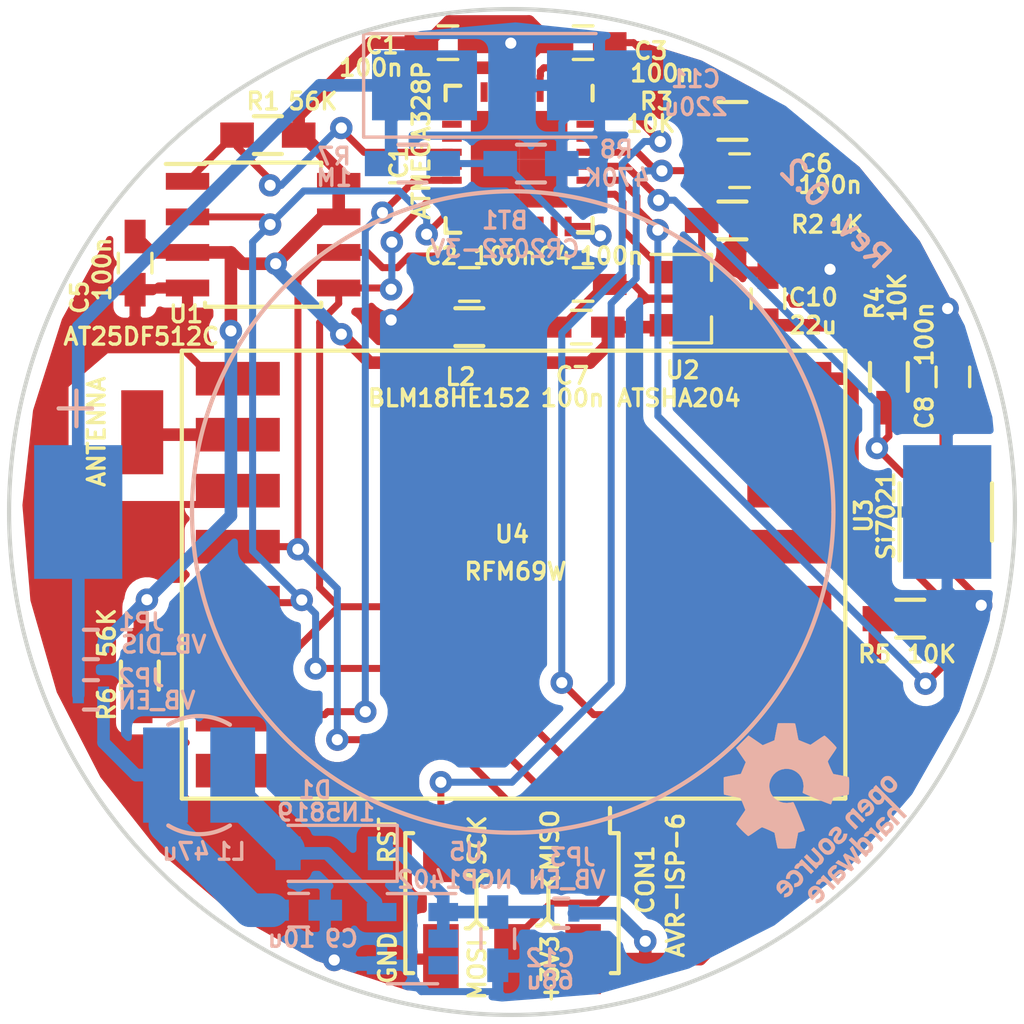
<source format=kicad_pcb>
(kicad_pcb (version 20160815) (host pcbnew no-vcs-found-7520~57~ubuntu16.04.1)

  (general
    (links 87)
    (no_connects 0)
    (area 98.800895 68.828895 134.879105 104.907105)
    (thickness 1.6)
    (drawings 8)
    (tracks 395)
    (zones 0)
    (modules 36)
    (nets 21)
  )

  (page A4)
  (layers
    (0 F.Cu signal)
    (31 B.Cu signal)
    (32 B.Adhes user)
    (33 F.Adhes user)
    (34 B.Paste user)
    (35 F.Paste user)
    (36 B.SilkS user)
    (37 F.SilkS user)
    (38 B.Mask user)
    (39 F.Mask user)
    (40 Dwgs.User user)
    (41 Cmts.User user)
    (42 Eco1.User user)
    (43 Eco2.User user)
    (44 Edge.Cuts user)
    (45 Margin user)
    (46 B.CrtYd user)
    (47 F.CrtYd user)
    (48 B.Fab user)
    (49 F.Fab user)
  )

  (setup
    (last_trace_width 0.25)
    (trace_clearance 0.25)
    (zone_clearance 0.4)
    (zone_45_only no)
    (trace_min 0.2)
    (segment_width 0.2)
    (edge_width 0.15)
    (via_size 0.8)
    (via_drill 0.4)
    (via_min_size 0.4)
    (via_min_drill 0.3)
    (uvia_size 0.3)
    (uvia_drill 0.1)
    (uvias_allowed no)
    (uvia_min_size 0.2)
    (uvia_min_drill 0.1)
    (pcb_text_width 0.3)
    (pcb_text_size 1.5 1.5)
    (mod_edge_width 0.15)
    (mod_text_size 0.6 0.6)
    (mod_text_width 0.12)
    (pad_size 1.524 1.524)
    (pad_drill 0.762)
    (pad_to_mask_clearance 0.2)
    (aux_axis_origin 0 0)
    (visible_elements FFFFFF7F)
    (pcbplotparams
      (layerselection 0x010fc_ffffffff)
      (usegerberextensions true)
      (excludeedgelayer true)
      (linewidth 0.100000)
      (plotframeref false)
      (viasonmask false)
      (mode 1)
      (useauxorigin false)
      (hpglpennumber 1)
      (hpglpenspeed 20)
      (hpglpendiameter 15)
      (psnegative false)
      (psa4output false)
      (plotreference true)
      (plotvalue true)
      (plotinvisibletext false)
      (padsonsilk false)
      (subtractmaskfromsilk true)
      (outputformat 1)
      (mirror false)
      (drillshape 0)
      (scaleselection 1)
      (outputdirectory gerber/))
  )

  (net 0 "")
  (net 1 GND)
  (net 2 "Net-(C4-Pad2)")
  (net 3 /RST)
  (net 4 +3V3)
  (net 5 /MISO)
  (net 6 /SCK)
  (net 7 /MOSI)
  (net 8 /RFM69W_INT)
  (net 9 /RFM69W_SS)
  (net 10 "Net-(P1-Pad1)")
  (net 11 /ATSHA204A)
  (net 12 "Net-(D1-Pad2)")
  (net 13 /SI7021_SCL)
  (net 14 /SI7021_SDA)
  (net 15 /SPI_FLASH_SS)
  (net 16 "Net-(C2-Pad2)")
  (net 17 /V_BATT_MON)
  (net 18 "Net-(BT1-Pad1)")
  (net 19 /VB_IN)
  (net 20 "Net-(C12-Pad2)")

  (net_class Default "This is the default net class."
    (clearance 0.25)
    (trace_width 0.25)
    (via_dia 0.8)
    (via_drill 0.4)
    (uvia_dia 0.3)
    (uvia_drill 0.1)
    (add_net +3V3)
    (add_net /ATSHA204A)
    (add_net /MISO)
    (add_net /MOSI)
    (add_net /RFM69W_INT)
    (add_net /RFM69W_SS)
    (add_net /RST)
    (add_net /SCK)
    (add_net /SI7021_SCL)
    (add_net /SI7021_SDA)
    (add_net /SPI_FLASH_SS)
    (add_net /VB_IN)
    (add_net /V_BATT_MON)
    (add_net GND)
    (add_net "Net-(BT1-Pad1)")
    (add_net "Net-(C12-Pad2)")
    (add_net "Net-(C2-Pad2)")
    (add_net "Net-(C4-Pad2)")
    (add_net "Net-(D1-Pad2)")
    (add_net "Net-(P1-Pad1)")
  )

  (module Symbols:OSHW-Logo_5.7x6mm_SilkScreen (layer B.Cu) (tedit 5889BF7B) (tstamp 5889C135)
    (at 127.2 97.2 225)
    (descr "Open Source Hardware Logo")
    (tags "Logo OSHW")
    (attr virtual)
    (fp_text reference REF*** (at 0 0 225) (layer B.SilkS) hide
      (effects (font (size 1 1) (thickness 0.15)) (justify mirror))
    )
    (fp_text value OSHW-Logo_5.7x6mm_SilkScreen (at 0.75 0 225) (layer F.SilkS) hide
      (effects (font (size 1 1) (thickness 0.15)))
    )
    (fp_poly (pts (xy -1.908759 -1.469184) (xy -1.882247 -1.482282) (xy -1.849553 -1.505106) (xy -1.825725 -1.529996)
      (xy -1.809406 -1.561249) (xy -1.79924 -1.603166) (xy -1.793872 -1.660044) (xy -1.791944 -1.736184)
      (xy -1.791831 -1.768917) (xy -1.792161 -1.840656) (xy -1.793527 -1.891927) (xy -1.7965 -1.927404)
      (xy -1.801649 -1.951763) (xy -1.809543 -1.96968) (xy -1.817757 -1.981902) (xy -1.870187 -2.033905)
      (xy -1.93193 -2.065184) (xy -1.998536 -2.074592) (xy -2.065558 -2.06098) (xy -2.086792 -2.051354)
      (xy -2.137624 -2.024859) (xy -2.137624 -2.440052) (xy -2.100525 -2.420868) (xy -2.051643 -2.406025)
      (xy -1.991561 -2.402222) (xy -1.931564 -2.409243) (xy -1.886256 -2.425013) (xy -1.848675 -2.455047)
      (xy -1.816564 -2.498024) (xy -1.81415 -2.502436) (xy -1.803967 -2.523221) (xy -1.79653 -2.54417)
      (xy -1.791411 -2.569548) (xy -1.788181 -2.603618) (xy -1.786413 -2.650641) (xy -1.785677 -2.714882)
      (xy -1.785544 -2.787176) (xy -1.785544 -3.017822) (xy -1.923861 -3.017822) (xy -1.923861 -2.592533)
      (xy -1.962549 -2.559979) (xy -2.002738 -2.53394) (xy -2.040797 -2.529205) (xy -2.079066 -2.541389)
      (xy -2.099462 -2.55332) (xy -2.114642 -2.570313) (xy -2.125438 -2.595995) (xy -2.132683 -2.633991)
      (xy -2.137208 -2.687926) (xy -2.139844 -2.761425) (xy -2.140772 -2.810347) (xy -2.143911 -3.011535)
      (xy -2.209926 -3.015336) (xy -2.27594 -3.019136) (xy -2.27594 -1.77065) (xy -2.137624 -1.77065)
      (xy -2.134097 -1.840254) (xy -2.122215 -1.888569) (xy -2.10002 -1.918631) (xy -2.065559 -1.933471)
      (xy -2.030742 -1.936436) (xy -1.991329 -1.933028) (xy -1.965171 -1.919617) (xy -1.948814 -1.901896)
      (xy -1.935937 -1.882835) (xy -1.928272 -1.861601) (xy -1.924861 -1.831849) (xy -1.924749 -1.787236)
      (xy -1.925897 -1.74988) (xy -1.928532 -1.693604) (xy -1.932456 -1.656658) (xy -1.939063 -1.633223)
      (xy -1.949749 -1.61748) (xy -1.959833 -1.60838) (xy -2.00197 -1.588537) (xy -2.05184 -1.585332)
      (xy -2.080476 -1.592168) (xy -2.108828 -1.616464) (xy -2.127609 -1.663728) (xy -2.136712 -1.733624)
      (xy -2.137624 -1.77065) (xy -2.27594 -1.77065) (xy -2.27594 -1.458614) (xy -2.206782 -1.458614)
      (xy -2.16526 -1.460256) (xy -2.143838 -1.466087) (xy -2.137626 -1.477461) (xy -2.137624 -1.477798)
      (xy -2.134742 -1.488938) (xy -2.12203 -1.487673) (xy -2.096757 -1.475433) (xy -2.037869 -1.456707)
      (xy -1.971615 -1.454739) (xy -1.908759 -1.469184)) (layer B.SilkS) (width 0.01))
    (fp_poly (pts (xy -1.38421 -2.406555) (xy -1.325055 -2.422339) (xy -1.280023 -2.450948) (xy -1.248246 -2.488419)
      (xy -1.238366 -2.504411) (xy -1.231073 -2.521163) (xy -1.225974 -2.542592) (xy -1.222679 -2.572616)
      (xy -1.220797 -2.615154) (xy -1.219937 -2.674122) (xy -1.219707 -2.75344) (xy -1.219703 -2.774484)
      (xy -1.219703 -3.017822) (xy -1.280059 -3.017822) (xy -1.318557 -3.015126) (xy -1.347023 -3.008295)
      (xy -1.354155 -3.004083) (xy -1.373652 -2.996813) (xy -1.393566 -3.004083) (xy -1.426353 -3.01316)
      (xy -1.473978 -3.016813) (xy -1.526764 -3.015228) (xy -1.575036 -3.008589) (xy -1.603218 -3.000072)
      (xy -1.657753 -2.965063) (xy -1.691835 -2.916479) (xy -1.707157 -2.851882) (xy -1.707299 -2.850223)
      (xy -1.705955 -2.821566) (xy -1.584356 -2.821566) (xy -1.573726 -2.854161) (xy -1.55641 -2.872505)
      (xy -1.521652 -2.886379) (xy -1.475773 -2.891917) (xy -1.428988 -2.889191) (xy -1.391514 -2.878274)
      (xy -1.381015 -2.871269) (xy -1.362668 -2.838904) (xy -1.35802 -2.802111) (xy -1.35802 -2.753763)
      (xy -1.427582 -2.753763) (xy -1.493667 -2.75885) (xy -1.543764 -2.773263) (xy -1.574929 -2.795729)
      (xy -1.584356 -2.821566) (xy -1.705955 -2.821566) (xy -1.703987 -2.779647) (xy -1.68071 -2.723845)
      (xy -1.636948 -2.681647) (xy -1.630899 -2.677808) (xy -1.604907 -2.665309) (xy -1.572735 -2.65774)
      (xy -1.52776 -2.654061) (xy -1.474331 -2.653216) (xy -1.35802 -2.653169) (xy -1.35802 -2.604411)
      (xy -1.362953 -2.566581) (xy -1.375543 -2.541236) (xy -1.377017 -2.539887) (xy -1.405034 -2.5288)
      (xy -1.447326 -2.524503) (xy -1.494064 -2.526615) (xy -1.535418 -2.534756) (xy -1.559957 -2.546965)
      (xy -1.573253 -2.556746) (xy -1.587294 -2.558613) (xy -1.606671 -2.5506) (xy -1.635976 -2.530739)
      (xy -1.679803 -2.497063) (xy -1.683825 -2.493909) (xy -1.681764 -2.482236) (xy -1.664568 -2.462822)
      (xy -1.638433 -2.441248) (xy -1.609552 -2.423096) (xy -1.600478 -2.418809) (xy -1.56738 -2.410256)
      (xy -1.51888 -2.404155) (xy -1.464695 -2.401708) (xy -1.462161 -2.401703) (xy -1.38421 -2.406555)) (layer B.SilkS) (width 0.01))
    (fp_poly (pts (xy -0.993356 -2.40302) (xy -0.974539 -2.40866) (xy -0.968473 -2.421053) (xy -0.968218 -2.426647)
      (xy -0.967129 -2.44223) (xy -0.959632 -2.444676) (xy -0.939381 -2.433993) (xy -0.927351 -2.426694)
      (xy -0.8894 -2.411063) (xy -0.844072 -2.403334) (xy -0.796544 -2.40274) (xy -0.751995 -2.408513)
      (xy -0.715602 -2.419884) (xy -0.692543 -2.436088) (xy -0.687996 -2.456355) (xy -0.690291 -2.461843)
      (xy -0.70702 -2.484626) (xy -0.732963 -2.512647) (xy -0.737655 -2.517177) (xy -0.762383 -2.538005)
      (xy -0.783718 -2.544735) (xy -0.813555 -2.540038) (xy -0.825508 -2.536917) (xy -0.862705 -2.529421)
      (xy -0.888859 -2.532792) (xy -0.910946 -2.544681) (xy -0.931178 -2.560635) (xy -0.946079 -2.5807)
      (xy -0.956434 -2.608702) (xy -0.963029 -2.648467) (xy -0.966649 -2.703823) (xy -0.968078 -2.778594)
      (xy -0.968218 -2.82374) (xy -0.968218 -3.017822) (xy -1.09396 -3.017822) (xy -1.09396 -2.401683)
      (xy -1.031089 -2.401683) (xy -0.993356 -2.40302)) (layer B.SilkS) (width 0.01))
    (fp_poly (pts (xy -0.201188 -3.017822) (xy -0.270346 -3.017822) (xy -0.310488 -3.016645) (xy -0.331394 -3.011772)
      (xy -0.338922 -3.001186) (xy -0.339505 -2.994029) (xy -0.340774 -2.979676) (xy -0.348779 -2.976923)
      (xy -0.369815 -2.985771) (xy -0.386173 -2.994029) (xy -0.448977 -3.013597) (xy -0.517248 -3.014729)
      (xy -0.572752 -3.000135) (xy -0.624438 -2.964877) (xy -0.663838 -2.912835) (xy -0.685413 -2.85145)
      (xy -0.685962 -2.848018) (xy -0.689167 -2.810571) (xy -0.690761 -2.756813) (xy -0.690633 -2.716155)
      (xy -0.553279 -2.716155) (xy -0.550097 -2.770194) (xy -0.542859 -2.814735) (xy -0.53306 -2.839888)
      (xy -0.495989 -2.87426) (xy -0.451974 -2.886582) (xy -0.406584 -2.876618) (xy -0.367797 -2.846895)
      (xy -0.353108 -2.826905) (xy -0.344519 -2.80305) (xy -0.340496 -2.76823) (xy -0.339505 -2.71593)
      (xy -0.341278 -2.664139) (xy -0.345963 -2.618634) (xy -0.352603 -2.588181) (xy -0.35371 -2.585452)
      (xy -0.380491 -2.553) (xy -0.419579 -2.535183) (xy -0.463315 -2.532306) (xy -0.504038 -2.544674)
      (xy -0.534087 -2.572593) (xy -0.537204 -2.578148) (xy -0.546961 -2.612022) (xy -0.552277 -2.660728)
      (xy -0.553279 -2.716155) (xy -0.690633 -2.716155) (xy -0.690568 -2.69554) (xy -0.689664 -2.662563)
      (xy -0.683514 -2.580981) (xy -0.670733 -2.51973) (xy -0.649471 -2.474449) (xy -0.617878 -2.440779)
      (xy -0.587207 -2.421014) (xy -0.544354 -2.40712) (xy -0.491056 -2.402354) (xy -0.43648 -2.406236)
      (xy -0.389792 -2.418282) (xy -0.365124 -2.432693) (xy -0.339505 -2.455878) (xy -0.339505 -2.162773)
      (xy -0.201188 -2.162773) (xy -0.201188 -3.017822)) (layer B.SilkS) (width 0.01))
    (fp_poly (pts (xy 0.281524 -2.404237) (xy 0.331255 -2.407971) (xy 0.461291 -2.797773) (xy 0.481678 -2.728614)
      (xy 0.493946 -2.685874) (xy 0.510085 -2.628115) (xy 0.527512 -2.564625) (xy 0.536726 -2.53057)
      (xy 0.571388 -2.401683) (xy 0.714391 -2.401683) (xy 0.671646 -2.536857) (xy 0.650596 -2.603342)
      (xy 0.625167 -2.683539) (xy 0.59861 -2.767193) (xy 0.574902 -2.841782) (xy 0.520902 -3.011535)
      (xy 0.462598 -3.015328) (xy 0.404295 -3.019122) (xy 0.372679 -2.914734) (xy 0.353182 -2.849889)
      (xy 0.331904 -2.7784) (xy 0.313308 -2.715263) (xy 0.312574 -2.71275) (xy 0.298684 -2.669969)
      (xy 0.286429 -2.640779) (xy 0.277846 -2.629741) (xy 0.276082 -2.631018) (xy 0.269891 -2.64813)
      (xy 0.258128 -2.684787) (xy 0.242225 -2.736378) (xy 0.223614 -2.798294) (xy 0.213543 -2.832352)
      (xy 0.159007 -3.017822) (xy 0.043264 -3.017822) (xy -0.049263 -2.725471) (xy -0.075256 -2.643462)
      (xy -0.098934 -2.568987) (xy -0.11918 -2.505544) (xy -0.134874 -2.456632) (xy -0.144898 -2.425749)
      (xy -0.147945 -2.416726) (xy -0.145533 -2.407487) (xy -0.126592 -2.403441) (xy -0.087177 -2.403846)
      (xy -0.081007 -2.404152) (xy -0.007914 -2.407971) (xy 0.039957 -2.58401) (xy 0.057553 -2.648211)
      (xy 0.073277 -2.704649) (xy 0.085746 -2.748422) (xy 0.093574 -2.77463) (xy 0.09502 -2.778903)
      (xy 0.101014 -2.77399) (xy 0.113101 -2.748532) (xy 0.129893 -2.705997) (xy 0.150003 -2.64985)
      (xy 0.167003 -2.59913) (xy 0.231794 -2.400504) (xy 0.281524 -2.404237)) (layer B.SilkS) (width 0.01))
    (fp_poly (pts (xy 1.038411 -2.405417) (xy 1.091411 -2.41829) (xy 1.106731 -2.42511) (xy 1.136428 -2.442974)
      (xy 1.15922 -2.463093) (xy 1.176083 -2.488962) (xy 1.187998 -2.524073) (xy 1.195942 -2.57192)
      (xy 1.200894 -2.635996) (xy 1.203831 -2.719794) (xy 1.204947 -2.775768) (xy 1.209052 -3.017822)
      (xy 1.138932 -3.017822) (xy 1.096393 -3.016038) (xy 1.074476 -3.009942) (xy 1.068812 -2.999706)
      (xy 1.065821 -2.988637) (xy 1.052451 -2.990754) (xy 1.034233 -2.999629) (xy 0.988624 -3.013233)
      (xy 0.930007 -3.016899) (xy 0.868354 -3.010903) (xy 0.813638 -2.995521) (xy 0.80873 -2.993386)
      (xy 0.758723 -2.958255) (xy 0.725756 -2.909419) (xy 0.710587 -2.852333) (xy 0.711746 -2.831824)
      (xy 0.835508 -2.831824) (xy 0.846413 -2.859425) (xy 0.878745 -2.879204) (xy 0.93091 -2.889819)
      (xy 0.958787 -2.891228) (xy 1.005247 -2.88762) (xy 1.036129 -2.873597) (xy 1.043664 -2.866931)
      (xy 1.064076 -2.830666) (xy 1.068812 -2.797773) (xy 1.068812 -2.753763) (xy 1.007513 -2.753763)
      (xy 0.936256 -2.757395) (xy 0.886276 -2.768818) (xy 0.854696 -2.788824) (xy 0.847626 -2.797743)
      (xy 0.835508 -2.831824) (xy 0.711746 -2.831824) (xy 0.713971 -2.792456) (xy 0.736663 -2.735244)
      (xy 0.767624 -2.69658) (xy 0.786376 -2.679864) (xy 0.804733 -2.668878) (xy 0.828619 -2.66218)
      (xy 0.863957 -2.658326) (xy 0.916669 -2.655873) (xy 0.937577 -2.655168) (xy 1.068812 -2.650879)
      (xy 1.06862 -2.611158) (xy 1.063537 -2.569405) (xy 1.045162 -2.544158) (xy 1.008039 -2.52803)
      (xy 1.007043 -2.527742) (xy 0.95441 -2.5214) (xy 0.902906 -2.529684) (xy 0.86463 -2.549827)
      (xy 0.849272 -2.559773) (xy 0.83273 -2.558397) (xy 0.807275 -2.543987) (xy 0.792328 -2.533817)
      (xy 0.763091 -2.512088) (xy 0.74498 -2.4958) (xy 0.742074 -2.491137) (xy 0.75404 -2.467005)
      (xy 0.789396 -2.438185) (xy 0.804753 -2.428461) (xy 0.848901 -2.411714) (xy 0.908398 -2.402227)
      (xy 0.974487 -2.400095) (xy 1.038411 -2.405417)) (layer B.SilkS) (width 0.01))
    (fp_poly (pts (xy 1.635255 -2.401486) (xy 1.683595 -2.411015) (xy 1.711114 -2.425125) (xy 1.740064 -2.448568)
      (xy 1.698876 -2.500571) (xy 1.673482 -2.532064) (xy 1.656238 -2.547428) (xy 1.639102 -2.549776)
      (xy 1.614027 -2.542217) (xy 1.602257 -2.537941) (xy 1.55427 -2.531631) (xy 1.510324 -2.545156)
      (xy 1.47806 -2.57571) (xy 1.472819 -2.585452) (xy 1.467112 -2.611258) (xy 1.462706 -2.658817)
      (xy 1.459811 -2.724758) (xy 1.458631 -2.80571) (xy 1.458614 -2.817226) (xy 1.458614 -3.017822)
      (xy 1.320297 -3.017822) (xy 1.320297 -2.401683) (xy 1.389456 -2.401683) (xy 1.429333 -2.402725)
      (xy 1.450107 -2.407358) (xy 1.457789 -2.417849) (xy 1.458614 -2.427745) (xy 1.458614 -2.453806)
      (xy 1.491745 -2.427745) (xy 1.529735 -2.409965) (xy 1.58077 -2.401174) (xy 1.635255 -2.401486)) (layer B.SilkS) (width 0.01))
    (fp_poly (pts (xy 2.032581 -2.40497) (xy 2.092685 -2.420597) (xy 2.143021 -2.452848) (xy 2.167393 -2.47694)
      (xy 2.207345 -2.533895) (xy 2.230242 -2.599965) (xy 2.238108 -2.681182) (xy 2.238148 -2.687748)
      (xy 2.238218 -2.753763) (xy 1.858264 -2.753763) (xy 1.866363 -2.788342) (xy 1.880987 -2.819659)
      (xy 1.906581 -2.852291) (xy 1.911935 -2.8575) (xy 1.957943 -2.885694) (xy 2.01041 -2.890475)
      (xy 2.070803 -2.871926) (xy 2.08104 -2.866931) (xy 2.112439 -2.851745) (xy 2.13347 -2.843094)
      (xy 2.137139 -2.842293) (xy 2.149948 -2.850063) (xy 2.174378 -2.869072) (xy 2.186779 -2.87946)
      (xy 2.212476 -2.903321) (xy 2.220915 -2.919077) (xy 2.215058 -2.933571) (xy 2.211928 -2.937534)
      (xy 2.190725 -2.954879) (xy 2.155738 -2.975959) (xy 2.131337 -2.988265) (xy 2.062072 -3.009946)
      (xy 1.985388 -3.016971) (xy 1.912765 -3.008647) (xy 1.892426 -3.002686) (xy 1.829476 -2.968952)
      (xy 1.782815 -2.917045) (xy 1.752173 -2.846459) (xy 1.737282 -2.756692) (xy 1.735647 -2.709753)
      (xy 1.740421 -2.641413) (xy 1.86099 -2.641413) (xy 1.872652 -2.646465) (xy 1.903998 -2.650429)
      (xy 1.949571 -2.652768) (xy 1.980446 -2.653169) (xy 2.035981 -2.652783) (xy 2.071033 -2.650975)
      (xy 2.090262 -2.646773) (xy 2.09833 -2.639203) (xy 2.099901 -2.628218) (xy 2.089121 -2.594381)
      (xy 2.06198 -2.56094) (xy 2.026277 -2.535272) (xy 1.99056 -2.524772) (xy 1.942048 -2.534086)
      (xy 1.900053 -2.561013) (xy 1.870936 -2.599827) (xy 1.86099 -2.641413) (xy 1.740421 -2.641413)
      (xy 1.742599 -2.610236) (xy 1.764055 -2.530949) (xy 1.80047 -2.471263) (xy 1.852297 -2.430549)
      (xy 1.91999 -2.408179) (xy 1.956662 -2.403871) (xy 2.032581 -2.40497)) (layer B.SilkS) (width 0.01))
    (fp_poly (pts (xy -2.538261 -1.465148) (xy -2.472479 -1.494231) (xy -2.42254 -1.542793) (xy -2.388374 -1.610908)
      (xy -2.369907 -1.698651) (xy -2.368583 -1.712351) (xy -2.367546 -1.808939) (xy -2.380993 -1.893602)
      (xy -2.408108 -1.962221) (xy -2.422627 -1.984294) (xy -2.473201 -2.031011) (xy -2.537609 -2.061268)
      (xy -2.609666 -2.073824) (xy -2.683185 -2.067439) (xy -2.739072 -2.047772) (xy -2.787132 -2.014629)
      (xy -2.826412 -1.971175) (xy -2.827092 -1.970158) (xy -2.843044 -1.943338) (xy -2.85341 -1.916368)
      (xy -2.859688 -1.882332) (xy -2.863373 -1.83431) (xy -2.864997 -1.794931) (xy -2.865672 -1.759219)
      (xy -2.739955 -1.759219) (xy -2.738726 -1.79477) (xy -2.734266 -1.842094) (xy -2.726397 -1.872465)
      (xy -2.712207 -1.894072) (xy -2.698917 -1.906694) (xy -2.651802 -1.933122) (xy -2.602505 -1.936653)
      (xy -2.556593 -1.917639) (xy -2.533638 -1.896331) (xy -2.517096 -1.874859) (xy -2.507421 -1.854313)
      (xy -2.503174 -1.827574) (xy -2.50292 -1.787523) (xy -2.504228 -1.750638) (xy -2.507043 -1.697947)
      (xy -2.511505 -1.663772) (xy -2.519548 -1.64148) (xy -2.533103 -1.624442) (xy -2.543845 -1.614703)
      (xy -2.588777 -1.589123) (xy -2.637249 -1.587847) (xy -2.677894 -1.602999) (xy -2.712567 -1.634642)
      (xy -2.733224 -1.68662) (xy -2.739955 -1.759219) (xy -2.865672 -1.759219) (xy -2.866479 -1.716621)
      (xy -2.863948 -1.658056) (xy -2.856362 -1.614007) (xy -2.842681 -1.579248) (xy -2.821865 -1.548551)
      (xy -2.814147 -1.539436) (xy -2.765889 -1.494021) (xy -2.714128 -1.467493) (xy -2.650828 -1.456379)
      (xy -2.619961 -1.455471) (xy -2.538261 -1.465148)) (layer B.SilkS) (width 0.01))
    (fp_poly (pts (xy -1.356699 -1.472614) (xy -1.344168 -1.478514) (xy -1.300799 -1.510283) (xy -1.25979 -1.556646)
      (xy -1.229168 -1.607696) (xy -1.220459 -1.631166) (xy -1.212512 -1.673091) (xy -1.207774 -1.723757)
      (xy -1.207199 -1.744679) (xy -1.207129 -1.810693) (xy -1.587083 -1.810693) (xy -1.578983 -1.845273)
      (xy -1.559104 -1.88617) (xy -1.524347 -1.921514) (xy -1.482998 -1.944282) (xy -1.456649 -1.94901)
      (xy -1.420916 -1.943273) (xy -1.378282 -1.928882) (xy -1.363799 -1.922262) (xy -1.31024 -1.895513)
      (xy -1.264533 -1.930376) (xy -1.238158 -1.953955) (xy -1.224124 -1.973417) (xy -1.223414 -1.979129)
      (xy -1.235951 -1.992973) (xy -1.263428 -2.014012) (xy -1.288366 -2.030425) (xy -1.355664 -2.05993)
      (xy -1.43111 -2.073284) (xy -1.505888 -2.069812) (xy -1.565495 -2.051663) (xy -1.626941 -2.012784)
      (xy -1.670608 -1.961595) (xy -1.697926 -1.895367) (xy -1.710322 -1.811371) (xy -1.711421 -1.772936)
      (xy -1.707022 -1.684861) (xy -1.706482 -1.682299) (xy -1.580582 -1.682299) (xy -1.577115 -1.690558)
      (xy -1.562863 -1.695113) (xy -1.53347 -1.697065) (xy -1.484575 -1.697517) (xy -1.465748 -1.697525)
      (xy -1.408467 -1.696843) (xy -1.372141 -1.694364) (xy -1.352604 -1.689443) (xy -1.34569 -1.681434)
      (xy -1.345445 -1.678862) (xy -1.353336 -1.658423) (xy -1.373085 -1.629789) (xy -1.381575 -1.619763)
      (xy -1.413094 -1.591408) (xy -1.445949 -1.580259) (xy -1.463651 -1.579327) (xy -1.511539 -1.590981)
      (xy -1.551699 -1.622285) (xy -1.577173 -1.667752) (xy -1.577625 -1.669233) (xy -1.580582 -1.682299)
      (xy -1.706482 -1.682299) (xy -1.692392 -1.61551) (xy -1.666038 -1.560025) (xy -1.633807 -1.520639)
      (xy -1.574217 -1.477931) (xy -1.504168 -1.455109) (xy -1.429661 -1.453046) (xy -1.356699 -1.472614)) (layer B.SilkS) (width 0.01))
    (fp_poly (pts (xy 0.014017 -1.456452) (xy 0.061634 -1.465482) (xy 0.111034 -1.48437) (xy 0.116312 -1.486777)
      (xy 0.153774 -1.506476) (xy 0.179717 -1.524781) (xy 0.188103 -1.536508) (xy 0.180117 -1.555632)
      (xy 0.16072 -1.58385) (xy 0.15211 -1.594384) (xy 0.116628 -1.635847) (xy 0.070885 -1.608858)
      (xy 0.02735 -1.590878) (xy -0.02295 -1.581267) (xy -0.071188 -1.58066) (xy -0.108533 -1.589691)
      (xy -0.117495 -1.595327) (xy -0.134563 -1.621171) (xy -0.136637 -1.650941) (xy -0.123866 -1.674197)
      (xy -0.116312 -1.678708) (xy -0.093675 -1.684309) (xy -0.053885 -1.690892) (xy -0.004834 -1.697183)
      (xy 0.004215 -1.69817) (xy 0.082996 -1.711798) (xy 0.140136 -1.734946) (xy 0.17803 -1.769752)
      (xy 0.199079 -1.818354) (xy 0.205635 -1.877718) (xy 0.196577 -1.945198) (xy 0.167164 -1.998188)
      (xy 0.117278 -2.036783) (xy 0.0468 -2.061081) (xy -0.031435 -2.070667) (xy -0.095234 -2.070552)
      (xy -0.146984 -2.061845) (xy -0.182327 -2.049825) (xy -0.226983 -2.02888) (xy -0.268253 -2.004574)
      (xy -0.282921 -1.993876) (xy -0.320643 -1.963084) (xy -0.275148 -1.917049) (xy -0.229653 -1.871013)
      (xy -0.177928 -1.905243) (xy -0.126048 -1.930952) (xy -0.070649 -1.944399) (xy -0.017395 -1.945818)
      (xy 0.028049 -1.935443) (xy 0.060016 -1.913507) (xy 0.070338 -1.894998) (xy 0.068789 -1.865314)
      (xy 0.04314 -1.842615) (xy -0.00654 -1.82694) (xy -0.060969 -1.819695) (xy -0.144736 -1.805873)
      (xy -0.206967 -1.779796) (xy -0.248493 -1.740699) (xy -0.270147 -1.68782) (xy -0.273147 -1.625126)
      (xy -0.258329 -1.559642) (xy -0.224546 -1.510144) (xy -0.171495 -1.476408) (xy -0.098874 -1.458207)
      (xy -0.045072 -1.454639) (xy 0.014017 -1.456452)) (layer B.SilkS) (width 0.01))
    (fp_poly (pts (xy 0.610762 -1.466055) (xy 0.674363 -1.500692) (xy 0.724123 -1.555372) (xy 0.747568 -1.599842)
      (xy 0.757634 -1.639121) (xy 0.764156 -1.695116) (xy 0.766951 -1.759621) (xy 0.765836 -1.824429)
      (xy 0.760626 -1.881334) (xy 0.754541 -1.911727) (xy 0.734014 -1.953306) (xy 0.698463 -1.997468)
      (xy 0.655619 -2.036087) (xy 0.613211 -2.061034) (xy 0.612177 -2.06143) (xy 0.559553 -2.072331)
      (xy 0.497188 -2.072601) (xy 0.437924 -2.062676) (xy 0.41504 -2.054722) (xy 0.356102 -2.0213)
      (xy 0.31389 -1.977511) (xy 0.286156 -1.919538) (xy 0.270651 -1.843565) (xy 0.267143 -1.803771)
      (xy 0.26759 -1.753766) (xy 0.402376 -1.753766) (xy 0.406917 -1.826732) (xy 0.419986 -1.882334)
      (xy 0.440756 -1.917861) (xy 0.455552 -1.92802) (xy 0.493464 -1.935104) (xy 0.538527 -1.933007)
      (xy 0.577487 -1.922812) (xy 0.587704 -1.917204) (xy 0.614659 -1.884538) (xy 0.632451 -1.834545)
      (xy 0.640024 -1.773705) (xy 0.636325 -1.708497) (xy 0.628057 -1.669253) (xy 0.60432 -1.623805)
      (xy 0.566849 -1.595396) (xy 0.52172 -1.585573) (xy 0.475011 -1.595887) (xy 0.439132 -1.621112)
      (xy 0.420277 -1.641925) (xy 0.409272 -1.662439) (xy 0.404026 -1.690203) (xy 0.402449 -1.732762)
      (xy 0.402376 -1.753766) (xy 0.26759 -1.753766) (xy 0.268094 -1.69758) (xy 0.285388 -1.610501)
      (xy 0.319029 -1.54253) (xy 0.369018 -1.493664) (xy 0.435356 -1.463899) (xy 0.449601 -1.460448)
      (xy 0.53521 -1.452345) (xy 0.610762 -1.466055)) (layer B.SilkS) (width 0.01))
    (fp_poly (pts (xy 0.993367 -1.654342) (xy 0.994555 -1.746563) (xy 0.998897 -1.81661) (xy 1.007558 -1.867381)
      (xy 1.021704 -1.901772) (xy 1.0425 -1.922679) (xy 1.07111 -1.933) (xy 1.106535 -1.935636)
      (xy 1.143636 -1.932682) (xy 1.171818 -1.921889) (xy 1.192243 -1.90036) (xy 1.206079 -1.865199)
      (xy 1.214491 -1.81351) (xy 1.218643 -1.742394) (xy 1.219703 -1.654342) (xy 1.219703 -1.458614)
      (xy 1.35802 -1.458614) (xy 1.35802 -2.062179) (xy 1.288862 -2.062179) (xy 1.24717 -2.060489)
      (xy 1.225701 -2.054556) (xy 1.219703 -2.043293) (xy 1.216091 -2.033261) (xy 1.201714 -2.035383)
      (xy 1.172736 -2.04958) (xy 1.106319 -2.07148) (xy 1.035875 -2.069928) (xy 0.968377 -2.046147)
      (xy 0.936233 -2.027362) (xy 0.911715 -2.007022) (xy 0.893804 -1.981573) (xy 0.881479 -1.947458)
      (xy 0.873723 -1.901121) (xy 0.869516 -1.839007) (xy 0.86784 -1.757561) (xy 0.867624 -1.694578)
      (xy 0.867624 -1.458614) (xy 0.993367 -1.458614) (xy 0.993367 -1.654342)) (layer B.SilkS) (width 0.01))
    (fp_poly (pts (xy 2.217226 -1.46388) (xy 2.29008 -1.49483) (xy 2.313027 -1.509895) (xy 2.342354 -1.533048)
      (xy 2.360764 -1.551253) (xy 2.363961 -1.557183) (xy 2.354935 -1.57034) (xy 2.331837 -1.592667)
      (xy 2.313344 -1.60825) (xy 2.262728 -1.648926) (xy 2.22276 -1.615295) (xy 2.191874 -1.593584)
      (xy 2.161759 -1.58609) (xy 2.127292 -1.58792) (xy 2.072561 -1.601528) (xy 2.034886 -1.629772)
      (xy 2.011991 -1.675433) (xy 2.001597 -1.741289) (xy 2.001595 -1.741331) (xy 2.002494 -1.814939)
      (xy 2.016463 -1.868946) (xy 2.044328 -1.905716) (xy 2.063325 -1.918168) (xy 2.113776 -1.933673)
      (xy 2.167663 -1.933683) (xy 2.214546 -1.918638) (xy 2.225644 -1.911287) (xy 2.253476 -1.892511)
      (xy 2.275236 -1.889434) (xy 2.298704 -1.903409) (xy 2.324649 -1.92851) (xy 2.365716 -1.97088)
      (xy 2.320121 -2.008464) (xy 2.249674 -2.050882) (xy 2.170233 -2.071785) (xy 2.087215 -2.070272)
      (xy 2.032694 -2.056411) (xy 1.96897 -2.022135) (xy 1.918005 -1.968212) (xy 1.894851 -1.930149)
      (xy 1.876099 -1.875536) (xy 1.866715 -1.806369) (xy 1.866643 -1.731407) (xy 1.875824 -1.659409)
      (xy 1.894199 -1.599137) (xy 1.897093 -1.592958) (xy 1.939952 -1.532351) (xy 1.997979 -1.488224)
      (xy 2.066591 -1.461493) (xy 2.141201 -1.453073) (xy 2.217226 -1.46388)) (layer B.SilkS) (width 0.01))
    (fp_poly (pts (xy 2.677898 -1.456457) (xy 2.710096 -1.464279) (xy 2.771825 -1.492921) (xy 2.82461 -1.536667)
      (xy 2.861141 -1.589117) (xy 2.86616 -1.600893) (xy 2.873045 -1.63174) (xy 2.877864 -1.677371)
      (xy 2.879505 -1.723492) (xy 2.879505 -1.810693) (xy 2.697178 -1.810693) (xy 2.621979 -1.810978)
      (xy 2.569003 -1.812704) (xy 2.535325 -1.817181) (xy 2.51802 -1.82572) (xy 2.514163 -1.83963)
      (xy 2.520829 -1.860222) (xy 2.53277 -1.884315) (xy 2.56608 -1.924525) (xy 2.612368 -1.944558)
      (xy 2.668944 -1.943905) (xy 2.733031 -1.922101) (xy 2.788417 -1.895193) (xy 2.834375 -1.931532)
      (xy 2.880333 -1.967872) (xy 2.837096 -2.007819) (xy 2.779374 -2.045563) (xy 2.708386 -2.06832)
      (xy 2.632029 -2.074688) (xy 2.558199 -2.063268) (xy 2.546287 -2.059393) (xy 2.481399 -2.025506)
      (xy 2.43313 -1.974986) (xy 2.400465 -1.906325) (xy 2.382385 -1.818014) (xy 2.382175 -1.816121)
      (xy 2.380556 -1.719878) (xy 2.3871 -1.685542) (xy 2.514852 -1.685542) (xy 2.526584 -1.690822)
      (xy 2.558438 -1.694867) (xy 2.605397 -1.697176) (xy 2.635154 -1.697525) (xy 2.690648 -1.697306)
      (xy 2.725346 -1.695916) (xy 2.743601 -1.692251) (xy 2.749766 -1.68521) (xy 2.748195 -1.67369)
      (xy 2.746878 -1.669233) (xy 2.724382 -1.627355) (xy 2.689003 -1.593604) (xy 2.65778 -1.578773)
      (xy 2.616301 -1.579668) (xy 2.574269 -1.598164) (xy 2.539012 -1.628786) (xy 2.517854 -1.666062)
      (xy 2.514852 -1.685542) (xy 2.3871 -1.685542) (xy 2.39669 -1.635229) (xy 2.428698 -1.564191)
      (xy 2.474701 -1.508779) (xy 2.532821 -1.471009) (xy 2.60118 -1.452896) (xy 2.677898 -1.456457)) (layer B.SilkS) (width 0.01))
    (fp_poly (pts (xy -0.754012 -1.469002) (xy -0.722717 -1.48395) (xy -0.692409 -1.505541) (xy -0.669318 -1.530391)
      (xy -0.6525 -1.562087) (xy -0.641006 -1.604214) (xy -0.633891 -1.660358) (xy -0.630207 -1.734106)
      (xy -0.629008 -1.829044) (xy -0.628989 -1.838985) (xy -0.628713 -2.062179) (xy -0.76703 -2.062179)
      (xy -0.76703 -1.856418) (xy -0.767128 -1.780189) (xy -0.767809 -1.724939) (xy -0.769651 -1.686501)
      (xy -0.773233 -1.660706) (xy -0.779132 -1.643384) (xy -0.787927 -1.630368) (xy -0.80018 -1.617507)
      (xy -0.843047 -1.589873) (xy -0.889843 -1.584745) (xy -0.934424 -1.602217) (xy -0.949928 -1.615221)
      (xy -0.96131 -1.627447) (xy -0.969481 -1.64054) (xy -0.974974 -1.658615) (xy -0.97832 -1.685787)
      (xy -0.980051 -1.72617) (xy -0.980697 -1.783879) (xy -0.980792 -1.854132) (xy -0.980792 -2.062179)
      (xy -1.119109 -2.062179) (xy -1.119109 -1.458614) (xy -1.04995 -1.458614) (xy -1.008428 -1.460256)
      (xy -0.987006 -1.466087) (xy -0.980795 -1.477461) (xy -0.980792 -1.477798) (xy -0.97791 -1.488938)
      (xy -0.965199 -1.487674) (xy -0.939926 -1.475434) (xy -0.882605 -1.457424) (xy -0.817037 -1.455421)
      (xy -0.754012 -1.469002)) (layer B.SilkS) (width 0.01))
    (fp_poly (pts (xy 1.79946 -1.45803) (xy 1.842711 -1.471245) (xy 1.870558 -1.487941) (xy 1.879629 -1.501145)
      (xy 1.877132 -1.516797) (xy 1.860931 -1.541385) (xy 1.847232 -1.5588) (xy 1.818992 -1.590283)
      (xy 1.797775 -1.603529) (xy 1.779688 -1.602664) (xy 1.726035 -1.58901) (xy 1.68663 -1.58963)
      (xy 1.654632 -1.605104) (xy 1.64389 -1.614161) (xy 1.609505 -1.646027) (xy 1.609505 -2.062179)
      (xy 1.471188 -2.062179) (xy 1.471188 -1.458614) (xy 1.540347 -1.458614) (xy 1.581869 -1.460256)
      (xy 1.603291 -1.466087) (xy 1.609502 -1.477461) (xy 1.609505 -1.477798) (xy 1.612439 -1.489713)
      (xy 1.625704 -1.488159) (xy 1.644084 -1.479563) (xy 1.682046 -1.463568) (xy 1.712872 -1.453945)
      (xy 1.752536 -1.451478) (xy 1.79946 -1.45803)) (layer B.SilkS) (width 0.01))
    (fp_poly (pts (xy 0.376964 2.709982) (xy 0.433812 2.40843) (xy 0.853338 2.235488) (xy 1.104984 2.406605)
      (xy 1.175458 2.45425) (xy 1.239163 2.49679) (xy 1.293126 2.532285) (xy 1.334373 2.55879)
      (xy 1.359934 2.574364) (xy 1.366895 2.577722) (xy 1.379435 2.569086) (xy 1.406231 2.545208)
      (xy 1.44428 2.509141) (xy 1.490579 2.463933) (xy 1.542123 2.412636) (xy 1.595909 2.358299)
      (xy 1.648935 2.303972) (xy 1.698195 2.252705) (xy 1.740687 2.207549) (xy 1.773407 2.171554)
      (xy 1.793351 2.14777) (xy 1.798119 2.13981) (xy 1.791257 2.125135) (xy 1.77202 2.092986)
      (xy 1.74243 2.046508) (xy 1.70451 1.988844) (xy 1.660282 1.92314) (xy 1.634654 1.885664)
      (xy 1.587941 1.817232) (xy 1.546432 1.75548) (xy 1.51214 1.703481) (xy 1.48708 1.664308)
      (xy 1.473264 1.641035) (xy 1.471188 1.636145) (xy 1.475895 1.622245) (xy 1.488723 1.58985)
      (xy 1.507738 1.543515) (xy 1.531003 1.487794) (xy 1.556584 1.427242) (xy 1.582545 1.366414)
      (xy 1.60695 1.309864) (xy 1.627863 1.262148) (xy 1.643349 1.227819) (xy 1.651472 1.211432)
      (xy 1.651952 1.210788) (xy 1.664707 1.207659) (xy 1.698677 1.200679) (xy 1.75034 1.190533)
      (xy 1.816176 1.177908) (xy 1.892664 1.163491) (xy 1.93729 1.155177) (xy 2.019021 1.139616)
      (xy 2.092843 1.124808) (xy 2.155021 1.111564) (xy 2.201822 1.100695) (xy 2.229509 1.093011)
      (xy 2.235074 1.090573) (xy 2.240526 1.07407) (xy 2.244924 1.0368) (xy 2.248272 0.98312)
      (xy 2.250574 0.917388) (xy 2.251832 0.843963) (xy 2.252048 0.767204) (xy 2.251227 0.691468)
      (xy 2.249371 0.621114) (xy 2.246482 0.5605) (xy 2.242565 0.513984) (xy 2.237622 0.485925)
      (xy 2.234657 0.480084) (xy 2.216934 0.473083) (xy 2.179381 0.463073) (xy 2.126964 0.451231)
      (xy 2.064652 0.438733) (xy 2.0429 0.43469) (xy 1.938024 0.41548) (xy 1.85518 0.400009)
      (xy 1.79163 0.387663) (xy 1.744637 0.377827) (xy 1.711463 0.369886) (xy 1.689371 0.363224)
      (xy 1.675624 0.357227) (xy 1.667484 0.351281) (xy 1.666345 0.350106) (xy 1.654977 0.331174)
      (xy 1.637635 0.294331) (xy 1.61605 0.244087) (xy 1.591954 0.184954) (xy 1.567079 0.121444)
      (xy 1.543157 0.058068) (xy 1.521919 -0.000662) (xy 1.505097 -0.050235) (xy 1.494422 -0.086139)
      (xy 1.491627 -0.103862) (xy 1.49186 -0.104483) (xy 1.501331 -0.11897) (xy 1.522818 -0.150844)
      (xy 1.554063 -0.196789) (xy 1.592807 -0.253485) (xy 1.636793 -0.317617) (xy 1.649319 -0.335842)
      (xy 1.693984 -0.401914) (xy 1.733288 -0.4622) (xy 1.765088 -0.513235) (xy 1.787245 -0.55156)
      (xy 1.797617 -0.573711) (xy 1.798119 -0.576432) (xy 1.789405 -0.590736) (xy 1.765325 -0.619072)
      (xy 1.728976 -0.658396) (xy 1.683453 -0.705661) (xy 1.631852 -0.757823) (xy 1.577267 -0.811835)
      (xy 1.522794 -0.864653) (xy 1.471529 -0.913231) (xy 1.426567 -0.954523) (xy 1.391004 -0.985485)
      (xy 1.367935 -1.00307) (xy 1.361554 -1.005941) (xy 1.346699 -0.999178) (xy 1.316286 -0.980939)
      (xy 1.275268 -0.954297) (xy 1.243709 -0.932852) (xy 1.186525 -0.893503) (xy 1.118806 -0.847171)
      (xy 1.05088 -0.800913) (xy 1.014361 -0.776155) (xy 0.890752 -0.692547) (xy 0.786991 -0.74865)
      (xy 0.73972 -0.773228) (xy 0.699523 -0.792331) (xy 0.672326 -0.803227) (xy 0.665402 -0.804743)
      (xy 0.657077 -0.793549) (xy 0.640654 -0.761917) (xy 0.617357 -0.712765) (xy 0.588414 -0.64901)
      (xy 0.55505 -0.573571) (xy 0.518491 -0.489364) (xy 0.479964 -0.399308) (xy 0.440694 -0.306321)
      (xy 0.401908 -0.21332) (xy 0.36483 -0.123223) (xy 0.330689 -0.038948) (xy 0.300708 0.036587)
      (xy 0.276116 0.100466) (xy 0.258136 0.149769) (xy 0.247997 0.181579) (xy 0.246366 0.192504)
      (xy 0.259291 0.206439) (xy 0.287589 0.22906) (xy 0.325346 0.255667) (xy 0.328515 0.257772)
      (xy 0.4261 0.335886) (xy 0.504786 0.427018) (xy 0.563891 0.528255) (xy 0.602732 0.636682)
      (xy 0.620628 0.749386) (xy 0.616897 0.863452) (xy 0.590857 0.975966) (xy 0.541825 1.084015)
      (xy 0.5274 1.107655) (xy 0.452369 1.203113) (xy 0.36373 1.279768) (xy 0.264549 1.33722)
      (xy 0.157895 1.375071) (xy 0.046836 1.392922) (xy -0.065561 1.390375) (xy -0.176227 1.36703)
      (xy -0.282094 1.32249) (xy -0.380095 1.256355) (xy -0.41041 1.229513) (xy -0.487562 1.145488)
      (xy -0.543782 1.057034) (xy -0.582347 0.957885) (xy -0.603826 0.859697) (xy -0.609128 0.749303)
      (xy -0.591448 0.63836) (xy -0.552581 0.530619) (xy -0.494323 0.429831) (xy -0.418469 0.339744)
      (xy -0.326817 0.264108) (xy -0.314772 0.256136) (xy -0.276611 0.230026) (xy -0.247601 0.207405)
      (xy -0.233732 0.192961) (xy -0.233531 0.192504) (xy -0.236508 0.176879) (xy -0.248311 0.141418)
      (xy -0.267714 0.089038) (xy -0.293488 0.022655) (xy -0.324409 -0.054814) (xy -0.359249 -0.14045)
      (xy -0.396783 -0.231337) (xy -0.435783 -0.324559) (xy -0.475023 -0.417197) (xy -0.513276 -0.506335)
      (xy -0.549317 -0.589055) (xy -0.581917 -0.662441) (xy -0.609852 -0.723575) (xy -0.631895 -0.769541)
      (xy -0.646818 -0.797421) (xy -0.652828 -0.804743) (xy -0.671191 -0.799041) (xy -0.705552 -0.783749)
      (xy -0.749984 -0.761599) (xy -0.774417 -0.74865) (xy -0.878178 -0.692547) (xy -1.001787 -0.776155)
      (xy -1.064886 -0.818987) (xy -1.13397 -0.866122) (xy -1.198707 -0.910503) (xy -1.231134 -0.932852)
      (xy -1.276741 -0.963477) (xy -1.31536 -0.987747) (xy -1.341952 -1.002587) (xy -1.35059 -1.005724)
      (xy -1.363161 -0.997261) (xy -1.390984 -0.973636) (xy -1.431361 -0.937302) (xy -1.481595 -0.890711)
      (xy -1.538988 -0.836317) (xy -1.575286 -0.801392) (xy -1.63879 -0.738996) (xy -1.693673 -0.683188)
      (xy -1.737714 -0.636354) (xy -1.768695 -0.600882) (xy -1.784398 -0.579161) (xy -1.785905 -0.574752)
      (xy -1.778914 -0.557985) (xy -1.759594 -0.524082) (xy -1.730091 -0.476476) (xy -1.692545 -0.418599)
      (xy -1.6491 -0.353884) (xy -1.636745 -0.335842) (xy -1.591727 -0.270267) (xy -1.55134 -0.211228)
      (xy -1.51784 -0.162042) (xy -1.493486 -0.126028) (xy -1.480536 -0.106502) (xy -1.479285 -0.104483)
      (xy -1.481156 -0.088922) (xy -1.491087 -0.054709) (xy -1.507347 -0.006355) (xy -1.528205 0.051629)
      (xy -1.551927 0.11473) (xy -1.576784 0.178437) (xy -1.601042 0.238239) (xy -1.622971 0.289624)
      (xy -1.640838 0.328081) (xy -1.652913 0.349098) (xy -1.653771 0.350106) (xy -1.661154 0.356112)
      (xy -1.673625 0.362052) (xy -1.69392 0.36854) (xy -1.724778 0.376191) (xy -1.768934 0.38562)
      (xy -1.829126 0.397441) (xy -1.908093 0.412271) (xy -2.00857 0.430723) (xy -2.030325 0.43469)
      (xy -2.094802 0.447147) (xy -2.151011 0.459334) (xy -2.193987 0.470074) (xy -2.21876 0.478191)
      (xy -2.222082 0.480084) (xy -2.227556 0.496862) (xy -2.232006 0.534355) (xy -2.235428 0.588206)
      (xy -2.237819 0.654056) (xy -2.239177 0.727547) (xy -2.239499 0.80432) (xy -2.238781 0.880017)
      (xy -2.237021 0.95028) (xy -2.234216 1.01075) (xy -2.230362 1.05707) (xy -2.225457 1.084881)
      (xy -2.2225 1.090573) (xy -2.206037 1.096314) (xy -2.168551 1.105655) (xy -2.113775 1.117785)
      (xy -2.045445 1.131893) (xy -1.967294 1.14717) (xy -1.924716 1.155177) (xy -1.843929 1.170279)
      (xy -1.771887 1.18396) (xy -1.712111 1.195533) (xy -1.668121 1.204313) (xy -1.643439 1.209613)
      (xy -1.639377 1.210788) (xy -1.632511 1.224035) (xy -1.617998 1.255943) (xy -1.597771 1.301953)
      (xy -1.573766 1.357508) (xy -1.547918 1.418047) (xy -1.52216 1.479014) (xy -1.498427 1.535849)
      (xy -1.478654 1.583994) (xy -1.464776 1.61889) (xy -1.458726 1.635979) (xy -1.458614 1.636726)
      (xy -1.465472 1.650207) (xy -1.484698 1.68123) (xy -1.514272 1.726711) (xy -1.552173 1.783568)
      (xy -1.59638 1.848717) (xy -1.622079 1.886138) (xy -1.668907 1.954753) (xy -1.710499 2.017048)
      (xy -1.744825 2.069871) (xy -1.769857 2.110073) (xy -1.783565 2.1345) (xy -1.785544 2.139976)
      (xy -1.777034 2.152722) (xy -1.753507 2.179937) (xy -1.717968 2.218572) (xy -1.673423 2.265577)
      (xy -1.622877 2.317905) (xy -1.569336 2.372505) (xy -1.515805 2.42633) (xy -1.465289 2.47633)
      (xy -1.420794 2.519457) (xy -1.385325 2.552661) (xy -1.361887 2.572894) (xy -1.354046 2.577722)
      (xy -1.34128 2.570933) (xy -1.310744 2.551858) (xy -1.26541 2.522439) (xy -1.208244 2.484619)
      (xy -1.142216 2.440339) (xy -1.09241 2.406605) (xy -0.840764 2.235488) (xy -0.631001 2.321959)
      (xy -0.421237 2.40843) (xy -0.364389 2.709982) (xy -0.30754 3.011534) (xy 0.320115 3.011534)
      (xy 0.376964 2.709982)) (layer B.SilkS) (width 0.01))
  )

  (module myfootprints:CR2032_BATT-HOLDER_SMT_H2 (layer B.Cu) (tedit 5889BC1D) (tstamp 5885C07F)
    (at 132.3848 86.868)
    (path /588219F6)
    (attr smd)
    (fp_text reference BT1 (at -15.7988 -10.414) (layer B.SilkS)
      (effects (font (size 0.6 0.6) (thickness 0.12)) (justify mirror))
    )
    (fp_text value CR2032-3V (at -15.7988 -9.398) (layer B.SilkS)
      (effects (font (size 0.6 0.6) (thickness 0.12)) (justify mirror))
    )
    (fp_line (start -31.7376 -3.7) (end -30.5438 -3.7) (layer B.SilkS) (width 0.1524))
    (fp_line (start -31.1026 -3.065) (end -31.1026 -4.335) (layer B.SilkS) (width 0.1524))
    (fp_arc (start -15.5194 0) (end -4.064 0) (angle -180) (layer B.SilkS) (width 0.1524))
    (fp_arc (start -15.5194 0) (end -26.9748 0) (angle -180) (layer B.SilkS) (width 0.1524))
    (fp_arc (start -15.5194 0) (end -4.191 0) (angle -180) (layer Dwgs.User) (width 0))
    (fp_arc (start -15.5194 0) (end -26.8478 0) (angle -180) (layer Dwgs.User) (width 0))
    (pad 1 smd rect (at -31.0388 0) (size 3.1496 4.7752) (layers B.Cu B.Paste B.Mask)
      (net 18 "Net-(BT1-Pad1)"))
    (pad 2 smd rect (at 0 0 180) (size 3.1496 4.7752) (layers B.Cu B.Paste B.Mask)
      (net 1 GND))
    (model ${KISYS3DMOD}/Battery_Holders.3dshapes/cr2032_holder_smd_H2.wrl
      (at (xyz 0 0 0))
      (scale (xyz 1 1 1))
      (rotate (xyz 0 0 0))
    )
  )

  (module myfootprints:AVR_ISP_SMT_Small_02x03 (layer F.Cu) (tedit 588604FE) (tstamp 5885C0D1)
    (at 116.84 100.838 180)
    (descr "SMT pin header")
    (tags "SMT pin header")
    (path /587EC8D0)
    (attr smd)
    (fp_text reference CON1 (at -4.76 0.838 270) (layer F.SilkS)
      (effects (font (size 0.6 0.6) (thickness 0.12)))
    )
    (fp_text value AVR-ISP-6 (at -5.842 0.638 270) (layer F.SilkS)
      (effects (font (size 0.6 0.6) (thickness 0.12)))
    )
    (fp_line (start 1.27 0.700152) (end 1.27 -0.601883) (layer F.SilkS) (width 0.15))
    (fp_line (start 1.524 1) (end 1.27 0.746) (layer F.SilkS) (width 0.15))
    (fp_line (start 1.27 0.746) (end 1.016 1) (layer F.SilkS) (width 0.15))
    (fp_line (start 1.016 1) (end 0.889 1) (layer F.SilkS) (width 0.15))
    (fp_line (start 1.651 1) (end 1.524 1) (layer F.SilkS) (width 0.15))
    (fp_line (start -1.016 0.9) (end -1.27 0.646) (layer F.SilkS) (width 0.15))
    (fp_line (start 1.016 -0.9) (end 1.27 -0.646) (layer F.SilkS) (width 0.15))
    (fp_line (start -1.524 0.9) (end -1.651 0.9) (layer F.SilkS) (width 0.15))
    (fp_line (start 1.524 -0.9) (end 1.651 -0.9) (layer F.SilkS) (width 0.15))
    (fp_line (start -1.27 0.646) (end -1.524 0.9) (layer F.SilkS) (width 0.15))
    (fp_line (start 1.27 -0.646) (end 1.524 -0.9) (layer F.SilkS) (width 0.15))
    (fp_line (start -0.889 0.9) (end -1.016 0.9) (layer F.SilkS) (width 0.15))
    (fp_line (start 0.889 -0.9) (end 1.016 -0.9) (layer F.SilkS) (width 0.15))
    (fp_line (start -3.81 -2.5) (end -3.53 -2.5) (layer F.SilkS) (width 0.15))
    (fp_line (start -1.016 -0.8) (end -0.889 -0.8) (layer F.SilkS) (width 0.15))
    (fp_line (start -1.27 -0.546) (end -1.016 -0.8) (layer F.SilkS) (width 0.15))
    (fp_line (start -1.524 -0.8) (end -1.27 -0.546) (layer F.SilkS) (width 0.15))
    (fp_line (start -1.651 -0.8) (end -1.524 -0.8) (layer F.SilkS) (width 0.15))
    (fp_line (start -3.81 -2.5) (end -3.81 2.5) (layer F.SilkS) (width 0.15))
    (fp_line (start -3.81 2.5) (end -3.53 2.5) (layer F.SilkS) (width 0.15))
    (fp_line (start 3.81 2.5) (end 3.53 2.5) (layer F.SilkS) (width 0.15))
    (fp_line (start 3.81 -2.5) (end 3.81 2.5) (layer F.SilkS) (width 0.15))
    (fp_line (start 3.81 -2.5) (end 3.53 -2.5) (layer F.SilkS) (width 0.15))
    (fp_line (start -1.3 0.7) (end -1.3 -0.6) (layer F.SilkS) (width 0.15))
    (fp_line (start -4.05 -3.600173) (end -4.05 3.600162) (layer F.CrtYd) (width 0.05))
    (fp_line (start 4.05 -3.6) (end -4.05 -3.6) (layer F.CrtYd) (width 0.05))
    (fp_line (start 4.05 3.600162) (end 4.05 -3.600173) (layer F.CrtYd) (width 0.05))
    (fp_line (start -4.05 3.6) (end 4.05 3.6) (layer F.CrtYd) (width 0.05))
    (fp_line (start -3.5 2.5) (end -3.5 3.4) (layer F.SilkS) (width 0.15))
    (pad 2 smd rect (at -2.54 -2 180) (size 1.27 2.5) (layers F.Cu F.Paste F.Mask)
      (net 4 +3V3))
    (pad 4 smd rect (at 0 -2 180) (size 1.27 2.5) (layers F.Cu F.Paste F.Mask)
      (net 7 /MOSI))
    (pad 6 smd rect (at 2.54 -2 180) (size 1.27 2.5) (layers F.Cu F.Paste F.Mask)
      (net 1 GND))
    (pad 5 smd rect (at 2.54 2 180) (size 1.27 2.5) (layers F.Cu F.Paste F.Mask)
      (net 3 /RST))
    (pad 3 smd rect (at 0 2 180) (size 1.27 2.5) (layers F.Cu F.Paste F.Mask)
      (net 6 /SCK))
    (pad 1 smd rect (at -2.5 2 180) (size 1.27 2.5) (layers F.Cu F.Paste F.Mask)
      (net 5 /MISO))
  )

  (module Capacitors_SMD:C_0603_HandSoldering (layer F.Cu) (tedit 5885C052) (tstamp 5885C085)
    (at 114.554 70.104)
    (descr "Capacitor SMD 0603, hand soldering")
    (tags "capacitor 0603")
    (path /575E8F9B)
    (attr smd)
    (fp_text reference C1 (at -2.354 0.096) (layer F.SilkS)
      (effects (font (size 0.6 0.6) (thickness 0.12)))
    )
    (fp_text value 100n (at -2.754 0.896) (layer F.SilkS)
      (effects (font (size 0.6 0.6) (thickness 0.12)))
    )
    (fp_line (start -0.8 0.4) (end -0.8 -0.4) (layer F.Fab) (width 0.1))
    (fp_line (start 0.8 0.4) (end -0.8 0.4) (layer F.Fab) (width 0.1))
    (fp_line (start 0.8 -0.4) (end 0.8 0.4) (layer F.Fab) (width 0.1))
    (fp_line (start -0.8 -0.4) (end 0.8 -0.4) (layer F.Fab) (width 0.1))
    (fp_line (start -1.85 -0.75) (end 1.85 -0.75) (layer F.CrtYd) (width 0.05))
    (fp_line (start -1.85 0.75) (end 1.85 0.75) (layer F.CrtYd) (width 0.05))
    (fp_line (start -1.85 -0.75) (end -1.85 0.75) (layer F.CrtYd) (width 0.05))
    (fp_line (start 1.85 -0.75) (end 1.85 0.75) (layer F.CrtYd) (width 0.05))
    (fp_line (start -0.35 -0.6) (end 0.35 -0.6) (layer F.SilkS) (width 0.12))
    (fp_line (start 0.35 0.6) (end -0.35 0.6) (layer F.SilkS) (width 0.12))
    (pad 1 smd rect (at -0.95 0) (size 1.2 0.75) (layers F.Cu F.Paste F.Mask)
      (net 4 +3V3))
    (pad 2 smd rect (at 0.95 0) (size 1.2 0.75) (layers F.Cu F.Paste F.Mask)
      (net 1 GND))
    (model Capacitors_SMD.3dshapes/C_0603_HandSoldering.wrl
      (at (xyz 0 0 0))
      (scale (xyz 1 1 1))
      (rotate (xyz 0 0 0))
    )
  )

  (module Capacitors_SMD:C_0603_HandSoldering (layer F.Cu) (tedit 5885C06F) (tstamp 5885C08B)
    (at 115.316 78.74)
    (descr "Capacitor SMD 0603, hand soldering")
    (tags "capacitor 0603")
    (path /575E8F25)
    (attr smd)
    (fp_text reference C2 (at -1.016 -1.016 180) (layer F.SilkS)
      (effects (font (size 0.6 0.6) (thickness 0.12)))
    )
    (fp_text value 100n (at 1.27 -1.016 180) (layer F.SilkS)
      (effects (font (size 0.6 0.6) (thickness 0.12)))
    )
    (fp_line (start 0.35 0.6) (end -0.35 0.6) (layer F.SilkS) (width 0.12))
    (fp_line (start -0.35 -0.6) (end 0.35 -0.6) (layer F.SilkS) (width 0.12))
    (fp_line (start 1.85 -0.75) (end 1.85 0.75) (layer F.CrtYd) (width 0.05))
    (fp_line (start -1.85 -0.75) (end -1.85 0.75) (layer F.CrtYd) (width 0.05))
    (fp_line (start -1.85 0.75) (end 1.85 0.75) (layer F.CrtYd) (width 0.05))
    (fp_line (start -1.85 -0.75) (end 1.85 -0.75) (layer F.CrtYd) (width 0.05))
    (fp_line (start -0.8 -0.4) (end 0.8 -0.4) (layer F.Fab) (width 0.1))
    (fp_line (start 0.8 -0.4) (end 0.8 0.4) (layer F.Fab) (width 0.1))
    (fp_line (start 0.8 0.4) (end -0.8 0.4) (layer F.Fab) (width 0.1))
    (fp_line (start -0.8 0.4) (end -0.8 -0.4) (layer F.Fab) (width 0.1))
    (pad 2 smd rect (at 0.95 0) (size 1.2 0.75) (layers F.Cu F.Paste F.Mask)
      (net 16 "Net-(C2-Pad2)"))
    (pad 1 smd rect (at -0.95 0) (size 1.2 0.75) (layers F.Cu F.Paste F.Mask)
      (net 1 GND))
    (model Capacitors_SMD.3dshapes/C_0603_HandSoldering.wrl
      (at (xyz 0 0 0))
      (scale (xyz 1 1 1))
      (rotate (xyz 0 0 0))
    )
  )

  (module Capacitors_SMD:C_0603_HandSoldering (layer F.Cu) (tedit 5885C04E) (tstamp 5885C091)
    (at 119.38 70.104 180)
    (descr "Capacitor SMD 0603, hand soldering")
    (tags "capacitor 0603")
    (path /575E8FDA)
    (attr smd)
    (fp_text reference C3 (at -2.42 -0.296 180) (layer F.SilkS)
      (effects (font (size 0.6 0.6) (thickness 0.12)))
    )
    (fp_text value 100n (at -2.82 -1.096 180) (layer F.SilkS)
      (effects (font (size 0.6 0.6) (thickness 0.12)))
    )
    (fp_line (start -0.8 0.4) (end -0.8 -0.4) (layer F.Fab) (width 0.1))
    (fp_line (start 0.8 0.4) (end -0.8 0.4) (layer F.Fab) (width 0.1))
    (fp_line (start 0.8 -0.4) (end 0.8 0.4) (layer F.Fab) (width 0.1))
    (fp_line (start -0.8 -0.4) (end 0.8 -0.4) (layer F.Fab) (width 0.1))
    (fp_line (start -1.85 -0.75) (end 1.85 -0.75) (layer F.CrtYd) (width 0.05))
    (fp_line (start -1.85 0.75) (end 1.85 0.75) (layer F.CrtYd) (width 0.05))
    (fp_line (start -1.85 -0.75) (end -1.85 0.75) (layer F.CrtYd) (width 0.05))
    (fp_line (start 1.85 -0.75) (end 1.85 0.75) (layer F.CrtYd) (width 0.05))
    (fp_line (start -0.35 -0.6) (end 0.35 -0.6) (layer F.SilkS) (width 0.12))
    (fp_line (start 0.35 0.6) (end -0.35 0.6) (layer F.SilkS) (width 0.12))
    (pad 1 smd rect (at -0.95 0 180) (size 1.2 0.75) (layers F.Cu F.Paste F.Mask)
      (net 1 GND))
    (pad 2 smd rect (at 0.95 0 180) (size 1.2 0.75) (layers F.Cu F.Paste F.Mask)
      (net 4 +3V3))
    (model Capacitors_SMD.3dshapes/C_0603_HandSoldering.wrl
      (at (xyz 0 0 0))
      (scale (xyz 1 1 1))
      (rotate (xyz 0 0 0))
    )
  )

  (module Capacitors_SMD:C_0603_HandSoldering (layer F.Cu) (tedit 5885C89A) (tstamp 5885C097)
    (at 119.38 78.74 180)
    (descr "Capacitor SMD 0603, hand soldering")
    (tags "capacitor 0603")
    (path /575E8444)
    (attr smd)
    (fp_text reference C4 (at 1.016 1.016 180) (layer F.SilkS)
      (effects (font (size 0.6 0.6) (thickness 0.12)))
    )
    (fp_text value 100n (at -1.016 1.016 180) (layer F.SilkS)
      (effects (font (size 0.6 0.6) (thickness 0.12)))
    )
    (fp_line (start -0.8 0.4) (end -0.8 -0.4) (layer F.Fab) (width 0.1))
    (fp_line (start 0.8 0.4) (end -0.8 0.4) (layer F.Fab) (width 0.1))
    (fp_line (start 0.8 -0.4) (end 0.8 0.4) (layer F.Fab) (width 0.1))
    (fp_line (start -0.8 -0.4) (end 0.8 -0.4) (layer F.Fab) (width 0.1))
    (fp_line (start -1.85 -0.75) (end 1.85 -0.75) (layer F.CrtYd) (width 0.05))
    (fp_line (start -1.85 0.75) (end 1.85 0.75) (layer F.CrtYd) (width 0.05))
    (fp_line (start -1.85 -0.75) (end -1.85 0.75) (layer F.CrtYd) (width 0.05))
    (fp_line (start 1.85 -0.75) (end 1.85 0.75) (layer F.CrtYd) (width 0.05))
    (fp_line (start -0.35 -0.6) (end 0.35 -0.6) (layer F.SilkS) (width 0.12))
    (fp_line (start 0.35 0.6) (end -0.35 0.6) (layer F.SilkS) (width 0.12))
    (pad 1 smd rect (at -0.95 0 180) (size 1.2 0.75) (layers F.Cu F.Paste F.Mask)
      (net 1 GND))
    (pad 2 smd rect (at 0.95 0 180) (size 1.2 0.75) (layers F.Cu F.Paste F.Mask)
      (net 2 "Net-(C4-Pad2)"))
    (model Capacitors_SMD.3dshapes/C_0603_HandSoldering.wrl
      (at (xyz 0 0 0))
      (scale (xyz 1 1 1))
      (rotate (xyz 0 0 0))
    )
  )

  (module Capacitors_SMD:C_0603_HandSoldering (layer F.Cu) (tedit 5885C076) (tstamp 5885C09D)
    (at 103.378 77.978 90)
    (descr "Capacitor SMD 0603, hand soldering")
    (tags "capacitor 0603")
    (path /5886280B)
    (attr smd)
    (fp_text reference C5 (at -1.222 -1.978 90) (layer F.SilkS)
      (effects (font (size 0.6 0.6) (thickness 0.12)))
    )
    (fp_text value 100n (at -0.222 -1.178 90) (layer F.SilkS)
      (effects (font (size 0.6 0.6) (thickness 0.12)))
    )
    (fp_line (start -0.8 0.4) (end -0.8 -0.4) (layer F.Fab) (width 0.1))
    (fp_line (start 0.8 0.4) (end -0.8 0.4) (layer F.Fab) (width 0.1))
    (fp_line (start 0.8 -0.4) (end 0.8 0.4) (layer F.Fab) (width 0.1))
    (fp_line (start -0.8 -0.4) (end 0.8 -0.4) (layer F.Fab) (width 0.1))
    (fp_line (start -1.85 -0.75) (end 1.85 -0.75) (layer F.CrtYd) (width 0.05))
    (fp_line (start -1.85 0.75) (end 1.85 0.75) (layer F.CrtYd) (width 0.05))
    (fp_line (start -1.85 -0.75) (end -1.85 0.75) (layer F.CrtYd) (width 0.05))
    (fp_line (start 1.85 -0.75) (end 1.85 0.75) (layer F.CrtYd) (width 0.05))
    (fp_line (start -0.35 -0.6) (end 0.35 -0.6) (layer F.SilkS) (width 0.12))
    (fp_line (start 0.35 0.6) (end -0.35 0.6) (layer F.SilkS) (width 0.12))
    (pad 1 smd rect (at -0.95 0 90) (size 1.2 0.75) (layers F.Cu F.Paste F.Mask)
      (net 1 GND))
    (pad 2 smd rect (at 0.95 0 90) (size 1.2 0.75) (layers F.Cu F.Paste F.Mask)
      (net 4 +3V3))
    (model Capacitors_SMD.3dshapes/C_0603_HandSoldering.wrl
      (at (xyz 0 0 0))
      (scale (xyz 1 1 1))
      (rotate (xyz 0 0 0))
    )
  )

  (module Capacitors_SMD:C_0603_HandSoldering (layer F.Cu) (tedit 5885C078) (tstamp 5885C0A3)
    (at 124.968 74.676 180)
    (descr "Capacitor SMD 0603, hand soldering")
    (tags "capacitor 0603")
    (path /575EA846)
    (attr smd)
    (fp_text reference C6 (at -2.728 0.254 180) (layer F.SilkS)
      (effects (font (size 0.6 0.6) (thickness 0.12)))
    )
    (fp_text value 100n (at -3.236 -0.508 180) (layer F.SilkS)
      (effects (font (size 0.6 0.6) (thickness 0.12)))
    )
    (fp_line (start 0.35 0.6) (end -0.35 0.6) (layer F.SilkS) (width 0.12))
    (fp_line (start -0.35 -0.6) (end 0.35 -0.6) (layer F.SilkS) (width 0.12))
    (fp_line (start 1.85 -0.75) (end 1.85 0.75) (layer F.CrtYd) (width 0.05))
    (fp_line (start -1.85 -0.75) (end -1.85 0.75) (layer F.CrtYd) (width 0.05))
    (fp_line (start -1.85 0.75) (end 1.85 0.75) (layer F.CrtYd) (width 0.05))
    (fp_line (start -1.85 -0.75) (end 1.85 -0.75) (layer F.CrtYd) (width 0.05))
    (fp_line (start -0.8 -0.4) (end 0.8 -0.4) (layer F.Fab) (width 0.1))
    (fp_line (start 0.8 -0.4) (end 0.8 0.4) (layer F.Fab) (width 0.1))
    (fp_line (start 0.8 0.4) (end -0.8 0.4) (layer F.Fab) (width 0.1))
    (fp_line (start -0.8 0.4) (end -0.8 -0.4) (layer F.Fab) (width 0.1))
    (pad 2 smd rect (at 0.95 0 180) (size 1.2 0.75) (layers F.Cu F.Paste F.Mask)
      (net 3 /RST))
    (pad 1 smd rect (at -0.95 0 180) (size 1.2 0.75) (layers F.Cu F.Paste F.Mask)
      (net 1 GND))
    (model Capacitors_SMD.3dshapes/C_0603_HandSoldering.wrl
      (at (xyz 0 0 0))
      (scale (xyz 1 1 1))
      (rotate (xyz 0 0 0))
    )
  )

  (module Capacitors_SMD:C_0603_HandSoldering (layer F.Cu) (tedit 5885C055) (tstamp 5885C0A9)
    (at 119.314 80.264 180)
    (descr "Capacitor SMD 0603, hand soldering")
    (tags "capacitor 0603")
    (path /587E254A)
    (attr smd)
    (fp_text reference C7 (at 0.314 -1.736 180) (layer F.SilkS)
      (effects (font (size 0.6 0.6) (thickness 0.12)))
    )
    (fp_text value 100n (at 0.314 -2.536 180) (layer F.SilkS)
      (effects (font (size 0.6 0.6) (thickness 0.12)))
    )
    (fp_line (start 0.35 0.6) (end -0.35 0.6) (layer F.SilkS) (width 0.12))
    (fp_line (start -0.35 -0.6) (end 0.35 -0.6) (layer F.SilkS) (width 0.12))
    (fp_line (start 1.85 -0.75) (end 1.85 0.75) (layer F.CrtYd) (width 0.05))
    (fp_line (start -1.85 -0.75) (end -1.85 0.75) (layer F.CrtYd) (width 0.05))
    (fp_line (start -1.85 0.75) (end 1.85 0.75) (layer F.CrtYd) (width 0.05))
    (fp_line (start -1.85 -0.75) (end 1.85 -0.75) (layer F.CrtYd) (width 0.05))
    (fp_line (start -0.8 -0.4) (end 0.8 -0.4) (layer F.Fab) (width 0.1))
    (fp_line (start 0.8 -0.4) (end 0.8 0.4) (layer F.Fab) (width 0.1))
    (fp_line (start 0.8 0.4) (end -0.8 0.4) (layer F.Fab) (width 0.1))
    (fp_line (start -0.8 0.4) (end -0.8 -0.4) (layer F.Fab) (width 0.1))
    (pad 2 smd rect (at 0.95 0 180) (size 1.2 0.75) (layers F.Cu F.Paste F.Mask)
      (net 1 GND))
    (pad 1 smd rect (at -0.95 0 180) (size 1.2 0.75) (layers F.Cu F.Paste F.Mask)
      (net 4 +3V3))
    (model Capacitors_SMD.3dshapes/C_0603_HandSoldering.wrl
      (at (xyz 0 0 0))
      (scale (xyz 1 1 1))
      (rotate (xyz 0 0 0))
    )
  )

  (module Capacitors_SMD:C_0603_HandSoldering (layer F.Cu) (tedit 5885C04B) (tstamp 5885C0AF)
    (at 132.588 82.042 90)
    (descr "Capacitor SMD 0603, hand soldering")
    (tags "capacitor 0603")
    (path /58822BC4)
    (attr smd)
    (fp_text reference C8 (at -1.27 -1.016 90) (layer F.SilkS)
      (effects (font (size 0.6 0.6) (thickness 0.12)))
    )
    (fp_text value 100n (at 1.524 -1.016 90) (layer F.SilkS)
      (effects (font (size 0.6 0.6) (thickness 0.12)))
    )
    (fp_line (start 0.35 0.6) (end -0.35 0.6) (layer F.SilkS) (width 0.12))
    (fp_line (start -0.35 -0.6) (end 0.35 -0.6) (layer F.SilkS) (width 0.12))
    (fp_line (start 1.85 -0.75) (end 1.85 0.75) (layer F.CrtYd) (width 0.05))
    (fp_line (start -1.85 -0.75) (end -1.85 0.75) (layer F.CrtYd) (width 0.05))
    (fp_line (start -1.85 0.75) (end 1.85 0.75) (layer F.CrtYd) (width 0.05))
    (fp_line (start -1.85 -0.75) (end 1.85 -0.75) (layer F.CrtYd) (width 0.05))
    (fp_line (start -0.8 -0.4) (end 0.8 -0.4) (layer F.Fab) (width 0.1))
    (fp_line (start 0.8 -0.4) (end 0.8 0.4) (layer F.Fab) (width 0.1))
    (fp_line (start 0.8 0.4) (end -0.8 0.4) (layer F.Fab) (width 0.1))
    (fp_line (start -0.8 0.4) (end -0.8 -0.4) (layer F.Fab) (width 0.1))
    (pad 2 smd rect (at 0.95 0 90) (size 1.2 0.75) (layers F.Cu F.Paste F.Mask)
      (net 1 GND))
    (pad 1 smd rect (at -0.95 0 90) (size 1.2 0.75) (layers F.Cu F.Paste F.Mask)
      (net 4 +3V3))
    (model Capacitors_SMD.3dshapes/C_0603_HandSoldering.wrl
      (at (xyz 0 0 0))
      (scale (xyz 1 1 1))
      (rotate (xyz 0 0 0))
    )
  )

  (module Capacitors_SMD:C_0603_HandSoldering (layer B.Cu) (tedit 5885C072) (tstamp 5885C0B5)
    (at 109.22 101.092 180)
    (descr "Capacitor SMD 0603, hand soldering")
    (tags "capacitor 0603")
    (path /588283BE)
    (attr smd)
    (fp_text reference C9 (at -1.524 -1.016 180) (layer B.SilkS)
      (effects (font (size 0.6 0.6) (thickness 0.12)) (justify mirror))
    )
    (fp_text value 10u (at 0.254 -1.016 180) (layer B.SilkS)
      (effects (font (size 0.6 0.6) (thickness 0.12)) (justify mirror))
    )
    (fp_line (start 0.35 -0.6) (end -0.35 -0.6) (layer B.SilkS) (width 0.12))
    (fp_line (start -0.35 0.6) (end 0.35 0.6) (layer B.SilkS) (width 0.12))
    (fp_line (start 1.85 0.75) (end 1.85 -0.75) (layer B.CrtYd) (width 0.05))
    (fp_line (start -1.85 0.75) (end -1.85 -0.75) (layer B.CrtYd) (width 0.05))
    (fp_line (start -1.85 -0.75) (end 1.85 -0.75) (layer B.CrtYd) (width 0.05))
    (fp_line (start -1.85 0.75) (end 1.85 0.75) (layer B.CrtYd) (width 0.05))
    (fp_line (start -0.8 0.4) (end 0.8 0.4) (layer B.Fab) (width 0.1))
    (fp_line (start 0.8 0.4) (end 0.8 -0.4) (layer B.Fab) (width 0.1))
    (fp_line (start 0.8 -0.4) (end -0.8 -0.4) (layer B.Fab) (width 0.1))
    (fp_line (start -0.8 -0.4) (end -0.8 0.4) (layer B.Fab) (width 0.1))
    (pad 2 smd rect (at 0.95 0 180) (size 1.2 0.75) (layers B.Cu B.Paste B.Mask)
      (net 19 /VB_IN))
    (pad 1 smd rect (at -0.95 0 180) (size 1.2 0.75) (layers B.Cu B.Paste B.Mask)
      (net 1 GND))
    (model Capacitors_SMD.3dshapes/C_0603_HandSoldering.wrl
      (at (xyz 0 0 0))
      (scale (xyz 1 1 1))
      (rotate (xyz 0 0 0))
    )
  )

  (module Capacitors_SMD:C_0603_HandSoldering (layer F.Cu) (tedit 5885C069) (tstamp 5885C0BB)
    (at 125.984 79.248 90)
    (descr "Capacitor SMD 0603, hand soldering")
    (tags "capacitor 0603")
    (path /587DF8CC)
    (attr smd)
    (fp_text reference C10 (at 0.048 1.616 180) (layer F.SilkS)
      (effects (font (size 0.6 0.6) (thickness 0.12)))
    )
    (fp_text value 22u (at -0.952 1.616 180) (layer F.SilkS)
      (effects (font (size 0.6 0.6) (thickness 0.12)))
    )
    (fp_line (start -0.8 0.4) (end -0.8 -0.4) (layer F.Fab) (width 0.1))
    (fp_line (start 0.8 0.4) (end -0.8 0.4) (layer F.Fab) (width 0.1))
    (fp_line (start 0.8 -0.4) (end 0.8 0.4) (layer F.Fab) (width 0.1))
    (fp_line (start -0.8 -0.4) (end 0.8 -0.4) (layer F.Fab) (width 0.1))
    (fp_line (start -1.85 -0.75) (end 1.85 -0.75) (layer F.CrtYd) (width 0.05))
    (fp_line (start -1.85 0.75) (end 1.85 0.75) (layer F.CrtYd) (width 0.05))
    (fp_line (start -1.85 -0.75) (end -1.85 0.75) (layer F.CrtYd) (width 0.05))
    (fp_line (start 1.85 -0.75) (end 1.85 0.75) (layer F.CrtYd) (width 0.05))
    (fp_line (start -0.35 -0.6) (end 0.35 -0.6) (layer F.SilkS) (width 0.12))
    (fp_line (start 0.35 0.6) (end -0.35 0.6) (layer F.SilkS) (width 0.12))
    (pad 1 smd rect (at -0.95 0 90) (size 1.2 0.75) (layers F.Cu F.Paste F.Mask)
      (net 4 +3V3))
    (pad 2 smd rect (at 0.95 0 90) (size 1.2 0.75) (layers F.Cu F.Paste F.Mask)
      (net 1 GND))
    (model Capacitors_SMD.3dshapes/C_0603_HandSoldering.wrl
      (at (xyz 0 0 0))
      (scale (xyz 1 1 1))
      (rotate (xyz 0 0 0))
    )
  )

  (module Capacitors_Tantalum_SMD:CP_Tantalum_Case-C_EIA-6032-28_Hand (layer B.Cu) (tedit 5885C048) (tstamp 5885C0C1)
    (at 116.84 71.628)
    (descr "Tantalum capacitor, Case C, EIA 6032-28, 6.0x3.2x2.5mm, Hand soldering footprint")
    (tags "capacitor tantalum smd")
    (path /58822239)
    (attr smd)
    (fp_text reference C11 (at 6.56 -0.228) (layer B.SilkS)
      (effects (font (size 0.6 0.6) (thickness 0.12)) (justify mirror))
    )
    (fp_text value 220u (at 6.56 0.772 180) (layer B.SilkS)
      (effects (font (size 0.6 0.6) (thickness 0.12)) (justify mirror))
    )
    (fp_line (start -5.3 1.85) (end -5.3 -1.85) (layer B.SilkS) (width 0.12))
    (fp_line (start -5.3 -1.85) (end 3 -1.85) (layer B.SilkS) (width 0.12))
    (fp_line (start -5.3 1.85) (end 3 1.85) (layer B.SilkS) (width 0.12))
    (fp_line (start -2.1 1.6) (end -2.1 -1.6) (layer B.Fab) (width 0.1))
    (fp_line (start -2.4 1.6) (end -2.4 -1.6) (layer B.Fab) (width 0.1))
    (fp_line (start 3 1.6) (end -3 1.6) (layer B.Fab) (width 0.1))
    (fp_line (start 3 -1.6) (end 3 1.6) (layer B.Fab) (width 0.1))
    (fp_line (start -3 -1.6) (end 3 -1.6) (layer B.Fab) (width 0.1))
    (fp_line (start -3 1.6) (end -3 -1.6) (layer B.Fab) (width 0.1))
    (fp_line (start 5.4 2) (end -5.4 2) (layer B.CrtYd) (width 0.05))
    (fp_line (start 5.4 -2) (end 5.4 2) (layer B.CrtYd) (width 0.05))
    (fp_line (start -5.4 -2) (end 5.4 -2) (layer B.CrtYd) (width 0.05))
    (fp_line (start -5.4 2) (end -5.4 -2) (layer B.CrtYd) (width 0.05))
    (pad 2 smd rect (at 3.125 0) (size 3.75 2.5) (layers B.Cu B.Paste B.Mask)
      (net 1 GND))
    (pad 1 smd rect (at -3.125 0) (size 3.75 2.5) (layers B.Cu B.Paste B.Mask)
      (net 18 "Net-(BT1-Pad1)"))
    (model ${KISYS3DMOD}/Capacitors_Tantalum_SMD.3dshapes/TantalC_SizeC_EIA-6032_HandSoldering.wrl
      (at (xyz 0 0 0))
      (scale (xyz 1 1 1))
      (rotate (xyz 0 0 0))
    )
  )

  (module Capacitors_SMD:C_0603_HandSoldering (layer B.Cu) (tedit 5885C05C) (tstamp 5885C0C7)
    (at 116.332 102.108 90)
    (descr "Capacitor SMD 0603, hand soldering")
    (tags "capacitor 0603")
    (path /58829585)
    (attr smd)
    (fp_text reference C12 (at -0.692 1.868 180) (layer B.SilkS)
      (effects (font (size 0.6 0.6) (thickness 0.12)) (justify mirror))
    )
    (fp_text value 68u (at -1.492 1.868 180) (layer B.SilkS)
      (effects (font (size 0.6 0.6) (thickness 0.12)) (justify mirror))
    )
    (fp_line (start 0.35 -0.6) (end -0.35 -0.6) (layer B.SilkS) (width 0.12))
    (fp_line (start -0.35 0.6) (end 0.35 0.6) (layer B.SilkS) (width 0.12))
    (fp_line (start 1.85 0.75) (end 1.85 -0.75) (layer B.CrtYd) (width 0.05))
    (fp_line (start -1.85 0.75) (end -1.85 -0.75) (layer B.CrtYd) (width 0.05))
    (fp_line (start -1.85 -0.75) (end 1.85 -0.75) (layer B.CrtYd) (width 0.05))
    (fp_line (start -1.85 0.75) (end 1.85 0.75) (layer B.CrtYd) (width 0.05))
    (fp_line (start -0.8 0.4) (end 0.8 0.4) (layer B.Fab) (width 0.1))
    (fp_line (start 0.8 0.4) (end 0.8 -0.4) (layer B.Fab) (width 0.1))
    (fp_line (start 0.8 -0.4) (end -0.8 -0.4) (layer B.Fab) (width 0.1))
    (fp_line (start -0.8 -0.4) (end -0.8 0.4) (layer B.Fab) (width 0.1))
    (pad 2 smd rect (at 0.95 0 90) (size 1.2 0.75) (layers B.Cu B.Paste B.Mask)
      (net 20 "Net-(C12-Pad2)"))
    (pad 1 smd rect (at -0.95 0 90) (size 1.2 0.75) (layers B.Cu B.Paste B.Mask)
      (net 1 GND))
    (model Capacitors_SMD.3dshapes/C_0603_HandSoldering.wrl
      (at (xyz 0 0 0))
      (scale (xyz 1 1 1))
      (rotate (xyz 0 0 0))
    )
  )

  (module Diodes_SMD:D_SOD-123 (layer B.Cu) (tedit 5885C080) (tstamp 5885C0D7)
    (at 110.49 99.06 180)
    (descr SOD-123)
    (tags SOD-123)
    (path /58828DCD)
    (attr smd)
    (fp_text reference D1 (at 0.69 2.26 180) (layer B.SilkS)
      (effects (font (size 0.6 0.6) (thickness 0.12)) (justify mirror))
    )
    (fp_text value 1N5819 (at 0.29 1.46 180) (layer B.SilkS)
      (effects (font (size 0.6 0.6) (thickness 0.12)) (justify mirror))
    )
    (fp_line (start -2.25 1) (end 1.65 1) (layer B.SilkS) (width 0.12))
    (fp_line (start -2.25 -1) (end 1.65 -1) (layer B.SilkS) (width 0.12))
    (fp_line (start -2.35 1.15) (end -2.35 -1.15) (layer B.CrtYd) (width 0.05))
    (fp_line (start 2.35 -1.15) (end -2.35 -1.15) (layer B.CrtYd) (width 0.05))
    (fp_line (start 2.35 1.15) (end 2.35 -1.15) (layer B.CrtYd) (width 0.05))
    (fp_line (start -2.35 1.15) (end 2.35 1.15) (layer B.CrtYd) (width 0.05))
    (fp_line (start -1.4 0.9) (end 1.4 0.9) (layer B.Fab) (width 0.1))
    (fp_line (start 1.4 0.9) (end 1.4 -0.9) (layer B.Fab) (width 0.1))
    (fp_line (start 1.4 -0.9) (end -1.4 -0.9) (layer B.Fab) (width 0.1))
    (fp_line (start -1.4 -0.9) (end -1.4 0.9) (layer B.Fab) (width 0.1))
    (fp_line (start -0.75 0) (end -0.35 0) (layer B.Fab) (width 0.1))
    (fp_line (start -0.35 0) (end -0.35 0.55) (layer B.Fab) (width 0.1))
    (fp_line (start -0.35 0) (end -0.35 -0.55) (layer B.Fab) (width 0.1))
    (fp_line (start -0.35 0) (end 0.25 0.4) (layer B.Fab) (width 0.1))
    (fp_line (start 0.25 0.4) (end 0.25 -0.4) (layer B.Fab) (width 0.1))
    (fp_line (start 0.25 -0.4) (end -0.35 0) (layer B.Fab) (width 0.1))
    (fp_line (start 0.25 0) (end 0.75 0) (layer B.Fab) (width 0.1))
    (fp_line (start -2.25 1) (end -2.25 -1) (layer B.SilkS) (width 0.12))
    (pad 2 smd rect (at 1.65 0 180) (size 0.9 1.2) (layers B.Cu B.Paste B.Mask)
      (net 12 "Net-(D1-Pad2)"))
    (pad 1 smd rect (at -1.65 0 180) (size 0.9 1.2) (layers B.Cu B.Paste B.Mask)
      (net 20 "Net-(C12-Pad2)"))
    (model ${KISYS3DMOD}/SOD_Packages_SMD.3dshapes/SOD123.wrl
      (at (xyz 0 0 0))
      (scale (xyz 1 1 1))
      (rotate (xyz 0 0 90))
    )
  )

  (module Housings_DFN_QFN:QFN-32-1EP_5x5mm_Pitch0.5mm (layer F.Cu) (tedit 5889BE54) (tstamp 5885C0FF)
    (at 117.094 74.2685 270)
    (descr "UH Package; 32-Lead Plastic QFN (5mm x 5mm); (see Linear Technology QFN_32_05-08-1693.pdf)")
    (tags "QFN 0.5")
    (path /587E03C9)
    (attr smd)
    (fp_text reference IC1 (at 0.254 4.294 270) (layer F.SilkS)
      (effects (font (size 0.6 0.6) (thickness 0.12)))
    )
    (fp_text value ATMEGA328P (at -0.6685 3.494 270) (layer F.SilkS)
      (effects (font (size 0.6 0.6) (thickness 0.12)))
    )
    (fp_line (start 2.625 -2.625) (end 2.1 -2.625) (layer F.SilkS) (width 0.15))
    (fp_line (start 2.625 2.625) (end 2.1 2.625) (layer F.SilkS) (width 0.15))
    (fp_line (start -2.625 2.625) (end -2.1 2.625) (layer F.SilkS) (width 0.15))
    (fp_line (start -2.625 -2.625) (end -2.1 -2.625) (layer F.SilkS) (width 0.15))
    (fp_line (start 2.625 2.625) (end 2.625 2.1) (layer F.SilkS) (width 0.15))
    (fp_line (start -2.625 2.625) (end -2.625 2.1) (layer F.SilkS) (width 0.15))
    (fp_line (start 2.625 -2.625) (end 2.625 -2.1) (layer F.SilkS) (width 0.15))
    (fp_line (start -3 3) (end 3 3) (layer F.CrtYd) (width 0.05))
    (fp_line (start -3 -3) (end 3 -3) (layer F.CrtYd) (width 0.05))
    (fp_line (start 3 -3) (end 3 3) (layer F.CrtYd) (width 0.05))
    (fp_line (start -3 -3) (end -3 3) (layer F.CrtYd) (width 0.05))
    (fp_line (start -2.5 -1.5) (end -1.5 -2.5) (layer F.Fab) (width 0.15))
    (fp_line (start -2.5 2.5) (end -2.5 -1.5) (layer F.Fab) (width 0.15))
    (fp_line (start 2.5 2.5) (end -2.5 2.5) (layer F.Fab) (width 0.15))
    (fp_line (start 2.5 -2.5) (end 2.5 2.5) (layer F.Fab) (width 0.15))
    (fp_line (start -1.5 -2.5) (end 2.5 -2.5) (layer F.Fab) (width 0.15))
    (pad 33 smd rect (at -0.8625 -0.8625 270) (size 1.725 1.725) (layers F.Cu F.Paste F.Mask)
      (solder_paste_margin_ratio -0.2))
    (pad 33 smd rect (at -0.8625 0.8625 270) (size 1.725 1.725) (layers F.Cu F.Paste F.Mask)
      (solder_paste_margin_ratio -0.2))
    (pad 33 smd rect (at 0.8625 -0.8625 270) (size 1.725 1.725) (layers F.Cu F.Paste F.Mask)
      (solder_paste_margin_ratio -0.2))
    (pad 33 smd rect (at 0.8625 0.8625 270) (size 1.725 1.725) (layers F.Cu F.Paste F.Mask)
      (solder_paste_margin_ratio -0.2))
    (pad 32 smd rect (at -1.75 -2.4) (size 0.7 0.25) (layers F.Cu F.Paste F.Mask)
      (net 8 /RFM69W_INT))
    (pad 31 smd rect (at -1.25 -2.4) (size 0.7 0.25) (layers F.Cu F.Paste F.Mask))
    (pad 30 smd rect (at -0.75 -2.4) (size 0.7 0.25) (layers F.Cu F.Paste F.Mask))
    (pad 29 smd rect (at -0.25 -2.4) (size 0.7 0.25) (layers F.Cu F.Paste F.Mask)
      (net 3 /RST))
    (pad 28 smd rect (at 0.25 -2.4) (size 0.7 0.25) (layers F.Cu F.Paste F.Mask)
      (net 13 /SI7021_SCL))
    (pad 27 smd rect (at 0.75 -2.4) (size 0.7 0.25) (layers F.Cu F.Paste F.Mask)
      (net 14 /SI7021_SDA))
    (pad 26 smd rect (at 1.25 -2.4) (size 0.7 0.25) (layers F.Cu F.Paste F.Mask)
      (net 11 /ATSHA204A))
    (pad 25 smd rect (at 1.75 -2.4) (size 0.7 0.25) (layers F.Cu F.Paste F.Mask))
    (pad 24 smd rect (at 2.4 -1.75 270) (size 0.7 0.25) (layers F.Cu F.Paste F.Mask)
      (net 17 /V_BATT_MON))
    (pad 23 smd rect (at 2.4 -1.25 270) (size 0.7 0.25) (layers F.Cu F.Paste F.Mask))
    (pad 22 smd rect (at 2.4 -0.75 270) (size 0.7 0.25) (layers F.Cu F.Paste F.Mask))
    (pad 21 smd rect (at 2.4 -0.25 270) (size 0.7 0.25) (layers F.Cu F.Paste F.Mask)
      (net 1 GND))
    (pad 20 smd rect (at 2.4 0.25 270) (size 0.7 0.25) (layers F.Cu F.Paste F.Mask)
      (net 2 "Net-(C4-Pad2)"))
    (pad 19 smd rect (at 2.4 0.75 270) (size 0.7 0.25) (layers F.Cu F.Paste F.Mask))
    (pad 18 smd rect (at 2.4 1.25 270) (size 0.7 0.25) (layers F.Cu F.Paste F.Mask)
      (net 16 "Net-(C2-Pad2)"))
    (pad 17 smd rect (at 2.4 1.75 270) (size 0.7 0.25) (layers F.Cu F.Paste F.Mask)
      (net 6 /SCK))
    (pad 16 smd rect (at 1.75 2.4) (size 0.7 0.25) (layers F.Cu F.Paste F.Mask)
      (net 5 /MISO))
    (pad 15 smd rect (at 1.25 2.4) (size 0.7 0.25) (layers F.Cu F.Paste F.Mask)
      (net 7 /MOSI))
    (pad 14 smd rect (at 0.75 2.4) (size 0.7 0.25) (layers F.Cu F.Paste F.Mask)
      (net 9 /RFM69W_SS))
    (pad 13 smd rect (at 0.25 2.4) (size 0.7 0.25) (layers F.Cu F.Paste F.Mask))
    (pad 12 smd rect (at -0.25 2.4) (size 0.7 0.25) (layers F.Cu F.Paste F.Mask)
      (net 15 /SPI_FLASH_SS))
    (pad 11 smd rect (at -0.75 2.4) (size 0.7 0.25) (layers F.Cu F.Paste F.Mask))
    (pad 10 smd rect (at -1.25 2.4) (size 0.7 0.25) (layers F.Cu F.Paste F.Mask))
    (pad 9 smd rect (at -1.75 2.4) (size 0.7 0.25) (layers F.Cu F.Paste F.Mask))
    (pad 8 smd rect (at -2.4 1.75 270) (size 0.7 0.25) (layers F.Cu F.Paste F.Mask))
    (pad 7 smd rect (at -2.4 1.25 270) (size 0.7 0.25) (layers F.Cu F.Paste F.Mask))
    (pad 6 smd rect (at -2.4 0.75 270) (size 0.7 0.25) (layers F.Cu F.Paste F.Mask)
      (net 4 +3V3))
    (pad 5 smd rect (at -2.4 0.25 270) (size 0.7 0.25) (layers F.Cu F.Paste F.Mask)
      (net 1 GND))
    (pad 4 smd rect (at -2.4 -0.25 270) (size 0.7 0.25) (layers F.Cu F.Paste F.Mask)
      (net 4 +3V3))
    (pad 3 smd rect (at -2.4 -0.75 270) (size 0.7 0.25) (layers F.Cu F.Paste F.Mask)
      (net 1 GND))
    (pad 2 smd rect (at -2.4 -1.25 270) (size 0.7 0.25) (layers F.Cu F.Paste F.Mask))
    (pad 1 smd rect (at -2.4 -1.75 270) (size 0.7 0.25) (layers F.Cu F.Paste F.Mask))
    (model ${KISYS3DMOD}/Housings_DFN_QFN.3dshapes/qfn32_5x5_p05.wrl
      (at (xyz 0 0 0))
      (scale (xyz 1 1 1))
      (rotate (xyz 0 0 0))
    )
  )

  (module myfootprints:SDR0302 (layer B.Cu) (tedit 58823513) (tstamp 5885C105)
    (at 105.664 96.266)
    (path /58827965)
    (attr smd)
    (fp_text reference L1 (at 1.136 2.734 180) (layer B.SilkS)
      (effects (font (size 0.6 0.6) (thickness 0.12)) (justify mirror))
    )
    (fp_text value 47u (at -0.464 2.734 180) (layer B.SilkS)
      (effects (font (size 0.6 0.6) (thickness 0.12)) (justify mirror))
    )
    (fp_arc (start 0 0) (end -1.1 1.8) (angle -62.85913123) (layer B.SilkS) (width 0.15))
    (fp_arc (start 0 0) (end 1.1 -1.8) (angle -62.85913123) (layer B.SilkS) (width 0.15))
    (pad 2 smd rect (at 1.2 0) (size 1.6 3.4) (layers B.Cu B.Paste B.Mask)
      (net 12 "Net-(D1-Pad2)"))
    (pad 1 smd rect (at -1.2 0) (size 1.6 3.4) (layers B.Cu B.Paste B.Mask)
      (net 19 /VB_IN))
    (model ${KISYS3DMOD}/Inductors.3dshapes/SDR0302.wrl
      (at (xyz 0 0 0))
      (scale (xyz 1 1 1))
      (rotate (xyz 0 0 0))
    )
  )

  (module myfootprints:1pin_smd_2mm (layer F.Cu) (tedit 58807816) (tstamp 5885C10A)
    (at 103.732 83.92 90)
    (path /5880175E)
    (fp_text reference P1 (at 0 0.5 90) (layer F.SilkS) hide
      (effects (font (size 0.6 0.6) (thickness 0.12)))
    )
    (fp_text value ANTENNA (at -0.08 -1.732 90) (layer F.SilkS)
      (effects (font (size 0.6 0.6) (thickness 0.12)))
    )
    (pad 1 smd rect (at -0.1 -0.1 90) (size 3 1.5) (layers F.Cu F.Paste F.Mask)
      (net 10 "Net-(P1-Pad1)"))
  )

  (module Resistors_SMD:R_0603_HandSoldering (layer F.Cu) (tedit 5885C089) (tstamp 5885C110)
    (at 108.12 73.406)
    (descr "Resistor SMD 0603, hand soldering")
    (tags "resistor 0603")
    (path /58863426)
    (attr smd)
    (fp_text reference R1 (at -0.17 -1.206) (layer F.SilkS)
      (effects (font (size 0.6 0.6) (thickness 0.12)))
    )
    (fp_text value 56K (at 1.608 -1.206) (layer F.SilkS)
      (effects (font (size 0.6 0.6) (thickness 0.12)))
    )
    (fp_line (start -0.8 0.4) (end -0.8 -0.4) (layer F.Fab) (width 0.1))
    (fp_line (start 0.8 0.4) (end -0.8 0.4) (layer F.Fab) (width 0.1))
    (fp_line (start 0.8 -0.4) (end 0.8 0.4) (layer F.Fab) (width 0.1))
    (fp_line (start -0.8 -0.4) (end 0.8 -0.4) (layer F.Fab) (width 0.1))
    (fp_line (start -2 -0.8) (end 2 -0.8) (layer F.CrtYd) (width 0.05))
    (fp_line (start -2 0.8) (end 2 0.8) (layer F.CrtYd) (width 0.05))
    (fp_line (start -2 -0.8) (end -2 0.8) (layer F.CrtYd) (width 0.05))
    (fp_line (start 2 -0.8) (end 2 0.8) (layer F.CrtYd) (width 0.05))
    (fp_line (start 0.5 0.675) (end -0.5 0.675) (layer F.SilkS) (width 0.15))
    (fp_line (start -0.5 -0.675) (end 0.5 -0.675) (layer F.SilkS) (width 0.15))
    (pad 1 smd rect (at -1.1 0) (size 1.2 0.9) (layers F.Cu F.Paste F.Mask)
      (net 15 /SPI_FLASH_SS))
    (pad 2 smd rect (at 1.1 0) (size 1.2 0.9) (layers F.Cu F.Paste F.Mask)
      (net 4 +3V3))
    (model Resistors_SMD.3dshapes/R_0603_HandSoldering.wrl
      (at (xyz 0 0 0))
      (scale (xyz 1 1 1))
      (rotate (xyz 0 0 0))
    )
  )

  (module Resistors_SMD:R_0603_HandSoldering (layer F.Cu) (tedit 5885C062) (tstamp 5885C116)
    (at 124.714 76.454)
    (descr "Resistor SMD 0603, hand soldering")
    (tags "resistor 0603")
    (path /587E3BF3)
    (attr smd)
    (fp_text reference R2 (at 2.686 0.146) (layer F.SilkS)
      (effects (font (size 0.6 0.6) (thickness 0.12)))
    )
    (fp_text value 1K (at 4.086 0.146) (layer F.SilkS)
      (effects (font (size 0.6 0.6) (thickness 0.12)))
    )
    (fp_line (start -0.8 0.4) (end -0.8 -0.4) (layer F.Fab) (width 0.1))
    (fp_line (start 0.8 0.4) (end -0.8 0.4) (layer F.Fab) (width 0.1))
    (fp_line (start 0.8 -0.4) (end 0.8 0.4) (layer F.Fab) (width 0.1))
    (fp_line (start -0.8 -0.4) (end 0.8 -0.4) (layer F.Fab) (width 0.1))
    (fp_line (start -2 -0.8) (end 2 -0.8) (layer F.CrtYd) (width 0.05))
    (fp_line (start -2 0.8) (end 2 0.8) (layer F.CrtYd) (width 0.05))
    (fp_line (start -2 -0.8) (end -2 0.8) (layer F.CrtYd) (width 0.05))
    (fp_line (start 2 -0.8) (end 2 0.8) (layer F.CrtYd) (width 0.05))
    (fp_line (start 0.5 0.675) (end -0.5 0.675) (layer F.SilkS) (width 0.15))
    (fp_line (start -0.5 -0.675) (end 0.5 -0.675) (layer F.SilkS) (width 0.15))
    (pad 1 smd rect (at -1.1 0) (size 1.2 0.9) (layers F.Cu F.Paste F.Mask)
      (net 11 /ATSHA204A))
    (pad 2 smd rect (at 1.1 0) (size 1.2 0.9) (layers F.Cu F.Paste F.Mask)
      (net 4 +3V3))
    (model Resistors_SMD.3dshapes/R_0603_HandSoldering.wrl
      (at (xyz 0 0 0))
      (scale (xyz 1 1 1))
      (rotate (xyz 0 0 0))
    )
  )

  (module Resistors_SMD:R_0603_HandSoldering (layer F.Cu) (tedit 5885C086) (tstamp 5885C11C)
    (at 124.714 72.898 180)
    (descr "Resistor SMD 0603, hand soldering")
    (tags "resistor 0603")
    (path /575E9FD3)
    (attr smd)
    (fp_text reference R3 (at 2.714 0.698 180) (layer F.SilkS)
      (effects (font (size 0.6 0.6) (thickness 0.12)))
    )
    (fp_text value 10K (at 2.914 -0.102 180) (layer F.SilkS)
      (effects (font (size 0.6 0.6) (thickness 0.12)))
    )
    (fp_line (start -0.5 -0.675) (end 0.5 -0.675) (layer F.SilkS) (width 0.15))
    (fp_line (start 0.5 0.675) (end -0.5 0.675) (layer F.SilkS) (width 0.15))
    (fp_line (start 2 -0.8) (end 2 0.8) (layer F.CrtYd) (width 0.05))
    (fp_line (start -2 -0.8) (end -2 0.8) (layer F.CrtYd) (width 0.05))
    (fp_line (start -2 0.8) (end 2 0.8) (layer F.CrtYd) (width 0.05))
    (fp_line (start -2 -0.8) (end 2 -0.8) (layer F.CrtYd) (width 0.05))
    (fp_line (start -0.8 -0.4) (end 0.8 -0.4) (layer F.Fab) (width 0.1))
    (fp_line (start 0.8 -0.4) (end 0.8 0.4) (layer F.Fab) (width 0.1))
    (fp_line (start 0.8 0.4) (end -0.8 0.4) (layer F.Fab) (width 0.1))
    (fp_line (start -0.8 0.4) (end -0.8 -0.4) (layer F.Fab) (width 0.1))
    (pad 2 smd rect (at 1.1 0 180) (size 1.2 0.9) (layers F.Cu F.Paste F.Mask)
      (net 3 /RST))
    (pad 1 smd rect (at -1.1 0 180) (size 1.2 0.9) (layers F.Cu F.Paste F.Mask)
      (net 4 +3V3))
    (model Resistors_SMD.3dshapes/R_0603_HandSoldering.wrl
      (at (xyz 0 0 0))
      (scale (xyz 1 1 1))
      (rotate (xyz 0 0 0))
    )
  )

  (module Resistors_SMD:R_0603_HandSoldering (layer F.Cu) (tedit 5885C058) (tstamp 5885C122)
    (at 130.302 82.042 90)
    (descr "Resistor SMD 0603, hand soldering")
    (tags "resistor 0603")
    (path /5882353A)
    (attr smd)
    (fp_text reference R4 (at 2.642 -0.502 90) (layer F.SilkS)
      (effects (font (size 0.6 0.6) (thickness 0.12)))
    )
    (fp_text value 10K (at 2.842 0.298 90) (layer F.SilkS)
      (effects (font (size 0.6 0.6) (thickness 0.12)))
    )
    (fp_line (start -0.5 -0.675) (end 0.5 -0.675) (layer F.SilkS) (width 0.15))
    (fp_line (start 0.5 0.675) (end -0.5 0.675) (layer F.SilkS) (width 0.15))
    (fp_line (start 2 -0.8) (end 2 0.8) (layer F.CrtYd) (width 0.05))
    (fp_line (start -2 -0.8) (end -2 0.8) (layer F.CrtYd) (width 0.05))
    (fp_line (start -2 0.8) (end 2 0.8) (layer F.CrtYd) (width 0.05))
    (fp_line (start -2 -0.8) (end 2 -0.8) (layer F.CrtYd) (width 0.05))
    (fp_line (start -0.8 -0.4) (end 0.8 -0.4) (layer F.Fab) (width 0.1))
    (fp_line (start 0.8 -0.4) (end 0.8 0.4) (layer F.Fab) (width 0.1))
    (fp_line (start 0.8 0.4) (end -0.8 0.4) (layer F.Fab) (width 0.1))
    (fp_line (start -0.8 0.4) (end -0.8 -0.4) (layer F.Fab) (width 0.1))
    (pad 2 smd rect (at 1.1 0 90) (size 1.2 0.9) (layers F.Cu F.Paste F.Mask)
      (net 4 +3V3))
    (pad 1 smd rect (at -1.1 0 90) (size 1.2 0.9) (layers F.Cu F.Paste F.Mask)
      (net 13 /SI7021_SCL))
    (model Resistors_SMD.3dshapes/R_0603_HandSoldering.wrl
      (at (xyz 0 0 0))
      (scale (xyz 1 1 1))
      (rotate (xyz 0 0 0))
    )
  )

  (module Resistors_SMD:R_0603_HandSoldering (layer F.Cu) (tedit 5885C05F) (tstamp 5885C128)
    (at 131.064 90.678 180)
    (descr "Resistor SMD 0603, hand soldering")
    (tags "resistor 0603")
    (path /58823232)
    (attr smd)
    (fp_text reference R5 (at 1.27 -1.27 180) (layer F.SilkS)
      (effects (font (size 0.6 0.6) (thickness 0.12)))
    )
    (fp_text value 10K (at -0.762 -1.27 180) (layer F.SilkS)
      (effects (font (size 0.6 0.6) (thickness 0.12)))
    )
    (fp_line (start -0.8 0.4) (end -0.8 -0.4) (layer F.Fab) (width 0.1))
    (fp_line (start 0.8 0.4) (end -0.8 0.4) (layer F.Fab) (width 0.1))
    (fp_line (start 0.8 -0.4) (end 0.8 0.4) (layer F.Fab) (width 0.1))
    (fp_line (start -0.8 -0.4) (end 0.8 -0.4) (layer F.Fab) (width 0.1))
    (fp_line (start -2 -0.8) (end 2 -0.8) (layer F.CrtYd) (width 0.05))
    (fp_line (start -2 0.8) (end 2 0.8) (layer F.CrtYd) (width 0.05))
    (fp_line (start -2 -0.8) (end -2 0.8) (layer F.CrtYd) (width 0.05))
    (fp_line (start 2 -0.8) (end 2 0.8) (layer F.CrtYd) (width 0.05))
    (fp_line (start 0.5 0.675) (end -0.5 0.675) (layer F.SilkS) (width 0.15))
    (fp_line (start -0.5 -0.675) (end 0.5 -0.675) (layer F.SilkS) (width 0.15))
    (pad 1 smd rect (at -1.1 0 180) (size 1.2 0.9) (layers F.Cu F.Paste F.Mask)
      (net 14 /SI7021_SDA))
    (pad 2 smd rect (at 1.1 0 180) (size 1.2 0.9) (layers F.Cu F.Paste F.Mask)
      (net 4 +3V3))
    (model Resistors_SMD.3dshapes/R_0603_HandSoldering.wrl
      (at (xyz 0 0 0))
      (scale (xyz 1 1 1))
      (rotate (xyz 0 0 0))
    )
  )

  (module Resistors_SMD:R_0603_HandSoldering (layer F.Cu) (tedit 5885C07C) (tstamp 5885C12E)
    (at 103.548 92.71 90)
    (descr "Resistor SMD 0603, hand soldering")
    (tags "resistor 0603")
    (path /575ECDD9)
    (attr smd)
    (fp_text reference R6 (at -1.016 -1.186 90) (layer F.SilkS)
      (effects (font (size 0.6 0.6) (thickness 0.12)))
    )
    (fp_text value 56K (at 1.524 -1.186 90) (layer F.SilkS)
      (effects (font (size 0.6 0.6) (thickness 0.12)))
    )
    (fp_line (start -0.5 -0.675) (end 0.5 -0.675) (layer F.SilkS) (width 0.15))
    (fp_line (start 0.5 0.675) (end -0.5 0.675) (layer F.SilkS) (width 0.15))
    (fp_line (start 2 -0.8) (end 2 0.8) (layer F.CrtYd) (width 0.05))
    (fp_line (start -2 -0.8) (end -2 0.8) (layer F.CrtYd) (width 0.05))
    (fp_line (start -2 0.8) (end 2 0.8) (layer F.CrtYd) (width 0.05))
    (fp_line (start -2 -0.8) (end 2 -0.8) (layer F.CrtYd) (width 0.05))
    (fp_line (start -0.8 -0.4) (end 0.8 -0.4) (layer F.Fab) (width 0.1))
    (fp_line (start 0.8 -0.4) (end 0.8 0.4) (layer F.Fab) (width 0.1))
    (fp_line (start 0.8 0.4) (end -0.8 0.4) (layer F.Fab) (width 0.1))
    (fp_line (start -0.8 0.4) (end -0.8 -0.4) (layer F.Fab) (width 0.1))
    (pad 2 smd rect (at 1.1 0 90) (size 1.2 0.9) (layers F.Cu F.Paste F.Mask)
      (net 4 +3V3))
    (pad 1 smd rect (at -1.1 0 90) (size 1.2 0.9) (layers F.Cu F.Paste F.Mask)
      (net 9 /RFM69W_SS))
    (model Resistors_SMD.3dshapes/R_0603_HandSoldering.wrl
      (at (xyz 0 0 0))
      (scale (xyz 1 1 1))
      (rotate (xyz 0 0 0))
    )
  )

  (module Housings_SOIC:SOIC-8_3.9x4.9mm_Pitch1.27mm (layer F.Cu) (tedit 5885CB17) (tstamp 5885C14A)
    (at 107.95 76.962)
    (descr "8-Lead Plastic Small Outline (SN) - Narrow, 3.90 mm Body [SOIC] (see Microchip Packaging Specification 00000049BS.pdf)")
    (tags "SOIC 1.27")
    (path /5885BCFB)
    (attr smd)
    (fp_text reference U1 (at -2.75 2.838 180) (layer F.SilkS)
      (effects (font (size 0.6 0.6) (thickness 0.12)))
    )
    (fp_text value AT25DF512C (at -4.35 3.638 180) (layer F.SilkS)
      (effects (font (size 0.6 0.6) (thickness 0.12)))
    )
    (fp_line (start -2.075 -2.525) (end -3.475 -2.525) (layer F.SilkS) (width 0.15))
    (fp_line (start -2.075 2.575) (end 2.075 2.575) (layer F.SilkS) (width 0.15))
    (fp_line (start -2.075 -2.575) (end 2.075 -2.575) (layer F.SilkS) (width 0.15))
    (fp_line (start -2.075 2.575) (end -2.075 2.43) (layer F.SilkS) (width 0.15))
    (fp_line (start 2.075 2.575) (end 2.075 2.43) (layer F.SilkS) (width 0.15))
    (fp_line (start 2.075 -2.575) (end 2.075 -2.43) (layer F.SilkS) (width 0.15))
    (fp_line (start -2.075 -2.575) (end -2.075 -2.525) (layer F.SilkS) (width 0.15))
    (fp_line (start -3.75 2.75) (end 3.75 2.75) (layer F.CrtYd) (width 0.05))
    (fp_line (start -3.75 -2.75) (end 3.75 -2.75) (layer F.CrtYd) (width 0.05))
    (fp_line (start 3.75 -2.75) (end 3.75 2.75) (layer F.CrtYd) (width 0.05))
    (fp_line (start -3.75 -2.75) (end -3.75 2.75) (layer F.CrtYd) (width 0.05))
    (fp_line (start -1.95 -1.45) (end -0.95 -2.45) (layer F.Fab) (width 0.15))
    (fp_line (start -1.95 2.45) (end -1.95 -1.45) (layer F.Fab) (width 0.15))
    (fp_line (start 1.95 2.45) (end -1.95 2.45) (layer F.Fab) (width 0.15))
    (fp_line (start 1.95 -2.45) (end 1.95 2.45) (layer F.Fab) (width 0.15))
    (fp_line (start -0.95 -2.45) (end 1.95 -2.45) (layer F.Fab) (width 0.15))
    (pad 8 smd rect (at 2.7 -1.905) (size 1.55 0.6) (layers F.Cu F.Paste F.Mask)
      (net 4 +3V3))
    (pad 7 smd rect (at 2.7 -0.635) (size 1.55 0.6) (layers F.Cu F.Paste F.Mask)
      (net 4 +3V3))
    (pad 6 smd rect (at 2.7 0.635) (size 1.55 0.6) (layers F.Cu F.Paste F.Mask)
      (net 6 /SCK))
    (pad 5 smd rect (at 2.7 1.905) (size 1.55 0.6) (layers F.Cu F.Paste F.Mask)
      (net 7 /MOSI))
    (pad 4 smd rect (at -2.7 1.905) (size 1.55 0.6) (layers F.Cu F.Paste F.Mask)
      (net 1 GND))
    (pad 3 smd rect (at -2.7 0.635) (size 1.55 0.6) (layers F.Cu F.Paste F.Mask)
      (net 4 +3V3))
    (pad 2 smd rect (at -2.7 -0.635) (size 1.55 0.6) (layers F.Cu F.Paste F.Mask)
      (net 5 /MISO))
    (pad 1 smd rect (at -2.7 -1.905) (size 1.55 0.6) (layers F.Cu F.Paste F.Mask)
      (net 15 /SPI_FLASH_SS))
    (model Housings_SOIC.3dshapes/SOIC-8_3.9x4.9mm_Pitch1.27mm.wrl
      (at (xyz 0 0 0))
      (scale (xyz 1 1 1))
      (rotate (xyz 0 0 0))
    )
  )

  (module TO_SOT_Packages_SMD:SOT-23 (layer F.Cu) (tedit 5889BE59) (tstamp 5885C151)
    (at 123.206 79.248)
    (descr "SOT-23, Standard")
    (tags SOT-23)
    (path /587E20A4)
    (attr smd)
    (fp_text reference U2 (at -0.27 2.552 180) (layer F.SilkS)
      (effects (font (size 0.6 0.6) (thickness 0.12)))
    )
    (fp_text value ATSHA204 (at -0.406 3.552) (layer F.SilkS)
      (effects (font (size 0.6 0.6) (thickness 0.12)))
    )
    (fp_line (start 0.76 1.58) (end -0.7 1.58) (layer F.SilkS) (width 0.12))
    (fp_line (start -0.7 -1.52) (end -0.7 1.52) (layer F.Fab) (width 0.15))
    (fp_line (start -0.7 -1.52) (end 0.7 -1.52) (layer F.Fab) (width 0.15))
    (fp_line (start 0.76 -1.58) (end -1.4 -1.58) (layer F.SilkS) (width 0.12))
    (fp_line (start -1.7 1.75) (end -1.7 -1.75) (layer F.CrtYd) (width 0.05))
    (fp_line (start 1.7 1.75) (end -1.7 1.75) (layer F.CrtYd) (width 0.05))
    (fp_line (start 1.7 -1.75) (end 1.7 1.75) (layer F.CrtYd) (width 0.05))
    (fp_line (start -1.7 -1.75) (end 1.7 -1.75) (layer F.CrtYd) (width 0.05))
    (fp_line (start -0.7 1.52) (end 0.7 1.52) (layer F.Fab) (width 0.15))
    (fp_line (start 0.7 -1.52) (end 0.7 1.52) (layer F.Fab) (width 0.15))
    (fp_line (start 0.76 -1.58) (end 0.76 -0.65) (layer F.SilkS) (width 0.12))
    (fp_line (start 0.76 1.58) (end 0.76 0.65) (layer F.SilkS) (width 0.12))
    (pad 3 smd rect (at 1 0) (size 0.9 0.8) (layers F.Cu F.Paste F.Mask)
      (net 1 GND))
    (pad 2 smd rect (at -1 0.95) (size 0.9 0.8) (layers F.Cu F.Paste F.Mask)
      (net 4 +3V3))
    (pad 1 smd rect (at -1 -0.95) (size 0.9 0.8) (layers F.Cu F.Paste F.Mask)
      (net 11 /ATSHA204A))
    (model ${KISYS3DMOD}/SOT_Packages_SMD.3dshapes/SOT23-3.wrl
      (at (xyz 0 0 0))
      (scale (xyz 1 1 1))
      (rotate (xyz 0 0 0))
    )
  )

  (module Housings_DFN_QFN:DFN-6-1EP_3x3mm_Pitch0.95mm (layer F.Cu) (tedit 5885C083) (tstamp 5885C15F)
    (at 132.334 86.868 90)
    (descr "DFN6 3*3 MM, 0.95 PITCH; CASE 506AH-01 (see ON Semiconductor 506AH.PDF)")
    (tags "DFN 0.95")
    (path /588226F8)
    (attr smd)
    (fp_text reference U3 (at -0.132 -2.934 90) (layer F.SilkS)
      (effects (font (size 0.6 0.6) (thickness 0.12)))
    )
    (fp_text value Si7021 (at -0.132 -2.134 90) (layer F.SilkS)
      (effects (font (size 0.6 0.6) (thickness 0.12)))
    )
    (fp_line (start -1.73 -1.65) (end 1.025 -1.65) (layer F.SilkS) (width 0.15))
    (fp_line (start -1.025 1.65) (end 1.025 1.65) (layer F.SilkS) (width 0.15))
    (fp_line (start -1.9 1.85) (end 1.9 1.85) (layer F.CrtYd) (width 0.05))
    (fp_line (start -1.9 -1.85) (end 1.9 -1.85) (layer F.CrtYd) (width 0.05))
    (fp_line (start 1.9 -1.85) (end 1.9 1.85) (layer F.CrtYd) (width 0.05))
    (fp_line (start -1.9 -1.85) (end -1.9 1.85) (layer F.CrtYd) (width 0.05))
    (fp_line (start -1.5 -0.5) (end -0.5 -1.5) (layer F.Fab) (width 0.15))
    (fp_line (start -1.5 1.5) (end -1.5 -0.5) (layer F.Fab) (width 0.15))
    (fp_line (start 1.5 1.5) (end -1.5 1.5) (layer F.Fab) (width 0.15))
    (fp_line (start 1.5 -1.5) (end 1.5 1.5) (layer F.Fab) (width 0.15))
    (fp_line (start -0.5 -1.5) (end 1.5 -1.5) (layer F.Fab) (width 0.15))
    (pad 7 smd rect (at -0.425 -0.65 90) (size 0.85 1.3) (layers F.Cu F.Paste F.Mask)
      (solder_paste_margin_ratio -0.2))
    (pad 7 smd rect (at -0.425 0.65 90) (size 0.85 1.3) (layers F.Cu F.Paste F.Mask)
      (solder_paste_margin_ratio -0.2))
    (pad 7 smd rect (at 0.425 -0.65 90) (size 0.85 1.3) (layers F.Cu F.Paste F.Mask)
      (solder_paste_margin_ratio -0.2))
    (pad 7 smd rect (at 0.425 0.65 90) (size 0.85 1.3) (layers F.Cu F.Paste F.Mask)
      (solder_paste_margin_ratio -0.2))
    (pad 6 smd rect (at 1.34 -0.95 90) (size 0.63 0.45) (layers F.Cu F.Paste F.Mask)
      (net 13 /SI7021_SCL))
    (pad 5 smd rect (at 1.34 0 90) (size 0.63 0.45) (layers F.Cu F.Paste F.Mask)
      (net 4 +3V3))
    (pad 4 smd rect (at 1.34 0.95 90) (size 0.63 0.45) (layers F.Cu F.Paste F.Mask))
    (pad 3 smd rect (at -1.34 0.95 90) (size 0.63 0.45) (layers F.Cu F.Paste F.Mask))
    (pad 2 smd rect (at -1.34 0 90) (size 0.63 0.45) (layers F.Cu F.Paste F.Mask)
      (net 1 GND))
    (pad 1 smd rect (at -1.34 -0.95 90) (size 0.63 0.45) (layers F.Cu F.Paste F.Mask)
      (net 14 /SI7021_SDA))
    (model ${KISYS3DMOD}/Sensors.3dshapes/SHT21.wrl
      (at (xyz 0 0 0))
      (scale (xyz 1 1 1))
      (rotate (xyz 0 0 0))
    )
  )

  (module mysensors_radios:RFM69HW_SMD_Handsoldering (layer F.Cu) (tedit 5885C0BE) (tstamp 5885C173)
    (at 125.346 96.106 180)
    (descr RFM69HW)
    (tags "RFM69HW, RF69")
    (path /587E1FFA)
    (fp_text reference U4 (at 8.506 8.444 180) (layer F.SilkS)
      (effects (font (size 0.6 0.6) (thickness 0.12)))
    )
    (fp_text value RFM69W (at 8.382 7.112 180) (layer F.SilkS)
      (effects (font (size 0.6 0.6) (thickness 0.12)))
    )
    (fp_line (start -3.4 -1) (end 20.3 -1) (layer B.CrtYd) (width 0.15))
    (fp_line (start -3.4 15) (end 20.3 15) (layer B.CrtYd) (width 0.15))
    (fp_line (start -3.4 -1) (end -3.4 15) (layer B.CrtYd) (width 0.15))
    (fp_line (start 20.3 -1) (end 20.3 15) (layer B.CrtYd) (width 0.15))
    (fp_line (start -3.4 -1) (end 20.3 -1) (layer F.CrtYd) (width 0.15))
    (fp_line (start -3.4 -1) (end -3.4 15) (layer F.CrtYd) (width 0.15))
    (fp_line (start 20.3 -1) (end 20.3 15) (layer F.CrtYd) (width 0.15))
    (fp_line (start -3.4 15) (end 20.3 15) (layer F.CrtYd) (width 0.15))
    (fp_line (start -3.4 -1) (end 20.3 -1) (layer F.SilkS) (width 0.15))
    (fp_line (start 20.3 -1) (end 20.3 15) (layer F.SilkS) (width 0.15))
    (fp_line (start 20.3 15) (end -3.4 15) (layer F.SilkS) (width 0.15))
    (fp_line (start -3.4 15) (end -3.4 -1) (layer F.SilkS) (width 0.15))
    (pad 16 smd rect (at 18.3 0 180) (size 3 1.2) (layers F.Cu F.Paste F.Mask))
    (pad 15 smd rect (at 18.3 2 180) (size 3 1.2) (layers F.Cu F.Paste F.Mask)
      (net 9 /RFM69W_SS))
    (pad 14 smd rect (at 18.3 4 180) (size 3 1.2) (layers F.Cu F.Paste F.Mask)
      (net 7 /MOSI))
    (pad 13 smd rect (at 18.3 6 180) (size 3 1.2) (layers F.Cu F.Paste F.Mask)
      (net 5 /MISO))
    (pad 12 smd rect (at 18.3 8 180) (size 3 1.2) (layers F.Cu F.Paste F.Mask)
      (net 6 /SCK))
    (pad 11 smd rect (at 18.3 10 180) (size 3 1.2) (layers F.Cu F.Paste F.Mask)
      (net 1 GND))
    (pad 10 smd rect (at 18.3 12 180) (size 3 1.2) (layers F.Cu F.Paste F.Mask)
      (net 10 "Net-(P1-Pad1)"))
    (pad 9 smd rect (at 18.3 14 180) (size 3 1.2) (layers F.Cu F.Paste F.Mask)
      (net 1 GND))
    (pad 8 smd rect (at -1.4 14 180) (size 3 1.2) (layers F.Cu F.Paste F.Mask)
      (net 4 +3V3))
    (pad 7 smd rect (at -1.4 12 180) (size 3 1.2) (layers F.Cu F.Paste F.Mask))
    (pad 6 smd rect (at -1.4 10 180) (size 3 1.2) (layers F.Cu F.Paste F.Mask))
    (pad 5 smd rect (at -1.4 8 180) (size 3 1.2) (layers F.Cu F.Paste F.Mask))
    (pad 4 smd rect (at -1.4 6 180) (size 3 1.2) (layers F.Cu F.Paste F.Mask))
    (pad 3 smd rect (at -1.4 4 180) (size 3 1.2) (layers F.Cu F.Paste F.Mask))
    (pad 2 smd rect (at -1.4 2 180) (size 3 1.2) (layers F.Cu F.Paste F.Mask)
      (net 8 /RFM69W_INT))
    (pad 1 smd rect (at -1.4 0 180) (size 3 1.2) (layers F.Cu F.Paste F.Mask))
    (model ${KISYS3DMOD}/Radio_Modules.3dshapes/RFM69W.wrl
      (at (xyz 0 0 0))
      (scale (xyz 1 1 1))
      (rotate (xyz 0 0 0))
    )
  )

  (module TO_SOT_Packages_SMD:SOT-23-5 (layer B.Cu) (tedit 5885C066) (tstamp 5885C17C)
    (at 113.284 102.108 180)
    (descr "5-pin SOT23 package")
    (tags SOT-23-5)
    (path /5882743B)
    (attr smd)
    (fp_text reference U5 (at -1.916 3.108 180) (layer B.SilkS)
      (effects (font (size 0.6 0.6) (thickness 0.12)) (justify mirror))
    )
    (fp_text value NCP1402 (at -1.516 2.108 180) (layer B.SilkS)
      (effects (font (size 0.6 0.6) (thickness 0.12)) (justify mirror))
    )
    (fp_line (start 0.9 1.55) (end 0.9 -1.55) (layer B.Fab) (width 0.15))
    (fp_line (start 0.9 -1.55) (end -0.9 -1.55) (layer B.Fab) (width 0.15))
    (fp_line (start -0.9 1.55) (end -0.9 -1.55) (layer B.Fab) (width 0.15))
    (fp_line (start 0.9 1.55) (end -0.9 1.55) (layer B.Fab) (width 0.15))
    (fp_line (start -1.9 -1.8) (end -1.9 1.8) (layer B.CrtYd) (width 0.05))
    (fp_line (start 1.9 -1.8) (end -1.9 -1.8) (layer B.CrtYd) (width 0.05))
    (fp_line (start 1.9 1.8) (end 1.9 -1.8) (layer B.CrtYd) (width 0.05))
    (fp_line (start -1.9 1.8) (end 1.9 1.8) (layer B.CrtYd) (width 0.05))
    (fp_line (start 0.9 1.61) (end -1.55 1.61) (layer B.SilkS) (width 0.12))
    (fp_line (start -0.9 -1.61) (end 0.9 -1.61) (layer B.SilkS) (width 0.12))
    (pad 5 smd rect (at 1.1 0.95 180) (size 1.06 0.65) (layers B.Cu B.Paste B.Mask)
      (net 12 "Net-(D1-Pad2)"))
    (pad 4 smd rect (at 1.1 -0.95 180) (size 1.06 0.65) (layers B.Cu B.Paste B.Mask)
      (net 1 GND))
    (pad 3 smd rect (at -1.1 -0.95 180) (size 1.06 0.65) (layers B.Cu B.Paste B.Mask))
    (pad 2 smd rect (at -1.1 0 180) (size 1.06 0.65) (layers B.Cu B.Paste B.Mask)
      (net 20 "Net-(C12-Pad2)"))
    (pad 1 smd rect (at -1.1 0.95 180) (size 1.06 0.65) (layers B.Cu B.Paste B.Mask)
      (net 20 "Net-(C12-Pad2)"))
    (model ${KISYS3DMOD}/SOT_Packages_SMD.3dshapes/SOT23-5.wrl
      (at (xyz 0 0 0))
      (scale (xyz 1 1 1))
      (rotate (xyz 0 0 0))
    )
  )

  (module Resistors_SMD:R_0603_HandSoldering (layer F.Cu) (tedit 5885C74A) (tstamp 5885C8DA)
    (at 115.316 80.264 180)
    (descr "Resistor SMD 0603, hand soldering")
    (tags "resistor 0603")
    (path /588714A4)
    (attr smd)
    (fp_text reference L2 (at 0.316 -1.778 180) (layer F.SilkS)
      (effects (font (size 0.6 0.6) (thickness 0.12)))
    )
    (fp_text value BLM18HE152 (at 0.716 -2.536 180) (layer F.SilkS)
      (effects (font (size 0.6 0.6) (thickness 0.12)))
    )
    (fp_line (start -0.8 0.4) (end -0.8 -0.4) (layer F.Fab) (width 0.1))
    (fp_line (start 0.8 0.4) (end -0.8 0.4) (layer F.Fab) (width 0.1))
    (fp_line (start 0.8 -0.4) (end 0.8 0.4) (layer F.Fab) (width 0.1))
    (fp_line (start -0.8 -0.4) (end 0.8 -0.4) (layer F.Fab) (width 0.1))
    (fp_line (start -2 -0.8) (end 2 -0.8) (layer F.CrtYd) (width 0.05))
    (fp_line (start -2 0.8) (end 2 0.8) (layer F.CrtYd) (width 0.05))
    (fp_line (start -2 -0.8) (end -2 0.8) (layer F.CrtYd) (width 0.05))
    (fp_line (start 2 -0.8) (end 2 0.8) (layer F.CrtYd) (width 0.05))
    (fp_line (start 0.5 0.675) (end -0.5 0.675) (layer F.SilkS) (width 0.15))
    (fp_line (start -0.5 -0.675) (end 0.5 -0.675) (layer F.SilkS) (width 0.15))
    (pad 1 smd rect (at -1.1 0 180) (size 1.2 0.9) (layers F.Cu F.Paste F.Mask)
      (net 16 "Net-(C2-Pad2)"))
    (pad 2 smd rect (at 1.1 0 180) (size 1.2 0.9) (layers F.Cu F.Paste F.Mask)
      (net 4 +3V3))
    (model Resistors_SMD.3dshapes/R_0603_HandSoldering.wrl
      (at (xyz 0 0 0))
      (scale (xyz 1 1 1))
      (rotate (xyz 0 0 0))
    )
  )

  (module Resistors_SMD:R_0603_HandSoldering (layer B.Cu) (tedit 5885C753) (tstamp 5885C8E0)
    (at 113.284 74.422 180)
    (descr "Resistor SMD 0603, hand soldering")
    (tags "resistor 0603")
    (path /588699E8)
    (attr smd)
    (fp_text reference R7 (at 2.794 0.254 180) (layer B.SilkS)
      (effects (font (size 0.6 0.6) (thickness 0.12)) (justify mirror))
    )
    (fp_text value 1M (at 2.794 -0.508 180) (layer B.SilkS)
      (effects (font (size 0.6 0.6) (thickness 0.12)) (justify mirror))
    )
    (fp_line (start -0.5 0.675) (end 0.5 0.675) (layer B.SilkS) (width 0.15))
    (fp_line (start 0.5 -0.675) (end -0.5 -0.675) (layer B.SilkS) (width 0.15))
    (fp_line (start 2 0.8) (end 2 -0.8) (layer B.CrtYd) (width 0.05))
    (fp_line (start -2 0.8) (end -2 -0.8) (layer B.CrtYd) (width 0.05))
    (fp_line (start -2 -0.8) (end 2 -0.8) (layer B.CrtYd) (width 0.05))
    (fp_line (start -2 0.8) (end 2 0.8) (layer B.CrtYd) (width 0.05))
    (fp_line (start -0.8 0.4) (end 0.8 0.4) (layer B.Fab) (width 0.1))
    (fp_line (start 0.8 0.4) (end 0.8 -0.4) (layer B.Fab) (width 0.1))
    (fp_line (start 0.8 -0.4) (end -0.8 -0.4) (layer B.Fab) (width 0.1))
    (fp_line (start -0.8 -0.4) (end -0.8 0.4) (layer B.Fab) (width 0.1))
    (pad 2 smd rect (at 1.1 0 180) (size 1.2 0.9) (layers B.Cu B.Paste B.Mask)
      (net 18 "Net-(BT1-Pad1)"))
    (pad 1 smd rect (at -1.1 0 180) (size 1.2 0.9) (layers B.Cu B.Paste B.Mask)
      (net 17 /V_BATT_MON))
    (model Resistors_SMD.3dshapes/R_0603_HandSoldering.wrl
      (at (xyz 0 0 0))
      (scale (xyz 1 1 1))
      (rotate (xyz 0 0 0))
    )
  )

  (module Resistors_SMD:R_0603_HandSoldering (layer B.Cu) (tedit 5885C750) (tstamp 5885C8E6)
    (at 117.518 74.422 180)
    (descr "Resistor SMD 0603, hand soldering")
    (tags "resistor 0603")
    (path /58869C64)
    (attr smd)
    (fp_text reference R8 (at -3.048 0.508 180) (layer B.SilkS)
      (effects (font (size 0.6 0.6) (thickness 0.12)) (justify mirror))
    )
    (fp_text value 470K (at -3.082 -0.508 180) (layer B.SilkS)
      (effects (font (size 0.6 0.6) (thickness 0.12)) (justify mirror))
    )
    (fp_line (start -0.5 0.675) (end 0.5 0.675) (layer B.SilkS) (width 0.15))
    (fp_line (start 0.5 -0.675) (end -0.5 -0.675) (layer B.SilkS) (width 0.15))
    (fp_line (start 2 0.8) (end 2 -0.8) (layer B.CrtYd) (width 0.05))
    (fp_line (start -2 0.8) (end -2 -0.8) (layer B.CrtYd) (width 0.05))
    (fp_line (start -2 -0.8) (end 2 -0.8) (layer B.CrtYd) (width 0.05))
    (fp_line (start -2 0.8) (end 2 0.8) (layer B.CrtYd) (width 0.05))
    (fp_line (start -0.8 0.4) (end 0.8 0.4) (layer B.Fab) (width 0.1))
    (fp_line (start 0.8 0.4) (end 0.8 -0.4) (layer B.Fab) (width 0.1))
    (fp_line (start 0.8 -0.4) (end -0.8 -0.4) (layer B.Fab) (width 0.1))
    (fp_line (start -0.8 -0.4) (end -0.8 0.4) (layer B.Fab) (width 0.1))
    (pad 2 smd rect (at 1.1 0 180) (size 1.2 0.9) (layers B.Cu B.Paste B.Mask)
      (net 17 /V_BATT_MON))
    (pad 1 smd rect (at -1.1 0 180) (size 1.2 0.9) (layers B.Cu B.Paste B.Mask)
      (net 1 GND))
    (model Resistors_SMD.3dshapes/R_0603_HandSoldering.wrl
      (at (xyz 0 0 0))
      (scale (xyz 1 1 1))
      (rotate (xyz 0 0 0))
    )
  )

  (module Resistors_SMD:R_0402 (layer B.Cu) (tedit 5889B2EB) (tstamp 5889B5D0)
    (at 101.8 93.4 180)
    (descr "Resistor SMD 0402, reflow soldering, Vishay (see dcrcw.pdf)")
    (tags "resistor 0402")
    (path /5889AF15)
    (attr smd)
    (fp_text reference JP1 (at -1.8 2.6 180) (layer B.SilkS)
      (effects (font (size 0.6 0.6) (thickness 0.12)) (justify mirror))
    )
    (fp_text value VB_EN (at -2.35 -0.2 180) (layer B.SilkS)
      (effects (font (size 0.6 0.6) (thickness 0.12)) (justify mirror))
    )
    (fp_line (start -0.5 -0.25) (end -0.5 0.25) (layer B.Fab) (width 0.1))
    (fp_line (start 0.5 -0.25) (end -0.5 -0.25) (layer B.Fab) (width 0.1))
    (fp_line (start 0.5 0.25) (end 0.5 -0.25) (layer B.Fab) (width 0.1))
    (fp_line (start -0.5 0.25) (end 0.5 0.25) (layer B.Fab) (width 0.1))
    (fp_line (start -0.95 0.65) (end 0.95 0.65) (layer B.CrtYd) (width 0.05))
    (fp_line (start -0.95 -0.65) (end 0.95 -0.65) (layer B.CrtYd) (width 0.05))
    (fp_line (start -0.95 0.65) (end -0.95 -0.65) (layer B.CrtYd) (width 0.05))
    (fp_line (start 0.95 0.65) (end 0.95 -0.65) (layer B.CrtYd) (width 0.05))
    (fp_line (start 0.25 0.525) (end -0.25 0.525) (layer B.SilkS) (width 0.15))
    (fp_line (start -0.25 -0.525) (end 0.25 -0.525) (layer B.SilkS) (width 0.15))
    (pad 1 smd rect (at -0.45 0 180) (size 0.4 0.6) (layers B.Cu B.Paste B.Mask)
      (net 19 /VB_IN))
    (pad 2 smd rect (at 0.45 0 180) (size 0.4 0.6) (layers B.Cu B.Paste B.Mask)
      (net 18 "Net-(BT1-Pad1)"))
  )

  (module Resistors_SMD:R_0402 (layer B.Cu) (tedit 5889B2EF) (tstamp 5889B5E0)
    (at 101.8 91.6)
    (descr "Resistor SMD 0402, reflow soldering, Vishay (see dcrcw.pdf)")
    (tags "resistor 0402")
    (path /5889ACCF)
    (attr smd)
    (fp_text reference JP2 (at 1.8 1.2) (layer B.SilkS)
      (effects (font (size 0.6 0.6) (thickness 0.12)) (justify mirror))
    )
    (fp_text value VB_DIS (at 2.6 0) (layer B.SilkS)
      (effects (font (size 0.6 0.6) (thickness 0.12)) (justify mirror))
    )
    (fp_line (start -0.25 -0.525) (end 0.25 -0.525) (layer B.SilkS) (width 0.15))
    (fp_line (start 0.25 0.525) (end -0.25 0.525) (layer B.SilkS) (width 0.15))
    (fp_line (start 0.95 0.65) (end 0.95 -0.65) (layer B.CrtYd) (width 0.05))
    (fp_line (start -0.95 0.65) (end -0.95 -0.65) (layer B.CrtYd) (width 0.05))
    (fp_line (start -0.95 -0.65) (end 0.95 -0.65) (layer B.CrtYd) (width 0.05))
    (fp_line (start -0.95 0.65) (end 0.95 0.65) (layer B.CrtYd) (width 0.05))
    (fp_line (start -0.5 0.25) (end 0.5 0.25) (layer B.Fab) (width 0.1))
    (fp_line (start 0.5 0.25) (end 0.5 -0.25) (layer B.Fab) (width 0.1))
    (fp_line (start 0.5 -0.25) (end -0.5 -0.25) (layer B.Fab) (width 0.1))
    (fp_line (start -0.5 -0.25) (end -0.5 0.25) (layer B.Fab) (width 0.1))
    (pad 2 smd rect (at 0.45 0) (size 0.4 0.6) (layers B.Cu B.Paste B.Mask)
      (net 4 +3V3))
    (pad 1 smd rect (at -0.45 0) (size 0.4 0.6) (layers B.Cu B.Paste B.Mask)
      (net 18 "Net-(BT1-Pad1)"))
  )

  (module Resistors_SMD:R_0402 (layer B.Cu) (tedit 5889B2F2) (tstamp 5889B5F0)
    (at 118.6 101.2)
    (descr "Resistor SMD 0402, reflow soldering, Vishay (see dcrcw.pdf)")
    (tags "resistor 0402")
    (path /588A22E3)
    (attr smd)
    (fp_text reference JP3 (at 0.4 -2) (layer B.SilkS)
      (effects (font (size 0.6 0.6) (thickness 0.12)) (justify mirror))
    )
    (fp_text value VB_EN (at 0.2 -1.2 180) (layer B.SilkS)
      (effects (font (size 0.6 0.6) (thickness 0.12)) (justify mirror))
    )
    (fp_line (start -0.25 -0.525) (end 0.25 -0.525) (layer B.SilkS) (width 0.15))
    (fp_line (start 0.25 0.525) (end -0.25 0.525) (layer B.SilkS) (width 0.15))
    (fp_line (start 0.95 0.65) (end 0.95 -0.65) (layer B.CrtYd) (width 0.05))
    (fp_line (start -0.95 0.65) (end -0.95 -0.65) (layer B.CrtYd) (width 0.05))
    (fp_line (start -0.95 -0.65) (end 0.95 -0.65) (layer B.CrtYd) (width 0.05))
    (fp_line (start -0.95 0.65) (end 0.95 0.65) (layer B.CrtYd) (width 0.05))
    (fp_line (start -0.5 0.25) (end 0.5 0.25) (layer B.Fab) (width 0.1))
    (fp_line (start 0.5 0.25) (end 0.5 -0.25) (layer B.Fab) (width 0.1))
    (fp_line (start 0.5 -0.25) (end -0.5 -0.25) (layer B.Fab) (width 0.1))
    (fp_line (start -0.5 -0.25) (end -0.5 0.25) (layer B.Fab) (width 0.1))
    (pad 2 smd rect (at 0.45 0) (size 0.4 0.6) (layers B.Cu B.Paste B.Mask)
      (net 4 +3V3))
    (pad 1 smd rect (at -0.45 0) (size 0.4 0.6) (layers B.Cu B.Paste B.Mask)
      (net 20 "Net-(C12-Pad2)"))
  )

  (gr_text "Rev. 0.2" (at 128.4 76.2 315) (layer B.SilkS) (tstamp 58860C69)
    (effects (font (size 0.8 0.8) (thickness 0.15)) (justify mirror))
  )
  (gr_text SCK (at 115.6 98.6 90) (layer F.SilkS) (tstamp 58860470)
    (effects (font (size 0.6 0.6) (thickness 0.12)))
  )
  (gr_text MISO (at 118.2 98.6 90) (layer F.SilkS) (tstamp 5886046D)
    (effects (font (size 0.6 0.6) (thickness 0.12)))
  )
  (gr_text +3V3 (at 118.2 103.2 90) (layer F.SilkS) (tstamp 5886046A)
    (effects (font (size 0.6 0.6) (thickness 0.12)))
  )
  (gr_text MOSI (at 115.6 103.2 90) (layer F.SilkS) (tstamp 5886043B)
    (effects (font (size 0.6 0.6) (thickness 0.12)))
  )
  (gr_text GND (at 112.4 102.8 90) (layer F.SilkS) (tstamp 58860438)
    (effects (font (size 0.6 0.6) (thickness 0.12)))
  )
  (gr_text RST (at 112.4 98.6 90) (layer F.SilkS)
    (effects (font (size 0.6 0.6) (thickness 0.12)))
  )
  (gr_circle (center 116.84 86.868) (end 131.826 96.774) (layer Edge.Cuts) (width 0.15))

  (segment (start 105.25 81.21) (end 105.25 78.867) (width 0.25) (layer F.Cu) (net 1) (status 20))
  (segment (start 106.146 82.106) (end 105.25 81.21) (width 0.25) (layer F.Cu) (net 1) (status 10))
  (segment (start 107.046 82.106) (end 106.146 82.106) (width 0.25) (layer F.Cu) (net 1) (status 30))
  (segment (start 107.046 86.106) (end 106.552 86.6) (width 0.25) (layer F.Cu) (net 1) (status 30))
  (segment (start 106.552 86.6) (end 102.416 86.6) (width 0.25) (layer F.Cu) (net 1) (status 10))
  (segment (start 102.416 86.6) (end 102.108 86.908) (width 0.25) (layer F.Cu) (net 1))
  (segment (start 102.108 86.908) (end 102.108 88.646) (width 0.25) (layer F.Cu) (net 1))
  (segment (start 103.378 78.928) (end 102.472 78.928) (width 0.25) (layer F.Cu) (net 1) (status 10))
  (segment (start 102.472 78.928) (end 100.8 80.6) (width 0.25) (layer F.Cu) (net 1))
  (segment (start 100.8 87.338) (end 102.108 88.646) (width 0.25) (layer F.Cu) (net 1))
  (segment (start 100.8 80.6) (end 100.8 87.338) (width 0.25) (layer F.Cu) (net 1))
  (segment (start 133.6 90.2) (end 133.034315 90.2) (width 0.25) (layer B.Cu) (net 1))
  (segment (start 133.034315 90.2) (end 132.3848 89.550485) (width 0.25) (layer B.Cu) (net 1))
  (segment (start 132.3848 89.550485) (end 132.3848 86.868) (width 0.25) (layer B.Cu) (net 1) (status 20))
  (segment (start 132.334 88.208) (end 132.334 88.773) (width 0.25) (layer F.Cu) (net 1) (status 10))
  (segment (start 132.334 88.773) (end 133.6 90.039) (width 0.25) (layer F.Cu) (net 1))
  (segment (start 133.6 90.039) (end 133.6 90.2) (width 0.25) (layer F.Cu) (net 1))
  (via (at 133.6 90.2) (size 0.8) (drill 0.4) (layers F.Cu B.Cu) (net 1))
  (segment (start 117.344 76.568) (end 117.344 77.212) (width 0.25) (layer F.Cu) (net 1) (status 10))
  (segment (start 117.344 77.212) (end 117.856 77.724) (width 0.25) (layer F.Cu) (net 1))
  (segment (start 117.856 77.724) (end 119.089 77.724) (width 0.25) (layer F.Cu) (net 1))
  (segment (start 119.089 77.724) (end 120.105 78.74) (width 0.25) (layer F.Cu) (net 1) (status 20))
  (segment (start 120.105 78.74) (end 120.33 78.74) (width 0.25) (layer F.Cu) (net 1) (status 30))
  (segment (start 112.184 103.058) (end 112.858 103.058) (width 0.25) (layer B.Cu) (net 1) (status 10))
  (segment (start 112.858 103.058) (end 113.4 103.6) (width 0.25) (layer B.Cu) (net 1))
  (segment (start 113.4 103.6) (end 113.4 103.8) (width 0.25) (layer B.Cu) (net 1))
  (segment (start 113.4 103.8) (end 113.6 104) (width 0.25) (layer B.Cu) (net 1))
  (segment (start 113.6 104) (end 116.264 104) (width 0.25) (layer B.Cu) (net 1))
  (segment (start 116.264 104) (end 116.332 103.932) (width 0.25) (layer B.Cu) (net 1))
  (segment (start 116.332 103.932) (end 116.332 103.468) (width 0.25) (layer B.Cu) (net 1) (status 20))
  (segment (start 116.332 103.468) (end 116.6 103.2) (width 0.25) (layer B.Cu) (net 1) (status 30))
  (segment (start 116.6 103.2) (end 122.4 103.2) (width 0.25) (layer B.Cu) (net 1) (status 10))
  (segment (start 122.4 103.2) (end 124 101.6) (width 0.25) (layer B.Cu) (net 1))
  (segment (start 124 101.6) (end 124 98) (width 0.25) (layer B.Cu) (net 1))
  (segment (start 114 98) (end 124 98) (width 0.25) (layer B.Cu) (net 1))
  (segment (start 124 98) (end 128.4 98) (width 0.25) (layer B.Cu) (net 1))
  (segment (start 112.522 80.01) (end 112.522 80.575685) (width 0.25) (layer B.Cu) (net 1))
  (segment (start 112.522 80.575685) (end 113.4 81.453685) (width 0.25) (layer B.Cu) (net 1))
  (segment (start 113.4 81.453685) (end 113.4 97.4) (width 0.25) (layer B.Cu) (net 1))
  (segment (start 113.4 97.4) (end 114 98) (width 0.25) (layer B.Cu) (net 1))
  (segment (start 128.4 98) (end 132.3848 94.0152) (width 0.25) (layer B.Cu) (net 1))
  (segment (start 132.3848 94.0152) (end 132.3848 86.868) (width 0.25) (layer B.Cu) (net 1) (status 20))
  (via (at 112.522 80.01) (size 0.8) (drill 0.4) (layers F.Cu B.Cu) (net 1))
  (segment (start 113.792 78.74) (end 112.522 80.01) (width 0.25) (layer F.Cu) (net 1) (status 10))
  (segment (start 114.366 78.74) (end 113.792 78.74) (width 0.25) (layer F.Cu) (net 1) (status 30))
  (segment (start 118.618 74.582) (end 118.618 74.422) (width 0.25) (layer B.Cu) (net 1) (status 30))
  (segment (start 129.6 79.6) (end 128.2 78.2) (width 0.25) (layer B.Cu) (net 1))
  (segment (start 128.2 77.738) (end 128.2 78.2) (width 0.25) (layer B.Cu) (net 1))
  (segment (start 132.4 79.6) (end 129.6 79.6) (width 0.25) (layer B.Cu) (net 1))
  (segment (start 122.09 71.628) (end 128.2 77.738) (width 0.25) (layer B.Cu) (net 1))
  (segment (start 119.965 71.628) (end 122.09 71.628) (width 0.25) (layer B.Cu) (net 1) (status 10))
  (segment (start 125.984 78.298) (end 128.102 78.298) (width 0.25) (layer F.Cu) (net 1) (status 10))
  (segment (start 128.102 78.298) (end 128.2 78.2) (width 0.25) (layer F.Cu) (net 1))
  (via (at 128.2 78.2) (size 0.8) (drill 0.4) (layers F.Cu B.Cu) (net 1))
  (segment (start 119.965 71.628) (end 119.965 70) (width 0.25) (layer B.Cu) (net 1) (status 10))
  (segment (start 119.965 70) (end 116.918847 70) (width 0.25) (layer B.Cu) (net 1))
  (segment (start 116.918847 70) (end 116.796975 70.121872) (width 0.25) (layer B.Cu) (net 1))
  (segment (start 116.332 103.932) (end 116.332 103.058) (width 0.25) (layer B.Cu) (net 1) (status 20))
  (segment (start 112.184 103.058) (end 111.458 103.058) (width 0.25) (layer B.Cu) (net 1) (status 10))
  (segment (start 111.458 103.058) (end 110.17 101.77) (width 0.25) (layer B.Cu) (net 1))
  (segment (start 110.17 101.77) (end 110.17 101.092) (width 0.25) (layer B.Cu) (net 1) (status 20))
  (segment (start 120.33 70.104) (end 121.18 70.104) (width 0.25) (layer F.Cu) (net 1) (status 10))
  (segment (start 121.18 70.104) (end 122.704 71.628) (width 0.25) (layer F.Cu) (net 1))
  (segment (start 122.704 71.628) (end 124.714 71.628) (width 0.25) (layer F.Cu) (net 1))
  (segment (start 132.588 79.788) (end 132.4 79.6) (width 0.25) (layer F.Cu) (net 1))
  (segment (start 132.588 81.092) (end 132.588 79.788) (width 0.25) (layer F.Cu) (net 1) (status 10))
  (via (at 132.4 79.6) (size 0.8) (drill 0.4) (layers F.Cu B.Cu) (net 1))
  (segment (start 120.33 70.104) (end 120.33 70.729) (width 0.25) (layer F.Cu) (net 1) (status 10))
  (segment (start 117.844 71.29222) (end 117.844 71.8685) (width 0.25) (layer F.Cu) (net 1) (status 20))
  (segment (start 120.33 70.729) (end 120.059 71) (width 0.25) (layer F.Cu) (net 1))
  (segment (start 117.855999 71.120001) (end 117.855999 71.280221) (width 0.25) (layer F.Cu) (net 1))
  (segment (start 120.059 71) (end 117.976 71) (width 0.25) (layer F.Cu) (net 1))
  (segment (start 117.976 71) (end 117.855999 71.120001) (width 0.25) (layer F.Cu) (net 1))
  (segment (start 117.855999 71.280221) (end 117.844 71.29222) (width 0.25) (layer F.Cu) (net 1))
  (segment (start 116.844 70.168897) (end 116.796975 70.121872) (width 0.25) (layer F.Cu) (net 1))
  (segment (start 116.779103 70.104) (end 116.796975 70.121872) (width 0.25) (layer F.Cu) (net 1))
  (segment (start 115.504 70.104) (end 116.779103 70.104) (width 0.25) (layer F.Cu) (net 1) (status 10))
  (segment (start 116.844 71.8685) (end 116.844 70.168897) (width 0.25) (layer F.Cu) (net 1) (status 10))
  (via (at 116.796975 70.121872) (size 0.8) (drill 0.4) (layers F.Cu B.Cu) (net 1))
  (segment (start 120.33 70.104) (end 120.105 70.104) (width 0.25) (layer F.Cu) (net 1) (status 30))
  (segment (start 124.714 71.628) (end 124.714 73.697) (width 0.25) (layer F.Cu) (net 1))
  (segment (start 124.714 73.697) (end 125.693 74.676) (width 0.25) (layer F.Cu) (net 1) (status 20))
  (segment (start 125.693 74.676) (end 125.918 74.676) (width 0.25) (layer F.Cu) (net 1) (status 30))
  (segment (start 132.654 81.092) (end 132.588 81.092) (width 0.25) (layer F.Cu) (net 1) (status 30))
  (segment (start 120.33 78.74) (end 121.18 78.74) (width 0.25) (layer F.Cu) (net 1) (status 10))
  (segment (start 121.18 78.74) (end 121.688 79.248) (width 0.25) (layer F.Cu) (net 1))
  (segment (start 121.688 79.248) (end 124.206 79.248) (width 0.25) (layer F.Cu) (net 1) (status 20))
  (segment (start 125.984 78.298) (end 124.714 78.298) (width 0.25) (layer F.Cu) (net 1) (status 10))
  (segment (start 124.714 78.298) (end 124.506 78.298) (width 0.25) (layer F.Cu) (net 1))
  (segment (start 125.693 74.676) (end 124.714 75.655) (width 0.25) (layer F.Cu) (net 1) (status 10))
  (segment (start 124.714 75.655) (end 124.714 78.298) (width 0.25) (layer F.Cu) (net 1))
  (segment (start 102.108 88.646) (end 102.108 94.742) (width 0.25) (layer F.Cu) (net 1))
  (segment (start 102.108 94.742) (end 110.236 102.87) (width 0.25) (layer F.Cu) (net 1))
  (segment (start 110.236 102.87) (end 110.49 102.87) (width 0.25) (layer F.Cu) (net 1))
  (segment (start 114.3 102.838) (end 110.522 102.838) (width 0.25) (layer F.Cu) (net 1) (status 10))
  (segment (start 110.522 102.838) (end 110.49 102.87) (width 0.25) (layer F.Cu) (net 1))
  (segment (start 110.49 102.87) (end 111.996 102.87) (width 0.25) (layer B.Cu) (net 1) (status 20))
  (segment (start 111.996 102.87) (end 112.184 103.058) (width 0.25) (layer B.Cu) (net 1) (status 30))
  (via (at 110.49 102.87) (size 0.8) (drill 0.4) (layers F.Cu B.Cu) (net 1))
  (segment (start 118.618 74.422) (end 118.618 72.975) (width 0.25) (layer B.Cu) (net 1) (status 10))
  (segment (start 118.618 72.975) (end 119.965 71.628) (width 0.25) (layer B.Cu) (net 1) (status 20))
  (segment (start 118.364 80.264) (end 118.589 80.264) (width 0.25) (layer F.Cu) (net 1) (status 30))
  (segment (start 118.589 80.264) (end 120.113 78.74) (width 0.25) (layer F.Cu) (net 1) (status 30))
  (segment (start 120.113 78.74) (end 120.33 78.74) (width 0.25) (layer F.Cu) (net 1) (status 30))
  (segment (start 124.506 78.298) (end 124.206 78.598) (width 0.25) (layer F.Cu) (net 1))
  (segment (start 124.206 78.598) (end 124.206 79.248) (width 0.25) (layer F.Cu) (net 1) (status 20))
  (segment (start 105.25 78.867) (end 103.439 78.867) (width 0.25) (layer F.Cu) (net 1) (status 30))
  (segment (start 103.439 78.867) (end 103.378 78.928) (width 0.25) (layer F.Cu) (net 1) (status 30))
  (segment (start 118.164878 78.74) (end 118.43 78.74) (width 0.25) (layer F.Cu) (net 2) (status 30))
  (segment (start 116.844 77.419122) (end 118.164878 78.74) (width 0.25) (layer F.Cu) (net 2) (status 20))
  (segment (start 116.844 76.568) (end 116.844 77.419122) (width 0.25) (layer F.Cu) (net 2) (status 10))
  (segment (start 120.382998 92.977002) (end 120.382999 79.417003) (width 0.25) (layer B.Cu) (net 3))
  (segment (start 121.275013 78.524989) (end 121.275013 75.035115) (width 0.25) (layer B.Cu) (net 3))
  (segment (start 121.275013 75.035115) (end 121.627359 74.682769) (width 0.25) (layer B.Cu) (net 3))
  (segment (start 121.627359 74.682769) (end 122.193044 74.682769) (width 0.25) (layer B.Cu) (net 3))
  (segment (start 120.382999 79.417003) (end 121.275013 78.524989) (width 0.25) (layer B.Cu) (net 3))
  (segment (start 116.84 96.52) (end 120.382998 92.977002) (width 0.25) (layer B.Cu) (net 3))
  (segment (start 114.3 96.52) (end 116.84 96.52) (width 0.25) (layer B.Cu) (net 3))
  (segment (start 122.199813 74.676) (end 122.193044 74.682769) (width 0.25) (layer F.Cu) (net 3))
  (segment (start 124.018 74.676) (end 122.199813 74.676) (width 0.25) (layer F.Cu) (net 3) (status 10))
  (segment (start 119.494 74.0185) (end 121.319363 74.0185) (width 0.25) (layer F.Cu) (net 3) (status 10))
  (segment (start 121.319363 74.0185) (end 121.983632 74.682769) (width 0.25) (layer F.Cu) (net 3))
  (segment (start 121.983632 74.682769) (end 122.193044 74.682769) (width 0.25) (layer F.Cu) (net 3))
  (via (at 122.193044 74.682769) (size 0.8) (drill 0.4) (layers F.Cu B.Cu) (net 3))
  (segment (start 114.3 96.52) (end 114.3 98.838) (width 0.25) (layer F.Cu) (net 3) (status 20))
  (via (at 114.3 96.52) (size 0.8) (drill 0.4) (layers F.Cu B.Cu) (net 3))
  (segment (start 123.614 72.898) (end 123.614 74.338) (width 0.25) (layer F.Cu) (net 3) (status 30))
  (segment (start 123.614 74.338) (end 123.952 74.676) (width 0.25) (layer F.Cu) (net 3) (status 30))
  (segment (start 123.952 74.676) (end 124.018 74.676) (width 0.25) (layer F.Cu) (net 3) (status 30))
  (segment (start 106.8 77.597) (end 107.203 78) (width 0.45) (layer F.Cu) (net 4))
  (segment (start 110.073008 76.327) (end 108.400008 78) (width 0.45) (layer F.Cu) (net 4) (status 10))
  (segment (start 107.203 78) (end 108.400008 78) (width 0.45) (layer F.Cu) (net 4))
  (segment (start 110.65 76.327) (end 110.073008 76.327) (width 0.45) (layer F.Cu) (net 4) (status 30))
  (segment (start 108.400008 78.174008) (end 108.400008 78) (width 0.45) (layer B.Cu) (net 4))
  (segment (start 110.744 80.518) (end 108.400008 78.174008) (width 0.45) (layer B.Cu) (net 4))
  (via (at 108.400008 78) (size 0.8) (drill 0.4) (layers F.Cu B.Cu) (net 4))
  (segment (start 123.562 102.838) (end 121.6 102.838) (width 0.45) (layer F.Cu) (net 4))
  (segment (start 121.6 102.838) (end 119.38 102.838) (width 0.45) (layer F.Cu) (net 4) (status 20))
  (segment (start 121.6 102.2) (end 121.6 102.838) (width 0.45) (layer F.Cu) (net 4))
  (segment (start 119.05 101.2) (end 120.6 101.2) (width 0.45) (layer B.Cu) (net 4) (status 10))
  (segment (start 120.6 101.2) (end 121.6 102.2) (width 0.45) (layer B.Cu) (net 4))
  (via (at 121.6 102.2) (size 0.8) (drill 0.4) (layers F.Cu B.Cu) (net 4))
  (segment (start 102.25 91.6) (end 102.25 91.55) (width 0.45) (layer B.Cu) (net 4) (status 30))
  (segment (start 102.25 91.55) (end 103.8 90) (width 0.45) (layer B.Cu) (net 4) (status 10))
  (segment (start 106.8 77.597) (end 105.25 77.597) (width 0.45) (layer F.Cu) (net 4) (status 20))
  (segment (start 106.8 80.4) (end 106.8 77.597) (width 0.45) (layer F.Cu) (net 4))
  (via (at 106.8 80.4) (size 0.8) (drill 0.4) (layers F.Cu B.Cu) (net 4))
  (segment (start 103.8 90) (end 106.8 87) (width 0.45) (layer B.Cu) (net 4))
  (segment (start 106.8 87) (end 106.8 80.4) (width 0.45) (layer B.Cu) (net 4))
  (segment (start 103.548 91.61) (end 103.548 90.252) (width 0.45) (layer F.Cu) (net 4) (status 10))
  (via (at 103.8 90) (size 0.8) (drill 0.4) (layers F.Cu B.Cu) (net 4))
  (segment (start 103.548 90.252) (end 103.8 90) (width 0.45) (layer F.Cu) (net 4))
  (segment (start 103.4 91.462) (end 103.548 91.61) (width 0.45) (layer F.Cu) (net 4) (status 30))
  (segment (start 129.964 90.678) (end 129.8 90.842) (width 0.45) (layer F.Cu) (net 4) (status 30))
  (segment (start 129.8 90.842) (end 129.8 96.6) (width 0.45) (layer F.Cu) (net 4) (status 10))
  (segment (start 129.8 96.6) (end 123.562 102.838) (width 0.45) (layer F.Cu) (net 4))
  (segment (start 114.786 81.534) (end 114.334 81.534) (width 0.45) (layer F.Cu) (net 4))
  (segment (start 114.334 81.534) (end 114.216 81.416) (width 0.45) (layer F.Cu) (net 4))
  (segment (start 114.216 81.416) (end 114.216 80.264) (width 0.45) (layer F.Cu) (net 4) (status 20))
  (segment (start 114.786 81.534) (end 111.76 81.534) (width 0.45) (layer F.Cu) (net 4))
  (via (at 110.744 80.518) (size 0.8) (drill 0.4) (layers F.Cu B.Cu) (net 4))
  (segment (start 111.76 81.534) (end 110.744 80.518) (width 0.45) (layer F.Cu) (net 4))
  (segment (start 128.254 76.454) (end 128.254 74.488) (width 0.45) (layer F.Cu) (net 4))
  (segment (start 125.814 72.898) (end 126.664 72.898) (width 0.45) (layer F.Cu) (net 4) (status 10))
  (segment (start 126.664 72.898) (end 128.254 74.488) (width 0.45) (layer F.Cu) (net 4))
  (segment (start 130.2 78.4) (end 128.254 76.454) (width 0.45) (layer F.Cu) (net 4))
  (segment (start 130.2 80.84) (end 130.2 78.4) (width 0.45) (layer F.Cu) (net 4) (status 10))
  (segment (start 128.254 76.454) (end 125.814 76.454) (width 0.45) (layer F.Cu) (net 4) (status 20))
  (segment (start 130.302 80.942) (end 130.2 80.84) (width 0.45) (layer F.Cu) (net 4) (status 30))
  (segment (start 132.588 82.992) (end 131.948 82.992) (width 0.45) (layer F.Cu) (net 4) (status 10))
  (segment (start 129.798 80.198) (end 125.984 80.198) (width 0.45) (layer F.Cu) (net 4) (status 20))
  (segment (start 131.948 82.992) (end 130.048 81.092) (width 0.45) (layer F.Cu) (net 4) (status 20))
  (segment (start 130.048 81.092) (end 130.048 80.448) (width 0.45) (layer F.Cu) (net 4) (status 30))
  (segment (start 130.048 80.448) (end 129.798 80.198) (width 0.45) (layer F.Cu) (net 4) (status 10))
  (segment (start 129.964 90.678) (end 129.964 89.764) (width 0.45) (layer F.Cu) (net 4) (status 10))
  (segment (start 128.776 82.106) (end 126.746 82.106) (width 0.45) (layer F.Cu) (net 4) (status 20))
  (segment (start 129.964 89.764) (end 129 88.8) (width 0.45) (layer F.Cu) (net 4))
  (segment (start 129 88.8) (end 129 82.33) (width 0.45) (layer F.Cu) (net 4))
  (segment (start 129 82.33) (end 128.776 82.106) (width 0.45) (layer F.Cu) (net 4))
  (segment (start 113.829 70.104) (end 113.604 70.104) (width 0.45) (layer F.Cu) (net 4) (status 30))
  (segment (start 114.586129 69.346871) (end 113.829 70.104) (width 0.45) (layer F.Cu) (net 4) (status 20))
  (segment (start 118.205 70.104) (end 117.447871 69.346871) (width 0.45) (layer F.Cu) (net 4) (status 10))
  (segment (start 117.447871 69.346871) (end 114.586129 69.346871) (width 0.45) (layer F.Cu) (net 4))
  (segment (start 118.43 70.104) (end 118.205 70.104) (width 0.45) (layer F.Cu) (net 4) (status 30))
  (segment (start 117.910878 70.104) (end 118.43 70.104) (width 0.45) (layer F.Cu) (net 4) (status 30))
  (segment (start 117.344 71.8685) (end 117.344 70.670878) (width 0.45) (layer F.Cu) (net 4) (status 10))
  (segment (start 117.344 70.670878) (end 117.910878 70.104) (width 0.45) (layer F.Cu) (net 4) (status 20))
  (segment (start 113.604 70.104) (end 113.604 70.729) (width 0.45) (layer F.Cu) (net 4) (status 10))
  (segment (start 116.344 71.132) (end 116.344 71.8685) (width 0.45) (layer F.Cu) (net 4) (status 20))
  (segment (start 116.212 71) (end 116.344 71.132) (width 0.45) (layer F.Cu) (net 4))
  (segment (start 113.875 71) (end 116.212 71) (width 0.45) (layer F.Cu) (net 4))
  (segment (start 113.604 70.729) (end 113.875 71) (width 0.45) (layer F.Cu) (net 4))
  (segment (start 113.604 70.104) (end 111.822 70.104) (width 0.45) (layer F.Cu) (net 4) (status 10))
  (segment (start 118.364 70.104) (end 118.43 70.104) (width 0.45) (layer F.Cu) (net 4) (status 30))
  (segment (start 111.822 70.104) (end 109.22 72.706) (width 0.45) (layer F.Cu) (net 4))
  (segment (start 109.22 72.706) (end 109.22 73.406) (width 0.45) (layer F.Cu) (net 4) (status 20))
  (segment (start 109.37 73.406) (end 110.65 74.686) (width 0.45) (layer F.Cu) (net 4) (status 10))
  (segment (start 109.22 73.406) (end 109.37 73.406) (width 0.45) (layer F.Cu) (net 4) (status 30))
  (segment (start 110.65 74.686) (end 110.65 75.057) (width 0.45) (layer F.Cu) (net 4) (status 20))
  (segment (start 114.216 80.264) (end 114.066 80.264) (width 0.45) (layer F.Cu) (net 4) (status 30))
  (segment (start 120.264 80.264) (end 120.264 80.889) (width 0.45) (layer F.Cu) (net 4) (status 10))
  (segment (start 120.264 80.889) (end 119.619 81.534) (width 0.45) (layer F.Cu) (net 4))
  (segment (start 119.619 81.534) (end 114.786 81.534) (width 0.45) (layer F.Cu) (net 4))
  (segment (start 110.65 75.057) (end 110.65 76.327) (width 0.45) (layer F.Cu) (net 4) (status 30))
  (segment (start 125.984 80.198) (end 125.984 81.344) (width 0.45) (layer F.Cu) (net 4) (status 10))
  (segment (start 125.984 81.344) (end 126.746 82.106) (width 0.45) (layer F.Cu) (net 4) (status 20))
  (segment (start 132.334 85.528) (end 132.334 83.246) (width 0.45) (layer F.Cu) (net 4) (status 30))
  (segment (start 132.334 83.246) (end 132.588 82.992) (width 0.45) (layer F.Cu) (net 4) (status 30))
  (segment (start 120.264 80.264) (end 122.14 80.264) (width 0.45) (layer F.Cu) (net 4) (status 30))
  (segment (start 122.14 80.264) (end 122.206 80.198) (width 0.45) (layer F.Cu) (net 4) (status 30))
  (segment (start 122.206 80.198) (end 125.984 80.198) (width 0.45) (layer F.Cu) (net 4) (status 30))
  (segment (start 105.25 77.597) (end 103.947 77.597) (width 0.45) (layer F.Cu) (net 4) (status 10))
  (segment (start 103.947 77.597) (end 103.378 77.028) (width 0.45) (layer F.Cu) (net 4) (status 20))
  (segment (start 109.330023 90.009577) (end 107.575002 88.254556) (width 0.25) (layer B.Cu) (net 5))
  (segment (start 107.575002 88.254556) (end 107.575002 77.224998) (width 0.25) (layer B.Cu) (net 5))
  (segment (start 107.575002 77.224998) (end 108.2 76.6) (width 0.25) (layer B.Cu) (net 5))
  (segment (start 109.39907 75.40093) (end 108.2 76.6) (width 0.25) (layer B.Cu) (net 5))
  (segment (start 112.809625 75.40093) (end 109.39907 75.40093) (width 0.25) (layer B.Cu) (net 5))
  (segment (start 113.792 76.94899) (end 113.792 76.383305) (width 0.25) (layer B.Cu) (net 5))
  (segment (start 113.792 76.383305) (end 112.809625 75.40093) (width 0.25) (layer B.Cu) (net 5))
  (segment (start 107.927 76.327) (end 108.2 76.6) (width 0.25) (layer F.Cu) (net 5))
  (segment (start 105.25 76.327) (end 107.927 76.327) (width 0.25) (layer F.Cu) (net 5) (status 10))
  (via (at 108.2 76.6) (size 0.8) (drill 0.4) (layers F.Cu B.Cu) (net 5))
  (segment (start 119.34 98.223) (end 113.573 92.456) (width 0.25) (layer F.Cu) (net 5) (status 10))
  (segment (start 113.573 92.456) (end 109.82499 92.456) (width 0.25) (layer F.Cu) (net 5))
  (segment (start 119.34 98.838) (end 119.34 98.223) (width 0.25) (layer F.Cu) (net 5) (status 30))
  (segment (start 109.82499 90.504544) (end 109.82499 92.456) (width 0.25) (layer B.Cu) (net 5))
  (via (at 109.82499 92.456) (size 0.8) (drill 0.4) (layers F.Cu B.Cu) (net 5))
  (segment (start 109.330023 90.009577) (end 109.82499 90.504544) (width 0.25) (layer B.Cu) (net 5))
  (segment (start 114.694 76.0185) (end 114.694 76.04699) (width 0.25) (layer F.Cu) (net 5) (status 30))
  (segment (start 114.694 76.04699) (end 113.792 76.94899) (width 0.25) (layer F.Cu) (net 5) (status 10))
  (segment (start 109.2336 90.106) (end 109.330023 90.009577) (width 0.25) (layer F.Cu) (net 5))
  (via (at 109.330023 90.009577) (size 0.8) (drill 0.4) (layers F.Cu B.Cu) (net 5))
  (segment (start 107.046 90.106) (end 109.2336 90.106) (width 0.25) (layer F.Cu) (net 5) (status 10))
  (via (at 113.792 76.94899) (size 0.8) (drill 0.4) (layers F.Cu B.Cu) (net 5))
  (segment (start 110.6 89.606012) (end 109.193988 88.2) (width 0.25) (layer B.Cu) (net 6))
  (segment (start 110.6 94.999992) (end 110.6 89.606012) (width 0.25) (layer B.Cu) (net 6))
  (segment (start 109.193988 78.578012) (end 109.193988 88.2) (width 0.25) (layer F.Cu) (net 6))
  (segment (start 109.099988 88.106) (end 109.193988 88.2) (width 0.25) (layer F.Cu) (net 6))
  (segment (start 110.65 77.597) (end 110.175 77.597) (width 0.25) (layer F.Cu) (net 6) (status 30))
  (via (at 109.193988 88.2) (size 0.8) (drill 0.4) (layers F.Cu B.Cu) (net 6))
  (segment (start 107.046 88.106) (end 109.099988 88.106) (width 0.25) (layer F.Cu) (net 6) (status 10))
  (segment (start 110.175 77.597) (end 109.193988 78.578012) (width 0.25) (layer F.Cu) (net 6) (status 10))
  (segment (start 116.84 98.838) (end 116.84 97.338) (width 0.25) (layer F.Cu) (net 6) (status 10))
  (segment (start 116.84 97.338) (end 114.501992 94.999992) (width 0.25) (layer F.Cu) (net 6))
  (segment (start 114.501992 94.999992) (end 110.6 94.999992) (width 0.25) (layer F.Cu) (net 6))
  (via (at 110.6 94.999992) (size 0.8) (drill 0.4) (layers F.Cu B.Cu) (net 6))
  (segment (start 115.344 76.568) (end 115.344 76.793) (width 0.25) (layer F.Cu) (net 6) (status 30))
  (segment (start 111.675 77.597) (end 110.65 77.597) (width 0.25) (layer F.Cu) (net 6) (status 20))
  (segment (start 112.217468 78.139468) (end 111.675 77.597) (width 0.25) (layer F.Cu) (net 6))
  (segment (start 112.745534 78.139468) (end 112.217468 78.139468) (width 0.25) (layer F.Cu) (net 6))
  (segment (start 113.161002 77.724) (end 112.745534 78.139468) (width 0.25) (layer F.Cu) (net 6))
  (segment (start 115.344 76.793) (end 114.413 77.724) (width 0.25) (layer F.Cu) (net 6) (status 10))
  (segment (start 114.413 77.724) (end 113.161002 77.724) (width 0.25) (layer F.Cu) (net 6))
  (segment (start 107.014 88.138) (end 107.046 88.106) (width 0.25) (layer F.Cu) (net 6) (status 30))
  (segment (start 107.946 88.106) (end 107.046 88.106) (width 0.25) (layer F.Cu) (net 6) (status 30))
  (segment (start 110.65 79.417) (end 110.65 78.867) (width 0.25) (layer F.Cu) (net 7) (status 20))
  (segment (start 110.65 90.252) (end 109.968998 89.570998) (width 0.25) (layer F.Cu) (net 7))
  (segment (start 109.968998 89.570998) (end 109.968998 80.098002) (width 0.25) (layer F.Cu) (net 7))
  (segment (start 109.968998 80.098002) (end 110.65 79.417) (width 0.25) (layer F.Cu) (net 7))
  (segment (start 114.694 75.5185) (end 114.0815 75.5185) (width 0.25) (layer F.Cu) (net 7) (status 10))
  (segment (start 114.0815 75.5185) (end 112.578903 77.021097) (width 0.25) (layer F.Cu) (net 7))
  (segment (start 112.578903 77.021097) (end 112.578903 77.2) (width 0.25) (layer F.Cu) (net 7))
  (segment (start 112.578903 77.2) (end 112.548011 77.230892) (width 0.25) (layer F.Cu) (net 7))
  (segment (start 112.474031 78.867) (end 112.5215 78.914469) (width 0.25) (layer F.Cu) (net 7))
  (segment (start 112.548011 77.230892) (end 112.548011 78.887958) (width 0.25) (layer B.Cu) (net 7))
  (segment (start 112.548011 78.887958) (end 112.5215 78.914469) (width 0.25) (layer B.Cu) (net 7))
  (via (at 112.5215 78.914469) (size 0.8) (drill 0.4) (layers F.Cu B.Cu) (net 7))
  (segment (start 110.65 78.867) (end 112.474031 78.867) (width 0.25) (layer F.Cu) (net 7) (status 10))
  (via (at 112.548011 77.230892) (size 0.8) (drill 0.4) (layers F.Cu B.Cu) (net 7))
  (segment (start 116.84 102.838) (end 116.84 102.223) (width 0.25) (layer F.Cu) (net 7) (status 30))
  (segment (start 116.84 102.223) (end 118.225 100.838) (width 0.25) (layer F.Cu) (net 7) (status 10))
  (segment (start 120.350001 100.388001) (end 120.350001 97.287999) (width 0.25) (layer F.Cu) (net 7))
  (segment (start 113.314002 90.252) (end 110.65 90.252) (width 0.25) (layer F.Cu) (net 7))
  (segment (start 118.225 100.838) (end 119.900002 100.838) (width 0.25) (layer F.Cu) (net 7))
  (segment (start 119.900002 100.838) (end 120.350001 100.388001) (width 0.25) (layer F.Cu) (net 7))
  (segment (start 120.350001 97.287999) (end 113.314002 90.252) (width 0.25) (layer F.Cu) (net 7))
  (segment (start 107.046 92.106) (end 108.796 92.106) (width 0.25) (layer F.Cu) (net 7) (status 10))
  (segment (start 108.796 92.106) (end 110.65 90.252) (width 0.25) (layer F.Cu) (net 7))
  (segment (start 118.618 80.47488) (end 118.618 92.963988) (width 0.25) (layer B.Cu) (net 8))
  (segment (start 122.134383 73.634397) (end 121.568698 73.634397) (width 0.25) (layer B.Cu) (net 8))
  (segment (start 120.775006 78.317874) (end 118.618 80.47488) (width 0.25) (layer B.Cu) (net 8))
  (segment (start 121.568698 73.634397) (end 120.775006 74.428089) (width 0.25) (layer B.Cu) (net 8))
  (segment (start 120.775006 74.428089) (end 120.775006 78.317874) (width 0.25) (layer B.Cu) (net 8))
  (segment (start 121.018486 72.5185) (end 122.134383 73.634397) (width 0.25) (layer F.Cu) (net 8))
  (via (at 122.134383 73.634397) (size 0.8) (drill 0.4) (layers F.Cu B.Cu) (net 8))
  (segment (start 119.494 72.5185) (end 121.018486 72.5185) (width 0.25) (layer F.Cu) (net 8) (status 10))
  (segment (start 119.760012 94.106) (end 118.618 92.963988) (width 0.25) (layer F.Cu) (net 8))
  (segment (start 126.746 94.106) (end 119.760012 94.106) (width 0.25) (layer F.Cu) (net 8) (status 10))
  (via (at 118.618 92.963988) (size 0.8) (drill 0.4) (layers F.Cu B.Cu) (net 8))
  (via (at 112.212039 76.175931) (size 0.8) (drill 0.4) (layers F.Cu B.Cu) (net 9))
  (segment (start 111.599994 76.787976) (end 112.212039 76.175931) (width 0.25) (layer B.Cu) (net 9))
  (segment (start 113.36947 75.0185) (end 112.212039 76.175931) (width 0.25) (layer F.Cu) (net 9))
  (segment (start 114.694 75.0185) (end 113.36947 75.0185) (width 0.25) (layer F.Cu) (net 9) (status 10))
  (segment (start 111.599994 94) (end 111.599994 76.787976) (width 0.25) (layer B.Cu) (net 9))
  (segment (start 110.252996 94) (end 111.599994 94) (width 0.25) (layer F.Cu) (net 9))
  (segment (start 110.146996 94.106) (end 110.252996 94) (width 0.25) (layer F.Cu) (net 9))
  (segment (start 107.046 94.106) (end 110.146996 94.106) (width 0.25) (layer F.Cu) (net 9) (status 10))
  (via (at 111.599994 94) (size 0.8) (drill 0.4) (layers F.Cu B.Cu) (net 9))
  (segment (start 107.046 94.106) (end 103.844 94.106) (width 0.25) (layer F.Cu) (net 9) (status 30))
  (segment (start 103.844 94.106) (end 103.548 93.81) (width 0.25) (layer F.Cu) (net 9) (status 30))
  (segment (start 107.046 84.106) (end 103.718 84.106) (width 0.45) (layer F.Cu) (net 10) (status 30))
  (segment (start 103.718 84.106) (end 103.632 84.02) (width 0.25) (layer F.Cu) (net 10) (status 30))
  (segment (start 119.494 75.5185) (end 120.5185 75.5185) (width 0.25) (layer F.Cu) (net 11) (status 10))
  (segment (start 120.5185 75.5185) (end 120.8 75.8) (width 0.25) (layer F.Cu) (net 11))
  (segment (start 120.8 75.8) (end 120.8 76.8) (width 0.25) (layer F.Cu) (net 11))
  (segment (start 120.8 76.8) (end 122.206 78.206) (width 0.25) (layer F.Cu) (net 11) (status 20))
  (segment (start 122.206 78.206) (end 122.206 78.298) (width 0.25) (layer F.Cu) (net 11) (status 30))
  (segment (start 122.206 78.298) (end 122.906 78.298) (width 0.25) (layer F.Cu) (net 11) (status 10))
  (segment (start 122.906 78.298) (end 123.614 77.59) (width 0.25) (layer F.Cu) (net 11))
  (segment (start 123.614 77.59) (end 123.614 76.454) (width 0.25) (layer F.Cu) (net 11) (status 20))
  (segment (start 108.84 99.06) (end 108.84 98.91) (width 0.25) (layer B.Cu) (net 12) (status 30))
  (segment (start 108.84 98.91) (end 106.864 96.934) (width 1.2) (layer B.Cu) (net 12) (status 30))
  (segment (start 106.864 96.934) (end 106.864 96.266) (width 0.25) (layer B.Cu) (net 12) (status 30))
  (segment (start 111.979 101.158) (end 111.979 100.803) (width 0.45) (layer B.Cu) (net 12) (status 10))
  (segment (start 111.979 100.803) (end 110.236 99.06) (width 0.45) (layer B.Cu) (net 12))
  (segment (start 110.236 99.06) (end 108.84 99.06) (width 0.45) (layer B.Cu) (net 12) (status 20))
  (segment (start 112.184 101.158) (end 111.979 101.158) (width 0.25) (layer B.Cu) (net 12) (status 30))
  (segment (start 119.494 74.5185) (end 120.932744 74.5185) (width 0.25) (layer F.Cu) (net 13) (status 10))
  (via (at 122.078199 75.731036) (size 0.8) (drill 0.4) (layers F.Cu B.Cu) (net 13))
  (segment (start 122.643884 75.731036) (end 122.078199 75.731036) (width 0.25) (layer B.Cu) (net 13))
  (segment (start 129.87501 82.962162) (end 122.643884 75.731036) (width 0.25) (layer B.Cu) (net 13))
  (segment (start 120.932744 74.5185) (end 122.078199 75.663955) (width 0.25) (layer F.Cu) (net 13))
  (segment (start 129.87501 84.582) (end 129.87501 82.962162) (width 0.25) (layer B.Cu) (net 13))
  (segment (start 122.078199 75.663955) (end 122.078199 75.731036) (width 0.25) (layer F.Cu) (net 13))
  (segment (start 131.384 85.528) (end 130.82101 85.528) (width 0.25) (layer F.Cu) (net 13) (status 10))
  (segment (start 130.302 84.15501) (end 129.87501 84.582) (width 0.25) (layer F.Cu) (net 13))
  (segment (start 130.82101 85.528) (end 129.87501 84.582) (width 0.25) (layer F.Cu) (net 13))
  (segment (start 130.302 83.142) (end 130.302 84.15501) (width 0.25) (layer F.Cu) (net 13) (status 10))
  (via (at 129.87501 84.582) (size 0.8) (drill 0.4) (layers F.Cu B.Cu) (net 13))
  (segment (start 121.650024 76.39857) (end 122.050023 76.798569) (width 0.25) (layer F.Cu) (net 14))
  (segment (start 122.050023 83.440233) (end 122.050023 76.798569) (width 0.25) (layer B.Cu) (net 14))
  (segment (start 121.649703 76.39857) (end 121.650024 76.39857) (width 0.25) (layer F.Cu) (net 14))
  (segment (start 131.60979 93) (end 122.050023 83.440233) (width 0.25) (layer B.Cu) (net 14))
  (via (at 122.050023 76.798569) (size 0.8) (drill 0.4) (layers F.Cu B.Cu) (net 14))
  (segment (start 120.725622 75.0185) (end 121.300011 75.592889) (width 0.25) (layer F.Cu) (net 14))
  (segment (start 121.300011 76.048878) (end 121.649703 76.39857) (width 0.25) (layer F.Cu) (net 14))
  (segment (start 119.494 75.0185) (end 120.725622 75.0185) (width 0.25) (layer F.Cu) (net 14) (status 10))
  (segment (start 121.300011 75.592889) (end 121.300011 76.048878) (width 0.25) (layer F.Cu) (net 14))
  (segment (start 132.164 90.678) (end 132.164 92.44579) (width 0.25) (layer F.Cu) (net 14) (status 10))
  (segment (start 132.164 92.44579) (end 131.60979 93) (width 0.25) (layer F.Cu) (net 14))
  (via (at 131.60979 93) (size 0.8) (drill 0.4) (layers F.Cu B.Cu) (net 14))
  (segment (start 132.164 90.678) (end 132.164 89.978) (width 0.25) (layer F.Cu) (net 14) (status 10))
  (segment (start 132.164 89.978) (end 131.384 89.198) (width 0.25) (layer F.Cu) (net 14))
  (segment (start 131.384 89.198) (end 131.384 88.208) (width 0.25) (layer F.Cu) (net 14) (status 20))
  (segment (start 107.02 73.406) (end 107.02 73.82) (width 0.25) (layer F.Cu) (net 15) (status 30))
  (segment (start 107.02 73.82) (end 108.200008 75.000008) (width 0.25) (layer F.Cu) (net 15) (status 10))
  (segment (start 108.200008 75.000008) (end 108.200008 75.2) (width 0.25) (layer F.Cu) (net 15))
  (segment (start 110.744 73.152) (end 110.648 73.152) (width 0.25) (layer B.Cu) (net 15))
  (segment (start 110.648 73.152) (end 108.6 75.2) (width 0.25) (layer B.Cu) (net 15))
  (segment (start 108.6 75.2) (end 108.200008 75.2) (width 0.25) (layer B.Cu) (net 15))
  (via (at 108.200008 75.2) (size 0.8) (drill 0.4) (layers F.Cu B.Cu) (net 15))
  (segment (start 114.694 74.0185) (end 111.557502 74.0185) (width 0.25) (layer F.Cu) (net 15) (status 10))
  (segment (start 111.557502 74.0185) (end 110.744 73.204998) (width 0.25) (layer F.Cu) (net 15))
  (segment (start 110.744 73.204998) (end 110.744 73.152) (width 0.25) (layer F.Cu) (net 15))
  (via (at 110.744 73.152) (size 0.8) (drill 0.4) (layers F.Cu B.Cu) (net 15))
  (segment (start 107.02 73.406) (end 106.901 73.406) (width 0.25) (layer F.Cu) (net 15) (status 30))
  (segment (start 106.901 73.406) (end 105.25 75.057) (width 0.25) (layer F.Cu) (net 15) (status 30))
  (segment (start 115.844 76.568) (end 115.844 78.318) (width 0.25) (layer F.Cu) (net 16) (status 10))
  (segment (start 115.844 78.318) (end 116.266 78.74) (width 0.25) (layer F.Cu) (net 16) (status 20))
  (segment (start 116.416 80.264) (end 116.416 78.89) (width 0.25) (layer F.Cu) (net 16) (status 30))
  (segment (start 116.416 78.89) (end 116.266 78.74) (width 0.25) (layer F.Cu) (net 16) (status 30))
  (segment (start 119.668492 76.6685) (end 119.999992 77) (width 0.25) (layer F.Cu) (net 17))
  (segment (start 119.146 77) (end 119.999992 77) (width 0.25) (layer B.Cu) (net 17))
  (segment (start 116.418 74.422) (end 116.568 74.422) (width 0.25) (layer B.Cu) (net 17) (status 30))
  (segment (start 118.844 76.6685) (end 119.668492 76.6685) (width 0.25) (layer F.Cu) (net 17) (status 10))
  (via (at 119.999992 77) (size 0.8) (drill 0.4) (layers F.Cu B.Cu) (net 17))
  (segment (start 116.568 74.422) (end 119.146 77) (width 0.25) (layer B.Cu) (net 17) (status 10))
  (segment (start 116.418 74.422) (end 114.384 74.422) (width 0.25) (layer B.Cu) (net 17) (status 30))
  (segment (start 101.35 91.6) (end 101.35 93.4) (width 0.45) (layer B.Cu) (net 18) (status 30))
  (segment (start 101.35 91.6) (end 101.35 86.872) (width 0.45) (layer B.Cu) (net 18) (status 30))
  (segment (start 101.35 86.872) (end 101.346 86.868) (width 0.45) (layer B.Cu) (net 18) (status 30))
  (segment (start 113.715 71.628) (end 109.972 71.628) (width 0.45) (layer B.Cu) (net 18) (status 10))
  (segment (start 109.972 71.628) (end 101.346 80.254) (width 0.45) (layer B.Cu) (net 18))
  (segment (start 101.346 80.254) (end 101.346 86.868) (width 0.45) (layer B.Cu) (net 18) (status 20))
  (segment (start 101.346 86.868) (end 101.214 87) (width 0.45) (layer B.Cu) (net 18) (status 30))
  (segment (start 101.214 87) (end 101.4 87) (width 0.45) (layer B.Cu) (net 18) (status 30))
  (segment (start 112.184 74.422) (end 112.522 74.084) (width 0.45) (layer B.Cu) (net 18) (status 30))
  (segment (start 112.522 74.084) (end 112.522 72.821) (width 0.45) (layer B.Cu) (net 18) (status 30))
  (segment (start 112.522 72.821) (end 113.715 71.628) (width 0.45) (layer B.Cu) (net 18) (status 30))
  (segment (start 102.25 93.4) (end 102.25 95.102) (width 0.45) (layer B.Cu) (net 19) (status 10))
  (segment (start 103.414 96.266) (end 104.464 96.266) (width 0.45) (layer B.Cu) (net 19) (status 20))
  (segment (start 102.25 95.102) (end 103.414 96.266) (width 0.45) (layer B.Cu) (net 19))
  (segment (start 108.27 101.092) (end 107.492 101.092) (width 1.2) (layer B.Cu) (net 19) (status 10))
  (segment (start 107.492 101.092) (end 104.464 98.064) (width 1.2) (layer B.Cu) (net 19))
  (segment (start 104.464 98.064) (end 104.464 96.266) (width 1.2) (layer B.Cu) (net 19) (status 20))
  (segment (start 107.986 101.092) (end 108.27 101.092) (width 1.2) (layer B.Cu) (net 19) (status 30))
  (segment (start 116.332 101.158) (end 118.108 101.158) (width 0.45) (layer B.Cu) (net 20) (status 30))
  (segment (start 118.108 101.158) (end 118.15 101.2) (width 0.25) (layer B.Cu) (net 20) (status 30))
  (segment (start 111.81 99.06) (end 112.14 99.06) (width 0.25) (layer B.Cu) (net 20) (status 30))
  (segment (start 114.384 101.158) (end 116.332 101.158) (width 0.45) (layer B.Cu) (net 20) (status 30))
  (segment (start 114.384 101.158) (end 114.384 100.583) (width 0.45) (layer B.Cu) (net 20) (status 10))
  (segment (start 112.861 99.06) (end 112.14 99.06) (width 0.45) (layer B.Cu) (net 20) (status 20))
  (segment (start 114.384 100.583) (end 112.861 99.06) (width 0.45) (layer B.Cu) (net 20))
  (segment (start 114.384 102.108) (end 114.384 101.158) (width 0.45) (layer B.Cu) (net 20) (status 30))

  (zone (net 1) (net_name GND) (layer F.Cu) (tstamp 0) (hatch edge 0.508)
    (connect_pads (clearance 0.4))
    (min_thickness 0.254)
    (fill yes (arc_segments 32) (thermal_gap 0.4) (thermal_bridge_width 0.4))
    (polygon
      (pts
        (xy 98.552 68.58) (xy 135.128 68.58) (xy 135.128 105.156) (xy 98.552 105.156)
      )
    )
    (filled_polygon
      (pts
        (xy 102.473451 77.628) (xy 102.483626 77.73131) (xy 102.513761 77.83065) (xy 102.562696 77.922202) (xy 102.608137 77.977572)
        (xy 102.593652 77.992057) (xy 102.535979 78.078372) (xy 102.496252 78.17428) (xy 102.476 78.276095) (xy 102.476 78.72325)
        (xy 102.60775 78.855) (xy 103.305 78.855) (xy 103.305 78.835) (xy 103.451 78.835) (xy 103.451 78.855)
        (xy 104.14825 78.855) (xy 104.20925 78.794) (xy 105.177 78.794) (xy 105.177 78.774) (xy 105.323 78.774)
        (xy 105.323 78.794) (xy 105.343 78.794) (xy 105.343 78.94) (xy 105.323 78.94) (xy 105.323 79.56225)
        (xy 105.45475 79.694) (xy 106.048 79.694) (xy 106.048 79.857395) (xy 105.983733 79.951254) (xy 105.912117 80.118347)
        (xy 105.87432 80.296168) (xy 105.871782 80.477945) (xy 105.904599 80.656752) (xy 105.971522 80.82578) (xy 106.070001 80.97859)
        (xy 106.070397 80.979) (xy 105.494095 80.979) (xy 105.39228 80.999252) (xy 105.296372 81.038979) (xy 105.235028 81.079967)
        (xy 105.2 81.073) (xy 102.4 81.073) (xy 102.360541 81.079285) (xy 102.317349 81.103574) (xy 100.917349 82.303574)
        (xy 100.882667 82.351399) (xy 100.873 82.4) (xy 100.873 85.6) (xy 100.89072 85.664706) (xy 100.9238 85.7016)
        (xy 101.7238 86.3016) (xy 101.729553 86.30567) (xy 102.329553 86.70567) (xy 102.4 86.727) (xy 105.019 86.727)
        (xy 105.019 86.757905) (xy 105.039252 86.85972) (xy 105.078979 86.955628) (xy 105.136652 87.041943) (xy 105.201601 87.106892)
        (xy 105.171552 87.131552) (xy 105.105696 87.211798) (xy 105.056761 87.30335) (xy 105.026626 87.40269) (xy 105.016451 87.506)
        (xy 105.016451 88.706) (xy 105.026626 88.80931) (xy 105.056761 88.90865) (xy 105.105696 89.000202) (xy 105.171552 89.080448)
        (xy 105.202687 89.106) (xy 105.171552 89.131552) (xy 105.105696 89.211798) (xy 105.072983 89.273) (xy 104.379996 89.273)
        (xy 104.243037 89.180621) (xy 104.075448 89.110173) (xy 103.897367 89.073618) (xy 103.715577 89.072349) (xy 103.537003 89.106413)
        (xy 103.368447 89.174515) (xy 103.216328 89.274058) (xy 103.086441 89.401253) (xy 102.983733 89.551254) (xy 102.912117 89.718347)
        (xy 102.87432 89.896168) (xy 102.873923 89.924628) (xy 102.85681 89.955756) (xy 102.855614 89.959526) (xy 102.853746 89.96301)
        (xy 102.833438 90.029434) (xy 102.812433 90.09565) (xy 102.811992 90.099579) (xy 102.810836 90.103361) (xy 102.80382 90.172439)
        (xy 102.796073 90.2415) (xy 102.796019 90.249235) (xy 102.796005 90.249375) (xy 102.796017 90.249506) (xy 102.796 90.252)
        (xy 102.796 90.576096) (xy 102.723552 90.635552) (xy 102.657696 90.715798) (xy 102.608761 90.80735) (xy 102.578626 90.90669)
        (xy 102.568451 91.01) (xy 102.568451 92.21) (xy 102.578626 92.31331) (xy 102.608761 92.41265) (xy 102.657696 92.504202)
        (xy 102.723552 92.584448) (xy 102.803798 92.650304) (xy 102.89535 92.699239) (xy 102.930824 92.71) (xy 102.89535 92.720761)
        (xy 102.803798 92.769696) (xy 102.723552 92.835552) (xy 102.657696 92.915798) (xy 102.608761 93.00735) (xy 102.578626 93.10669)
        (xy 102.568451 93.21) (xy 102.568451 94.41) (xy 102.578626 94.51331) (xy 102.608761 94.61265) (xy 102.657696 94.704202)
        (xy 102.723552 94.784448) (xy 102.803798 94.850304) (xy 102.89535 94.899239) (xy 102.99469 94.929374) (xy 103.098 94.939549)
        (xy 103.998 94.939549) (xy 104.10131 94.929374) (xy 104.20065 94.899239) (xy 104.292202 94.850304) (xy 104.372448 94.784448)
        (xy 104.394153 94.758) (xy 105.021572 94.758) (xy 105.026626 94.80931) (xy 105.056761 94.90865) (xy 105.105696 95.000202)
        (xy 105.171552 95.080448) (xy 105.202687 95.106) (xy 105.171552 95.131552) (xy 105.105696 95.211798) (xy 105.056761 95.30335)
        (xy 105.026626 95.40269) (xy 105.016451 95.506) (xy 105.016451 96.706) (xy 105.026626 96.80931) (xy 105.056761 96.90865)
        (xy 105.105696 97.000202) (xy 105.171552 97.080448) (xy 105.251798 97.146304) (xy 105.34335 97.195239) (xy 105.44269 97.225374)
        (xy 105.546 97.235549) (xy 108.546 97.235549) (xy 108.64931 97.225374) (xy 108.74865 97.195239) (xy 108.840202 97.146304)
        (xy 108.920448 97.080448) (xy 108.986304 97.000202) (xy 109.035239 96.90865) (xy 109.065374 96.80931) (xy 109.075549 96.706)
        (xy 109.075549 95.506) (xy 109.065374 95.40269) (xy 109.035239 95.30335) (xy 108.986304 95.211798) (xy 108.920448 95.131552)
        (xy 108.889313 95.106) (xy 108.920448 95.080448) (xy 108.986304 95.000202) (xy 109.035239 94.90865) (xy 109.065374 94.80931)
        (xy 109.070428 94.758) (xy 109.703687 94.758) (xy 109.67432 94.89616) (xy 109.671782 95.077937) (xy 109.704599 95.256744)
        (xy 109.771522 95.425772) (xy 109.870001 95.578582) (xy 109.996286 95.709354) (xy 110.145566 95.813106) (xy 110.312155 95.885887)
        (xy 110.489708 95.924924) (xy 110.671463 95.928732) (xy 110.850495 95.897163) (xy 111.019986 95.831422) (xy 111.173479 95.734012)
        (xy 111.259609 95.651992) (xy 113.973694 95.651992) (xy 113.868447 95.694515) (xy 113.716328 95.794058) (xy 113.586441 95.921253)
        (xy 113.483733 96.071254) (xy 113.412117 96.238347) (xy 113.37432 96.416168) (xy 113.371782 96.597945) (xy 113.404599 96.776752)
        (xy 113.471522 96.94578) (xy 113.552489 97.071417) (xy 113.46235 97.098761) (xy 113.370798 97.147696) (xy 113.290552 97.213552)
        (xy 113.224696 97.293798) (xy 113.175761 97.38535) (xy 113.145626 97.48469) (xy 113.135451 97.588) (xy 113.135451 100.088)
        (xy 113.145626 100.19131) (xy 113.175761 100.29065) (xy 113.224696 100.382202) (xy 113.290552 100.462448) (xy 113.370798 100.528304)
        (xy 113.46235 100.577239) (xy 113.56169 100.607374) (xy 113.665 100.617549) (xy 113.673 100.617549) (xy 113.673 101.061)
        (xy 113.613095 101.061) (xy 113.51128 101.081252) (xy 113.415372 101.120979) (xy 113.329057 101.178652) (xy 113.255652 101.252057)
        (xy 113.197979 101.338372) (xy 113.158252 101.43428) (xy 113.138 101.536095) (xy 113.138 102.63325) (xy 113.26975 102.765)
        (xy 113.673 102.765) (xy 113.673 102.911) (xy 113.26975 102.911) (xy 113.138 103.04275) (xy 113.138 103.828217)
        (xy 113.111743 103.825086) (xy 109.889098 102.777985) (xy 106.931212 101.124878) (xy 104.350748 98.928731) (xy 102.245995 96.273194)
        (xy 100.697124 93.259417) (xy 99.76313 90.002192) (xy 99.479588 86.625587) (xy 99.8573 83.258216) (xy 100.881877 80.02834)
        (xy 101.374231 79.13275) (xy 102.476 79.13275) (xy 102.476 79.579905) (xy 102.496252 79.68172) (xy 102.535979 79.777628)
        (xy 102.593652 79.863943) (xy 102.667057 79.937348) (xy 102.753372 79.995021) (xy 102.84928 80.034748) (xy 102.951095 80.055)
        (xy 103.17325 80.055) (xy 103.305 79.92325) (xy 103.305 79.001) (xy 103.451 79.001) (xy 103.451 79.92325)
        (xy 103.58275 80.055) (xy 103.804905 80.055) (xy 103.90672 80.034748) (xy 104.002628 79.995021) (xy 104.088943 79.937348)
        (xy 104.162348 79.863943) (xy 104.220021 79.777628) (xy 104.259748 79.68172) (xy 104.265897 79.650807) (xy 104.32128 79.673748)
        (xy 104.423095 79.694) (xy 105.04525 79.694) (xy 105.177 79.56225) (xy 105.177 78.94) (xy 104.07975 78.94)
        (xy 104.01875 79.001) (xy 103.451 79.001) (xy 103.305 79.001) (xy 102.60775 79.001) (xy 102.476 79.13275)
        (xy 101.374231 79.13275) (xy 102.473451 77.133277)
      )
    )
    (filled_polygon
      (pts
        (xy 107.119 86.033) (xy 107.139 86.033) (xy 107.139 86.179) (xy 107.119 86.179) (xy 107.119 86.199)
        (xy 106.973 86.199) (xy 106.973 86.179) (xy 106.953 86.179) (xy 106.953 86.033) (xy 106.973 86.033)
        (xy 106.973 86.013) (xy 107.119 86.013)
      )
    )
    (filled_polygon
      (pts
        (xy 107.119 82.033) (xy 107.139 82.033) (xy 107.139 82.179) (xy 107.119 82.179) (xy 107.119 82.199)
        (xy 106.973 82.199) (xy 106.973 82.179) (xy 106.953 82.179) (xy 106.953 82.033) (xy 106.973 82.033)
        (xy 106.973 82.013) (xy 107.119 82.013)
      )
    )
    (filled_polygon
      (pts
        (xy 129.159641 74.634068) (xy 131.301265 77.259958) (xy 132.758025 79.999725) (xy 132.661 80.09675) (xy 132.661 81.019)
        (xy 132.681 81.019) (xy 132.681 81.165) (xy 132.661 81.165) (xy 132.661 81.185) (xy 132.515 81.185)
        (xy 132.515 81.165) (xy 131.81775 81.165) (xy 131.686 81.29675) (xy 131.686 81.666512) (xy 131.281549 81.262061)
        (xy 131.281549 80.440095) (xy 131.686 80.440095) (xy 131.686 80.88725) (xy 131.81775 81.019) (xy 132.515 81.019)
        (xy 132.515 80.09675) (xy 132.38325 79.965) (xy 132.161095 79.965) (xy 132.05928 79.985252) (xy 131.963372 80.024979)
        (xy 131.877057 80.082652) (xy 131.803652 80.156057) (xy 131.745979 80.242372) (xy 131.706252 80.33828) (xy 131.686 80.440095)
        (xy 131.281549 80.440095) (xy 131.281549 80.342) (xy 131.271374 80.23869) (xy 131.241239 80.13935) (xy 131.192304 80.047798)
        (xy 131.126448 79.967552) (xy 131.046202 79.901696) (xy 130.95465 79.852761) (xy 130.952 79.851957) (xy 130.952 78.4)
        (xy 130.945222 78.33087) (xy 130.939167 78.261669) (xy 130.938064 78.257872) (xy 130.937678 78.253936) (xy 130.917605 78.187451)
        (xy 130.898222 78.120731) (xy 130.896401 78.117219) (xy 130.895259 78.113435) (xy 130.862664 78.052134) (xy 130.830681 77.990432)
        (xy 130.828213 77.98734) (xy 130.826357 77.98385) (xy 130.782494 77.930068) (xy 130.739118 77.875732) (xy 130.733686 77.870224)
        (xy 130.733597 77.870115) (xy 130.733496 77.870031) (xy 130.731745 77.868256) (xy 129.006 76.142512) (xy 129.006 74.506965)
      )
    )
    (filled_polygon
      (pts
        (xy 111.917786 79.623831) (xy 112.067066 79.727583) (xy 112.233655 79.800364) (xy 112.411208 79.839401) (xy 112.592963 79.843209)
        (xy 112.771995 79.81164) (xy 112.941486 79.745899) (xy 113.094979 79.648489) (xy 113.123829 79.621016) (xy 113.096626 79.71069)
        (xy 113.086451 79.814) (xy 113.086451 80.714) (xy 113.093148 80.782) (xy 112.071488 80.782) (xy 111.659793 80.370305)
        (xy 111.635729 80.248771) (xy 111.566452 80.080694) (xy 111.465849 79.929274) (xy 111.337751 79.800278) (xy 111.222506 79.722545)
        (xy 111.236797 79.696549) (xy 111.425 79.696549) (xy 111.52831 79.686374) (xy 111.62765 79.656239) (xy 111.719202 79.607304)
        (xy 111.799448 79.541448) (xy 111.817265 79.519738)
      )
    )
    (filled_polygon
      (pts
        (xy 118.437 80.191) (xy 118.457 80.191) (xy 118.457 80.337) (xy 118.437 80.337) (xy 118.437 80.357)
        (xy 118.291 80.357) (xy 118.291 80.337) (xy 118.271 80.337) (xy 118.271 80.191) (xy 118.291 80.191)
        (xy 118.291 80.171) (xy 118.437 80.171)
      )
    )
    (filled_polygon
      (pts
        (xy 124.724761 77.10665) (xy 124.773696 77.198202) (xy 124.839552 77.278448) (xy 124.919798 77.344304) (xy 125.01135 77.393239)
        (xy 125.11069 77.423374) (xy 125.155719 77.427809) (xy 125.141979 77.448372) (xy 125.102252 77.54428) (xy 125.082 77.646095)
        (xy 125.082 78.09325) (xy 125.21375 78.225) (xy 125.911 78.225) (xy 125.911 78.205) (xy 126.057 78.205)
        (xy 126.057 78.225) (xy 126.75425 78.225) (xy 126.886 78.09325) (xy 126.886 77.646095) (xy 126.865748 77.54428)
        (xy 126.826021 77.448372) (xy 126.768348 77.362057) (xy 126.731486 77.325195) (xy 126.788448 77.278448) (xy 126.847904 77.206)
        (xy 127.942512 77.206) (xy 129.448 78.711489) (xy 129.448 79.446) (xy 126.863604 79.446) (xy 126.848239 79.39535)
        (xy 126.799304 79.303798) (xy 126.753863 79.248428) (xy 126.768348 79.233943) (xy 126.826021 79.147628) (xy 126.865748 79.05172)
        (xy 126.886 78.949905) (xy 126.886 78.50275) (xy 126.75425 78.371) (xy 126.057 78.371) (xy 126.057 78.391)
        (xy 125.911 78.391) (xy 125.911 78.371) (xy 125.21375 78.371) (xy 125.082 78.50275) (xy 125.082 78.536979)
        (xy 125.065348 78.512057) (xy 124.991943 78.438652) (xy 124.905628 78.380979) (xy 124.80972 78.341252) (xy 124.707905 78.321)
        (xy 124.41075 78.321) (xy 124.279 78.45275) (xy 124.279 79.175) (xy 125.05125 79.175) (xy 125.123422 79.102828)
        (xy 125.141979 79.147628) (xy 125.199652 79.233943) (xy 125.214137 79.248428) (xy 125.168696 79.303798) (xy 125.121795 79.391545)
        (xy 125.05125 79.321) (xy 124.279 79.321) (xy 124.279 79.341) (xy 124.133 79.341) (xy 124.133 79.321)
        (xy 123.36075 79.321) (xy 123.23575 79.446) (xy 123.048871 79.446) (xy 123.030448 79.423552) (xy 122.950202 79.357696)
        (xy 122.85865 79.308761) (xy 122.75931 79.278626) (xy 122.656 79.268451) (xy 121.756 79.268451) (xy 121.65269 79.278626)
        (xy 121.55335 79.308761) (xy 121.461798 79.357696) (xy 121.381552 79.423552) (xy 121.315696 79.503798) (xy 121.311312 79.512)
        (xy 121.278291 79.512) (xy 121.339348 79.450943) (xy 121.397021 79.364628) (xy 121.436748 79.26872) (xy 121.457 79.166905)
        (xy 121.457 79.134366) (xy 121.461798 79.138304) (xy 121.55335 79.187239) (xy 121.65269 79.217374) (xy 121.756 79.227549)
        (xy 122.656 79.227549) (xy 122.75931 79.217374) (xy 122.85865 79.187239) (xy 122.950202 79.138304) (xy 123.030448 79.072448)
        (xy 123.096304 78.992202) (xy 123.142984 78.904869) (xy 123.148132 78.903373) (xy 123.151177 78.901795) (xy 123.154458 78.900804)
        (xy 123.207633 78.87253) (xy 123.229 78.861455) (xy 123.229 79.04325) (xy 123.36075 79.175) (xy 124.133 79.175)
        (xy 124.133 78.45275) (xy 124.00125 78.321) (xy 123.805067 78.321) (xy 124.075033 78.051034) (xy 124.113285 78.004465)
        (xy 124.151974 77.958358) (xy 124.153624 77.955356) (xy 124.155802 77.952705) (xy 124.184283 77.899589) (xy 124.213276 77.84685)
        (xy 124.214312 77.843584) (xy 124.215933 77.840561) (xy 124.233556 77.78292) (xy 124.251752 77.725558) (xy 124.252134 77.722154)
        (xy 124.253137 77.718873) (xy 124.259228 77.658907) (xy 124.265936 77.599103) (xy 124.265983 77.592403) (xy 124.265996 77.592276)
        (xy 124.265985 77.592158) (xy 124.266 77.59) (xy 124.266 77.428428) (xy 124.31731 77.423374) (xy 124.41665 77.393239)
        (xy 124.508202 77.344304) (xy 124.588448 77.278448) (xy 124.654304 77.198202) (xy 124.703239 77.10665) (xy 124.714 77.071176)
      )
    )
    (filled_polygon
      (pts
        (xy 114.439 78.667) (xy 114.459 78.667) (xy 114.459 78.813) (xy 114.439 78.813) (xy 114.439 78.833)
        (xy 114.293 78.833) (xy 114.293 78.813) (xy 114.273 78.813) (xy 114.273 78.667) (xy 114.293 78.667)
        (xy 114.293 78.647) (xy 114.439 78.647)
      )
    )
    (filled_polygon
      (pts
        (xy 120.403 78.667) (xy 120.423 78.667) (xy 120.423 78.813) (xy 120.403 78.813) (xy 120.403 78.833)
        (xy 120.257 78.833) (xy 120.257 78.813) (xy 120.237 78.813) (xy 120.237 78.667) (xy 120.257 78.667)
        (xy 120.257 78.647) (xy 120.403 78.647)
      )
    )
    (filled_polygon
      (pts
        (xy 124.982057 75.460348) (xy 125.047212 75.503882) (xy 125.01135 75.514761) (xy 124.919798 75.563696) (xy 124.839552 75.629552)
        (xy 124.773696 75.709798) (xy 124.724761 75.80135) (xy 124.714 75.836824) (xy 124.703239 75.80135) (xy 124.654304 75.709798)
        (xy 124.588448 75.629552) (xy 124.528737 75.580549) (xy 124.618 75.580549) (xy 124.72131 75.570374) (xy 124.82065 75.540239)
        (xy 124.912202 75.491304) (xy 124.967572 75.445863)
      )
    )
    (filled_polygon
      (pts
        (xy 127.502 74.799489) (xy 127.502 75.702) (xy 126.847904 75.702) (xy 126.788448 75.629552) (xy 126.708202 75.563696)
        (xy 126.686004 75.551831) (xy 126.767628 75.518021) (xy 126.853943 75.460348) (xy 126.927348 75.386943) (xy 126.985021 75.300628)
        (xy 127.024748 75.20472) (xy 127.045 75.102905) (xy 127.045 74.88075) (xy 126.91325 74.749) (xy 125.991 74.749)
        (xy 125.991 74.769) (xy 125.845 74.769) (xy 125.845 74.749) (xy 125.825 74.749) (xy 125.825 74.603)
        (xy 125.845 74.603) (xy 125.845 74.583) (xy 125.991 74.583) (xy 125.991 74.603) (xy 126.91325 74.603)
        (xy 127.045 74.47125) (xy 127.045 74.342489)
      )
    )
    (filled_polygon
      (pts
        (xy 124.724761 73.55065) (xy 124.773696 73.642202) (xy 124.839552 73.722448) (xy 124.919798 73.788304) (xy 125.01135 73.837239)
        (xy 125.047212 73.848118) (xy 124.982057 73.891652) (xy 124.967572 73.906137) (xy 124.912202 73.860696) (xy 124.82065 73.811761)
        (xy 124.72131 73.781626) (xy 124.618 73.771451) (xy 124.528737 73.771451) (xy 124.588448 73.722448) (xy 124.654304 73.642202)
        (xy 124.703239 73.55065) (xy 124.714 73.515176)
      )
    )
    (filled_polygon
      (pts
        (xy 120.403 70.031) (xy 120.423 70.031) (xy 120.423 70.177) (xy 120.403 70.177) (xy 120.403 70.87425)
        (xy 120.53475 71.006) (xy 120.981905 71.006) (xy 121.08372 70.985748) (xy 121.179628 70.946021) (xy 121.265943 70.888348)
        (xy 121.339348 70.814943) (xy 121.397021 70.728628) (xy 121.436748 70.63272) (xy 121.457 70.530905) (xy 121.457 70.30875)
        (xy 121.325252 70.177002) (xy 121.353547 70.177002) (xy 123.568086 70.862516) (xy 125.520997 71.918451) (xy 125.214 71.918451)
        (xy 125.11069 71.928626) (xy 125.01135 71.958761) (xy 124.919798 72.007696) (xy 124.839552 72.073552) (xy 124.773696 72.153798)
        (xy 124.724761 72.24535) (xy 124.714 72.280824) (xy 124.703239 72.24535) (xy 124.654304 72.153798) (xy 124.588448 72.073552)
        (xy 124.508202 72.007696) (xy 124.41665 71.958761) (xy 124.31731 71.928626) (xy 124.214 71.918451) (xy 123.014 71.918451)
        (xy 122.91069 71.928626) (xy 122.81135 71.958761) (xy 122.719798 72.007696) (xy 122.639552 72.073552) (xy 122.573696 72.153798)
        (xy 122.524761 72.24535) (xy 122.494626 72.34469) (xy 122.484451 72.448) (xy 122.484451 72.775937) (xy 122.409831 72.74457)
        (xy 122.23175 72.708015) (xy 122.129354 72.7073) (xy 121.47952 72.057466) (xy 121.432921 72.01919) (xy 121.386844 71.980526)
        (xy 121.383842 71.978876) (xy 121.381191 71.976698) (xy 121.328094 71.948228) (xy 121.275336 71.919224) (xy 121.272068 71.918187)
        (xy 121.269046 71.916567) (xy 121.21142 71.898949) (xy 121.154044 71.880748) (xy 121.15064 71.880366) (xy 121.147359 71.879363)
        (xy 121.087397 71.873272) (xy 121.027589 71.866564) (xy 121.020888 71.866517) (xy 121.020761 71.866504) (xy 121.020643 71.866515)
        (xy 121.018486 71.8665) (xy 119.869881 71.8665) (xy 119.844 71.863951) (xy 119.498549 71.863951) (xy 119.498549 71.5185)
        (xy 119.488374 71.41519) (xy 119.458239 71.31585) (xy 119.409304 71.224298) (xy 119.343448 71.144052) (xy 119.263202 71.078196)
        (xy 119.17165 71.029261) (xy 119.085389 71.003094) (xy 119.13331 70.998374) (xy 119.23265 70.968239) (xy 119.324202 70.919304)
        (xy 119.379572 70.873863) (xy 119.394057 70.888348) (xy 119.480372 70.946021) (xy 119.57628 70.985748) (xy 119.678095 71.006)
        (xy 120.12525 71.006) (xy 120.257 70.87425) (xy 120.257 70.177) (xy 120.237 70.177) (xy 120.237 70.031)
        (xy 120.257 70.031) (xy 120.257 70.011) (xy 120.403 70.011)
      )
    )
    (filled_polygon
      (pts
        (xy 116.812256 70.139134) (xy 116.768174 70.1928) (xy 116.723515 70.246023) (xy 116.72161 70.249489) (xy 116.7191 70.252544)
        (xy 116.68628 70.313753) (xy 116.65281 70.374634) (xy 116.651614 70.378404) (xy 116.649746 70.381888) (xy 116.647692 70.388608)
        (xy 116.636855 70.379515) (xy 116.633389 70.37761) (xy 116.631 70.375647) (xy 116.631 70.30875) (xy 116.49925 70.177)
        (xy 115.577 70.177) (xy 115.577 70.197) (xy 115.431 70.197) (xy 115.431 70.177) (xy 115.411 70.177)
        (xy 115.411 70.098871) (xy 116.852519 70.098871)
      )
    )
  )
  (zone (net 1) (net_name GND) (layer B.Cu) (tstamp 0) (hatch edge 0.508)
    (connect_pads (clearance 0.4))
    (min_thickness 0.254)
    (fill yes (arc_segments 32) (thermal_gap 0.4) (thermal_bridge_width 0.4))
    (polygon
      (pts
        (xy 98.552 68.58) (xy 135.128 68.58) (xy 135.128 105.156) (xy 98.552 105.156)
      )
    )
    (filled_polygon
      (pts
        (xy 120.240626 69.851) (xy 120.16975 69.851) (xy 120.038 69.98275) (xy 120.038 71.555) (xy 122.23525 71.555)
        (xy 122.367 71.42325) (xy 122.367 70.490718) (xy 123.568086 70.862516) (xy 126.548765 72.474163) (xy 129.159641 74.634068)
        (xy 131.301265 77.259958) (xy 132.892064 80.251816) (xy 133.871445 83.495683) (xy 133.916325 83.9534) (xy 132.58955 83.9534)
        (xy 132.4578 84.08515) (xy 132.4578 86.795) (xy 132.4778 86.795) (xy 132.4778 86.941) (xy 132.4578 86.941)
        (xy 132.4578 89.65085) (xy 132.58955 89.7826) (xy 133.888377 89.7826) (xy 133.770645 90.714548) (xy 132.701071 93.929804)
        (xy 131.027355 96.876078) (xy 128.813246 99.441147) (xy 126.143081 101.527309) (xy 123.118563 103.055103) (xy 119.854898 103.966335)
        (xy 116.476396 104.226296) (xy 116.127551 104.184699) (xy 116.259 104.05325) (xy 116.259 103.131) (xy 116.405 103.131)
        (xy 116.405 104.05325) (xy 116.53675 104.185) (xy 116.758905 104.185) (xy 116.86072 104.164748) (xy 116.956628 104.125021)
        (xy 117.042943 104.067348) (xy 117.116348 103.993943) (xy 117.174021 103.907628) (xy 117.213748 103.81172) (xy 117.234 103.709905)
        (xy 117.234 103.26275) (xy 117.10225 103.131) (xy 116.405 103.131) (xy 116.259 103.131) (xy 116.239 103.131)
        (xy 116.239 102.985) (xy 116.259 102.985) (xy 116.259 102.965) (xy 116.405 102.965) (xy 116.405 102.985)
        (xy 117.10225 102.985) (xy 117.234 102.85325) (xy 117.234 102.406095) (xy 117.213748 102.30428) (xy 117.174021 102.208372)
        (xy 117.116348 102.122057) (xy 117.101863 102.107572) (xy 117.147304 102.052202) (xy 117.196239 101.96065) (xy 117.211604 101.91)
        (xy 117.618872 101.91) (xy 117.655798 101.940304) (xy 117.74735 101.989239) (xy 117.84669 102.019374) (xy 117.95 102.029549)
        (xy 118.35 102.029549) (xy 118.45331 102.019374) (xy 118.55265 101.989239) (xy 118.6 101.96393) (xy 118.64735 101.989239)
        (xy 118.74669 102.019374) (xy 118.85 102.029549) (xy 119.25 102.029549) (xy 119.35331 102.019374) (xy 119.45265 101.989239)
        (xy 119.52232 101.952) (xy 120.288512 101.952) (xy 120.684668 102.348157) (xy 120.704599 102.456752) (xy 120.771522 102.62578)
        (xy 120.870001 102.77859) (xy 120.996286 102.909362) (xy 121.145566 103.013114) (xy 121.312155 103.085895) (xy 121.489708 103.124932)
        (xy 121.671463 103.12874) (xy 121.850495 103.097171) (xy 122.019986 103.03143) (xy 122.173479 102.93402) (xy 122.30513 102.808651)
        (xy 122.409921 102.660099) (xy 122.483864 102.494022) (xy 122.52414 102.316746) (xy 122.527039 102.109103) (xy 122.491729 101.930771)
        (xy 122.422452 101.762694) (xy 122.321849 101.611274) (xy 122.193751 101.482278) (xy 122.043037 101.380621) (xy 121.875448 101.310173)
        (xy 121.747371 101.283882) (xy 121.131744 100.668256) (xy 121.078078 100.624174) (xy 121.024855 100.579515) (xy 121.021389 100.57761)
        (xy 121.018334 100.5751) (xy 120.957125 100.54228) (xy 120.896244 100.50881) (xy 120.892474 100.507614) (xy 120.88899 100.505746)
        (xy 120.822566 100.485438) (xy 120.75635 100.464433) (xy 120.752421 100.463992) (xy 120.748639 100.462836) (xy 120.679561 100.45582)
        (xy 120.6105 100.448073) (xy 120.602765 100.448019) (xy 120.602625 100.448005) (xy 120.602494 100.448017) (xy 120.6 100.448)
        (xy 119.52232 100.448) (xy 119.45265 100.410761) (xy 119.35331 100.380626) (xy 119.25 100.370451) (xy 118.85 100.370451)
        (xy 118.74669 100.380626) (xy 118.64735 100.410761) (xy 118.6 100.43607) (xy 118.55265 100.410761) (xy 118.45331 100.380626)
        (xy 118.35 100.370451) (xy 117.95 100.370451) (xy 117.84669 100.380626) (xy 117.763045 100.406) (xy 117.211604 100.406)
        (xy 117.196239 100.35535) (xy 117.147304 100.263798) (xy 117.081448 100.183552) (xy 117.001202 100.117696) (xy 116.90965 100.068761)
        (xy 116.81031 100.038626) (xy 116.707 100.028451) (xy 115.957 100.028451) (xy 115.85369 100.038626) (xy 115.75435 100.068761)
        (xy 115.662798 100.117696) (xy 115.582552 100.183552) (xy 115.516696 100.263798) (xy 115.467761 100.35535) (xy 115.452396 100.406)
        (xy 115.224413 100.406) (xy 115.208202 100.392696) (xy 115.11665 100.343761) (xy 115.091647 100.336176) (xy 115.082221 100.303731)
        (xy 115.080403 100.300223) (xy 115.079259 100.296435) (xy 115.046625 100.235059) (xy 115.01468 100.173432) (xy 115.012215 100.170344)
        (xy 115.010357 100.16685) (xy 114.966447 100.11301) (xy 114.923117 100.058732) (xy 114.917691 100.05323) (xy 114.917597 100.053115)
        (xy 114.91749 100.053027) (xy 114.915744 100.051256) (xy 113.392744 98.528256) (xy 113.339078 98.484174) (xy 113.285855 98.439515)
        (xy 113.282389 98.43761) (xy 113.279334 98.4351) (xy 113.218125 98.40228) (xy 113.157244 98.36881) (xy 113.153474 98.367614)
        (xy 113.14999 98.365746) (xy 113.10825 98.352985) (xy 113.079239 98.25735) (xy 113.030304 98.165798) (xy 112.964448 98.085552)
        (xy 112.884202 98.019696) (xy 112.79265 97.970761) (xy 112.69331 97.940626) (xy 112.59 97.930451) (xy 111.69 97.930451)
        (xy 111.58669 97.940626) (xy 111.48735 97.970761) (xy 111.395798 98.019696) (xy 111.315552 98.085552) (xy 111.249696 98.165798)
        (xy 111.200761 98.25735) (xy 111.170626 98.35669) (xy 111.160451 98.46) (xy 111.160451 98.920963) (xy 110.767744 98.528256)
        (xy 110.714078 98.484174) (xy 110.660855 98.439515) (xy 110.657389 98.43761) (xy 110.654334 98.4351) (xy 110.593125 98.40228)
        (xy 110.532244 98.36881) (xy 110.528474 98.367614) (xy 110.52499 98.365746) (xy 110.458566 98.345438) (xy 110.39235 98.324433)
        (xy 110.388421 98.323992) (xy 110.384639 98.322836) (xy 110.315561 98.31582) (xy 110.2465 98.308073) (xy 110.238765 98.308019)
        (xy 110.238625 98.308005) (xy 110.238494 98.308017) (xy 110.236 98.308) (xy 109.794604 98.308) (xy 109.779239 98.25735)
        (xy 109.730304 98.165798) (xy 109.664448 98.085552) (xy 109.584202 98.019696) (xy 109.496794 97.972976) (xy 108.193549 96.669731)
        (xy 108.193549 94.566) (xy 108.183374 94.46269) (xy 108.153239 94.36335) (xy 108.104304 94.271798) (xy 108.038448 94.191552)
        (xy 107.958202 94.125696) (xy 107.86665 94.076761) (xy 107.76731 94.046626) (xy 107.664 94.036451) (xy 106.064 94.036451)
        (xy 105.96069 94.046626) (xy 105.86135 94.076761) (xy 105.769798 94.125696) (xy 105.689552 94.191552) (xy 105.664 94.222687)
        (xy 105.638448 94.191552) (xy 105.558202 94.125696) (xy 105.46665 94.076761) (xy 105.36731 94.046626) (xy 105.264 94.036451)
        (xy 103.664 94.036451) (xy 103.56069 94.046626) (xy 103.46135 94.076761) (xy 103.369798 94.125696) (xy 103.289552 94.191552)
        (xy 103.223696 94.271798) (xy 103.174761 94.36335) (xy 103.144626 94.46269) (xy 103.134451 94.566) (xy 103.134451 94.922963)
        (xy 103.002 94.790512) (xy 103.002 93.4) (xy 102.987678 93.253936) (xy 102.979549 93.227011) (xy 102.979549 93.1)
        (xy 102.969374 92.99669) (xy 102.939239 92.89735) (xy 102.890304 92.805798) (xy 102.824448 92.725552) (xy 102.744202 92.659696)
        (xy 102.65265 92.610761) (xy 102.55331 92.580626) (xy 102.45 92.570451) (xy 102.102 92.570451) (xy 102.102 92.429549)
        (xy 102.45 92.429549) (xy 102.55331 92.419374) (xy 102.65265 92.389239) (xy 102.744202 92.340304) (xy 102.824448 92.274448)
        (xy 102.890304 92.194202) (xy 102.939239 92.10265) (xy 102.969374 92.00331) (xy 102.979549 91.9) (xy 102.979549 91.883939)
        (xy 103.948296 90.915192) (xy 104.050495 90.897171) (xy 104.219986 90.83143) (xy 104.373479 90.73402) (xy 104.50513 90.608651)
        (xy 104.609921 90.460099) (xy 104.683864 90.294022) (xy 104.717495 90.145993) (xy 106.923002 87.940487) (xy 106.923002 88.254556)
        (xy 106.92888 88.314509) (xy 106.934128 88.374493) (xy 106.935084 88.377785) (xy 106.935419 88.381197) (xy 106.952822 88.438839)
        (xy 106.969629 88.496688) (xy 106.971207 88.499733) (xy 106.972198 88.503014) (xy 107.000472 88.556189) (xy 107.028189 88.609661)
        (xy 107.030327 88.61234) (xy 107.031937 88.615367) (xy 107.07002 88.662062) (xy 107.107577 88.709108) (xy 107.112282 88.71388)
        (xy 107.112362 88.713978) (xy 107.112452 88.714053) (xy 107.113968 88.71559) (xy 108.402963 90.004584) (xy 108.401805 90.087522)
        (xy 108.434622 90.266329) (xy 108.501545 90.435357) (xy 108.600024 90.588167) (xy 108.726309 90.718939) (xy 108.875589 90.822691)
        (xy 109.042178 90.895472) (xy 109.17299 90.924232) (xy 109.17299 91.79697) (xy 109.111431 91.857253) (xy 109.008723 92.007254)
        (xy 108.937107 92.174347) (xy 108.89931 92.352168) (xy 108.896772 92.533945) (xy 108.929589 92.712752) (xy 108.996512 92.88178)
        (xy 109.094991 93.03459) (xy 109.221276 93.165362) (xy 109.370556 93.269114) (xy 109.537145 93.341895) (xy 109.714698 93.380932)
        (xy 109.896453 93.38474) (xy 109.948 93.375651) (xy 109.948 94.340962) (xy 109.886441 94.401245) (xy 109.783733 94.551246)
        (xy 109.712117 94.718339) (xy 109.67432 94.89616) (xy 109.671782 95.077937) (xy 109.704599 95.256744) (xy 109.771522 95.425772)
        (xy 109.870001 95.578582) (xy 109.996286 95.709354) (xy 110.145566 95.813106) (xy 110.312155 95.885887) (xy 110.489708 95.924924)
        (xy 110.671463 95.928732) (xy 110.850495 95.897163) (xy 111.019986 95.831422) (xy 111.173479 95.734012) (xy 111.30513 95.608643)
        (xy 111.409921 95.460091) (xy 111.483864 95.294014) (xy 111.52414 95.116738) (xy 111.526807 94.925709) (xy 111.671457 94.92874)
        (xy 111.850489 94.897171) (xy 112.01998 94.83143) (xy 112.173473 94.73402) (xy 112.305124 94.608651) (xy 112.409915 94.460099)
        (xy 112.483858 94.294022) (xy 112.524134 94.116746) (xy 112.527033 93.909103) (xy 112.491723 93.730771) (xy 112.422446 93.562694)
        (xy 112.321843 93.411274) (xy 112.251994 93.340935) (xy 112.251994 79.804396) (xy 112.411208 79.839401) (xy 112.592963 79.843209)
        (xy 112.771995 79.81164) (xy 112.941486 79.745899) (xy 113.094979 79.648489) (xy 113.22663 79.52312) (xy 113.331421 79.374568)
        (xy 113.405364 79.208491) (xy 113.44564 79.031215) (xy 113.448539 78.823572) (xy 113.413229 78.64524) (xy 113.343952 78.477163)
        (xy 113.243349 78.325743) (xy 113.200011 78.282101) (xy 113.200011 77.890138) (xy 113.253141 77.839543) (xy 113.317571 77.748207)
        (xy 113.337566 77.762104) (xy 113.504155 77.834885) (xy 113.681708 77.873922) (xy 113.863463 77.87773) (xy 114.042495 77.846161)
        (xy 114.211986 77.78042) (xy 114.365479 77.68301) (xy 114.49713 77.557641) (xy 114.601921 77.409089) (xy 114.675864 77.243012)
        (xy 114.71614 77.065736) (xy 114.719039 76.858093) (xy 114.683729 76.679761) (xy 114.614452 76.511684) (xy 114.513849 76.360264)
        (xy 114.434346 76.280204) (xy 114.432873 76.263368) (xy 114.431918 76.260081) (xy 114.431583 76.256664) (xy 114.414153 76.198934)
        (xy 114.397372 76.141173) (xy 114.395796 76.138132) (xy 114.394804 76.134847) (xy 114.366512 76.081637) (xy 114.338813 76.0282)
        (xy 114.336675 76.025521) (xy 114.335065 76.022494) (xy 114.296982 75.975799) (xy 114.259425 75.928753) (xy 114.25472 75.923981)
        (xy 114.25464 75.923883) (xy 114.25455 75.923808) (xy 114.253034 75.922271) (xy 113.726665 75.395902) (xy 113.784 75.401549)
        (xy 114.984 75.401549) (xy 115.08731 75.391374) (xy 115.18665 75.361239) (xy 115.278202 75.312304) (xy 115.358448 75.246448)
        (xy 115.401 75.194598) (xy 115.443552 75.246448) (xy 115.523798 75.312304) (xy 115.61535 75.361239) (xy 115.71469 75.391374)
        (xy 115.818 75.401549) (xy 116.625481 75.401549) (xy 118.684967 77.461034) (xy 118.731518 77.499271) (xy 118.777642 77.537974)
        (xy 118.780647 77.539626) (xy 118.783296 77.541802) (xy 118.836371 77.570261) (xy 118.88915 77.599276) (xy 118.892418 77.600313)
        (xy 118.89544 77.601933) (xy 118.953066 77.619551) (xy 119.010442 77.637752) (xy 119.013846 77.638134) (xy 119.017127 77.639137)
        (xy 119.077133 77.645233) (xy 119.136897 77.651936) (xy 119.143588 77.651983) (xy 119.143725 77.651997) (xy 119.143853 77.651985)
        (xy 119.146 77.652) (xy 119.340884 77.652) (xy 119.396278 77.709362) (xy 119.545558 77.813114) (xy 119.712147 77.885895)
        (xy 119.8897 77.924932) (xy 120.071455 77.92874) (xy 120.123006 77.91965) (xy 120.123006 78.047806) (xy 118.156966 80.013846)
        (xy 118.11869 80.060445) (xy 118.080026 80.106522) (xy 118.078376 80.109524) (xy 118.076198 80.112175) (xy 118.047728 80.165272)
        (xy 118.018724 80.21803) (xy 118.017687 80.221298) (xy 118.016067 80.22432) (xy 117.998449 80.281946) (xy 117.980248 80.339322)
        (xy 117.979866 80.342726) (xy 117.978863 80.346007) (xy 117.972772 80.405969) (xy 117.966064 80.465777) (xy 117.966017 80.472478)
        (xy 117.966004 80.472605) (xy 117.966015 80.472723) (xy 117.966 80.47488) (xy 117.966 92.304958) (xy 117.904441 92.365241)
        (xy 117.801733 92.515242) (xy 117.730117 92.682335) (xy 117.69232 92.860156) (xy 117.689782 93.041933) (xy 117.722599 93.22074)
        (xy 117.789522 93.389768) (xy 117.888001 93.542578) (xy 118.014286 93.67335) (xy 118.163566 93.777102) (xy 118.330155 93.849883)
        (xy 118.507708 93.88892) (xy 118.548165 93.889768) (xy 116.569932 95.868) (xy 114.959015 95.868) (xy 114.893751 95.802278)
        (xy 114.743037 95.700621) (xy 114.575448 95.630173) (xy 114.397367 95.593618) (xy 114.215577 95.592349) (xy 114.037003 95.626413)
        (xy 113.868447 95.694515) (xy 113.716328 95.794058) (xy 113.586441 95.921253) (xy 113.483733 96.071254) (xy 113.412117 96.238347)
        (xy 113.37432 96.416168) (xy 113.371782 96.597945) (xy 113.404599 96.776752) (xy 113.471522 96.94578) (xy 113.570001 97.09859)
        (xy 113.696286 97.229362) (xy 113.845566 97.333114) (xy 114.012155 97.405895) (xy 114.189708 97.444932) (xy 114.371463 97.44874)
        (xy 114.550495 97.417171) (xy 114.719986 97.35143) (xy 114.873479 97.25402) (xy 114.959609 97.172) (xy 116.84 97.172)
        (xy 116.899953 97.166122) (xy 116.959937 97.160874) (xy 116.963229 97.159918) (xy 116.966641 97.159583) (xy 117.024283 97.14218)
        (xy 117.082132 97.125373) (xy 117.085177 97.123795) (xy 117.088458 97.122804) (xy 117.141633 97.09453) (xy 117.195105 97.066813)
        (xy 117.197784 97.064675) (xy 117.200811 97.063065) (xy 117.247506 97.024982) (xy 117.294552 96.987425) (xy 117.299324 96.98272)
        (xy 117.299422 96.98264) (xy 117.299497 96.98255) (xy 117.301034 96.981034) (xy 120.844032 93.438035) (xy 120.882288 93.391462)
        (xy 120.920972 93.34536) (xy 120.922622 93.342358) (xy 120.9248 93.339707) (xy 120.95327 93.28661) (xy 120.982274 93.233852)
        (xy 120.983311 93.230584) (xy 120.984931 93.227562) (xy 121.002549 93.169936) (xy 121.02075 93.11256) (xy 121.021132 93.109156)
        (xy 121.022135 93.105875) (xy 121.028226 93.045913) (xy 121.034934 92.986105) (xy 121.034981 92.979404) (xy 121.034994 92.979277)
        (xy 121.034983 92.979159) (xy 121.034998 92.977002) (xy 121.034999 79.687071) (xy 121.398023 79.324046) (xy 121.398023 83.440233)
        (xy 121.403901 83.500186) (xy 121.409149 83.56017) (xy 121.410105 83.563462) (xy 121.41044 83.566874) (xy 121.427843 83.624516)
        (xy 121.44465 83.682365) (xy 121.446228 83.68541) (xy 121.447219 83.688691) (xy 121.475493 83.741866) (xy 121.50321 83.795338)
        (xy 121.505348 83.798017) (xy 121.506958 83.801044) (xy 121.545041 83.847739) (xy 121.582598 83.894785) (xy 121.587303 83.899557)
        (xy 121.587383 83.899655) (xy 121.587473 83.89973) (xy 121.588989 83.901267) (xy 130.68273 92.995008) (xy 130.681572 93.077945)
        (xy 130.714389 93.256752) (xy 130.781312 93.42578) (xy 130.879791 93.57859) (xy 131.006076 93.709362) (xy 131.155356 93.813114)
        (xy 131.321945 93.885895) (xy 131.499498 93.924932) (xy 131.681253 93.92874) (xy 131.860285 93.897171) (xy 132.029776 93.83143)
        (xy 132.183269 93.73402) (xy 132.31492 93.608651) (xy 132.419711 93.460099) (xy 132.493654 93.294022) (xy 132.53393 93.116746)
        (xy 132.536829 92.909103) (xy 132.501519 92.730771) (xy 132.432242 92.562694) (xy 132.331639 92.411274) (xy 132.203541 92.282278)
        (xy 132.052827 92.180621) (xy 131.885238 92.110173) (xy 131.707157 92.073618) (xy 131.604761 92.072903) (xy 126.604608 87.07275)
        (xy 130.283 87.07275) (xy 130.283 89.307505) (xy 130.303252 89.40932) (xy 130.342979 89.505228) (xy 130.400652 89.591543)
        (xy 130.474057 89.664948) (xy 130.560372 89.722621) (xy 130.65628 89.762348) (xy 130.758095 89.7826) (xy 132.18005 89.7826)
        (xy 132.3118 89.65085) (xy 132.3118 86.941) (xy 130.41475 86.941) (xy 130.283 87.07275) (xy 126.604608 87.07275)
        (xy 122.702023 83.170165) (xy 122.702023 77.457815) (xy 122.755153 77.40722) (xy 122.859944 77.258668) (xy 122.933887 77.092591)
        (xy 122.961561 76.970781) (xy 129.22301 83.232229) (xy 129.22301 83.92297) (xy 129.161451 83.983253) (xy 129.058743 84.133254)
        (xy 128.987127 84.300347) (xy 128.94933 84.478168) (xy 128.946792 84.659945) (xy 128.979609 84.838752) (xy 129.046532 85.00778)
        (xy 129.145011 85.16059) (xy 129.271296 85.291362) (xy 129.420576 85.395114) (xy 129.587165 85.467895) (xy 129.764718 85.506932)
        (xy 129.946473 85.51074) (xy 130.125505 85.479171) (xy 130.283 85.418083) (xy 130.283 86.66325) (xy 130.41475 86.795)
        (xy 132.3118 86.795) (xy 132.3118 84.08515) (xy 132.18005 83.9534) (xy 130.758095 83.9534) (xy 130.65628 83.973652)
        (xy 130.59946 83.997188) (xy 130.596859 83.993274) (xy 130.52701 83.922935) (xy 130.52701 82.962162) (xy 130.521123 82.902119)
        (xy 130.515883 82.842225) (xy 130.514928 82.838938) (xy 130.514593 82.835521) (xy 130.497163 82.777791) (xy 130.480382 82.72003)
        (xy 130.478806 82.71699) (xy 130.477814 82.713704) (xy 130.449501 82.660454) (xy 130.421822 82.607057) (xy 130.419687 82.604382)
        (xy 130.418075 82.601351) (xy 130.379969 82.554629) (xy 130.342435 82.50761) (xy 130.337733 82.502842) (xy 130.33765 82.50274)
        (xy 130.337556 82.502662) (xy 130.336043 82.501128) (xy 123.104918 75.270002) (xy 123.058319 75.231726) (xy 123.012242 75.193062)
        (xy 123.00924 75.191412) (xy 123.006589 75.189234) (xy 122.980228 75.1751) (xy 123.002965 75.142868) (xy 123.076908 74.976791)
        (xy 123.117184 74.799515) (xy 123.120083 74.591872) (xy 123.084773 74.41354) (xy 123.015496 74.245463) (xy 122.929313 74.115747)
        (xy 122.944304 74.094496) (xy 123.018247 73.928419) (xy 123.058523 73.751143) (xy 123.061422 73.5435) (xy 123.026112 73.365168)
        (xy 122.956835 73.197091) (xy 122.856232 73.045671) (xy 122.728134 72.916675) (xy 122.57742 72.815018) (xy 122.409831 72.74457)
        (xy 122.367 72.735778) (xy 122.367 71.83275) (xy 122.23525 71.701) (xy 120.038 71.701) (xy 120.038 73.27325)
        (xy 120.16975 73.405) (xy 120.876027 73.405) (xy 120.313972 73.967055) (xy 120.275696 74.013654) (xy 120.237032 74.059731)
        (xy 120.235382 74.062733) (xy 120.233204 74.065384) (xy 120.204734 74.118481) (xy 120.17573 74.171239) (xy 120.174693 74.174507)
        (xy 120.173073 74.177529) (xy 120.155455 74.235155) (xy 120.137254 74.292531) (xy 120.136872 74.295935) (xy 120.135869 74.299216)
        (xy 120.129778 74.359178) (xy 120.12307 74.418986) (xy 120.123023 74.425687) (xy 120.12301 74.425814) (xy 120.123021 74.425932)
        (xy 120.123006 74.428089) (xy 120.123006 76.078883) (xy 120.097359 76.073618) (xy 119.915569 76.072349) (xy 119.736995 76.106413)
        (xy 119.568439 76.174515) (xy 119.41632 76.274058) (xy 119.378834 76.310767) (xy 118.440159 75.372091) (xy 118.545 75.26725)
        (xy 118.545 74.495) (xy 118.691 74.495) (xy 118.691 75.26725) (xy 118.82275 75.399) (xy 119.269905 75.399)
        (xy 119.37172 75.378748) (xy 119.467628 75.339021) (xy 119.553943 75.281348) (xy 119.627348 75.207943) (xy 119.685021 75.121628)
        (xy 119.724748 75.02572) (xy 119.745 74.923905) (xy 119.745 74.62675) (xy 119.61325 74.495) (xy 118.691 74.495)
        (xy 118.545 74.495) (xy 118.525 74.495) (xy 118.525 74.349) (xy 118.545 74.349) (xy 118.545 73.57675)
        (xy 118.691 73.57675) (xy 118.691 74.349) (xy 119.61325 74.349) (xy 119.745 74.21725) (xy 119.745 73.920095)
        (xy 119.724748 73.81828) (xy 119.685021 73.722372) (xy 119.627348 73.636057) (xy 119.553943 73.562652) (xy 119.467628 73.504979)
        (xy 119.37172 73.465252) (xy 119.269905 73.445) (xy 118.82275 73.445) (xy 118.691 73.57675) (xy 118.545 73.57675)
        (xy 118.41325 73.445) (xy 117.966095 73.445) (xy 117.86428 73.465252) (xy 117.768372 73.504979) (xy 117.682057 73.562652)
        (xy 117.608652 73.636057) (xy 117.550979 73.722372) (xy 117.517504 73.803187) (xy 117.507239 73.76935) (xy 117.458304 73.677798)
        (xy 117.392448 73.597552) (xy 117.312202 73.531696) (xy 117.22065 73.482761) (xy 117.12131 73.452626) (xy 117.018 73.442451)
        (xy 115.818 73.442451) (xy 115.71469 73.452626) (xy 115.61535 73.482761) (xy 115.523798 73.531696) (xy 115.443552 73.597552)
        (xy 115.401 73.649402) (xy 115.358448 73.597552) (xy 115.278202 73.531696) (xy 115.18665 73.482761) (xy 115.08731 73.452626)
        (xy 114.984 73.442451) (xy 113.784 73.442451) (xy 113.68069 73.452626) (xy 113.58135 73.482761) (xy 113.489798 73.531696)
        (xy 113.409552 73.597552) (xy 113.343696 73.677798) (xy 113.294761 73.76935) (xy 113.284 73.804824) (xy 113.274 73.771859)
        (xy 113.274 73.407549) (xy 115.59 73.407549) (xy 115.69331 73.397374) (xy 115.79265 73.367239) (xy 115.884202 73.318304)
        (xy 115.964448 73.252448) (xy 116.030304 73.172202) (xy 116.079239 73.08065) (xy 116.109374 72.98131) (xy 116.119549 72.878)
        (xy 116.119549 71.83275) (xy 117.563 71.83275) (xy 117.563 72.929905) (xy 117.583252 73.03172) (xy 117.622979 73.127628)
        (xy 117.680652 73.213943) (xy 117.754057 73.287348) (xy 117.840372 73.345021) (xy 117.93628 73.384748) (xy 118.038095 73.405)
        (xy 119.76025 73.405) (xy 119.892 73.27325) (xy 119.892 71.701) (xy 117.69475 71.701) (xy 117.563 71.83275)
        (xy 116.119549 71.83275) (xy 116.119549 70.378) (xy 116.114437 70.326095) (xy 117.563 70.326095) (xy 117.563 71.42325)
        (xy 117.69475 71.555) (xy 119.892 71.555) (xy 119.892 69.98275) (xy 119.76025 69.851) (xy 118.038095 69.851)
        (xy 117.93628 69.871252) (xy 117.840372 69.910979) (xy 117.754057 69.968652) (xy 117.680652 70.042057) (xy 117.622979 70.128372)
        (xy 117.583252 70.22428) (xy 117.563 70.326095) (xy 116.114437 70.326095) (xy 116.109374 70.27469) (xy 116.079239 70.17535)
        (xy 116.030304 70.083798) (xy 115.964448 70.003552) (xy 115.884202 69.937696) (xy 115.79265 69.888761) (xy 115.69331 69.858626)
        (xy 115.59 69.848451) (xy 113.467665 69.848451) (xy 113.586666 69.813427) (xy 116.961209 69.506319)
      )
    )
    (filled_polygon
      (pts
        (xy 110.338631 100.226119) (xy 110.243 100.32175) (xy 110.243 101.019) (xy 110.263 101.019) (xy 110.263 101.165)
        (xy 110.243 101.165) (xy 110.243 101.86225) (xy 110.37475 101.994) (xy 110.821905 101.994) (xy 110.92372 101.973748)
        (xy 111.019628 101.934021) (xy 111.105943 101.876348) (xy 111.179348 101.802943) (xy 111.206075 101.762943) (xy 111.213696 101.777202)
        (xy 111.279552 101.857448) (xy 111.359798 101.923304) (xy 111.45135 101.972239) (xy 111.55069 102.002374) (xy 111.654 102.012549)
        (xy 112.714 102.012549) (xy 112.81731 102.002374) (xy 112.91665 101.972239) (xy 113.008202 101.923304) (xy 113.088448 101.857448)
        (xy 113.154304 101.777202) (xy 113.203239 101.68565) (xy 113.233374 101.58631) (xy 113.243549 101.483) (xy 113.243549 100.833)
        (xy 113.233374 100.72969) (xy 113.203239 100.63035) (xy 113.154304 100.538798) (xy 113.088448 100.458552) (xy 113.008202 100.392696)
        (xy 112.91665 100.343761) (xy 112.81731 100.313626) (xy 112.714 100.303451) (xy 112.53785 100.303451) (xy 112.518117 100.278732)
        (xy 112.512691 100.27323) (xy 112.512597 100.273115) (xy 112.51249 100.273027) (xy 112.510744 100.271256) (xy 112.429037 100.189549)
        (xy 112.59 100.189549) (xy 112.69331 100.179374) (xy 112.79265 100.149239) (xy 112.853973 100.116461) (xy 113.365841 100.628329)
        (xy 113.364761 100.63035) (xy 113.334626 100.72969) (xy 113.324451 100.833) (xy 113.324451 101.483) (xy 113.334626 101.58631)
        (xy 113.34879 101.633) (xy 113.334626 101.67969) (xy 113.324451 101.783) (xy 113.324451 102.433) (xy 113.334626 102.53631)
        (xy 113.34879 102.583) (xy 113.334626 102.62969) (xy 113.324451 102.733) (xy 113.324451 103.383) (xy 113.334626 103.48631)
        (xy 113.364761 103.58565) (xy 113.413696 103.677202) (xy 113.479552 103.757448) (xy 113.559798 103.823304) (xy 113.65135 103.872239)
        (xy 113.744725 103.900564) (xy 113.111743 103.825086) (xy 113.037197 103.800865) (xy 113.049943 103.792348) (xy 113.123348 103.718943)
        (xy 113.181021 103.632628) (xy 113.220748 103.53672) (xy 113.241 103.434905) (xy 113.241 103.26275) (xy 113.10925 103.131)
        (xy 112.257 103.131) (xy 112.257 103.151) (xy 112.111 103.151) (xy 112.111 103.131) (xy 111.25875 103.131)
        (xy 111.189303 103.200447) (xy 109.889098 102.777985) (xy 109.715734 102.681095) (xy 111.127 102.681095) (xy 111.127 102.85325)
        (xy 111.25875 102.985) (xy 112.111 102.985) (xy 112.111 102.33775) (xy 112.257 102.33775) (xy 112.257 102.985)
        (xy 113.10925 102.985) (xy 113.241 102.85325) (xy 113.241 102.681095) (xy 113.220748 102.57928) (xy 113.181021 102.483372)
        (xy 113.123348 102.397057) (xy 113.049943 102.323652) (xy 112.963628 102.265979) (xy 112.86772 102.226252) (xy 112.765905 102.206)
        (xy 112.38875 102.206) (xy 112.257 102.33775) (xy 112.111 102.33775) (xy 111.97925 102.206) (xy 111.602095 102.206)
        (xy 111.50028 102.226252) (xy 111.404372 102.265979) (xy 111.318057 102.323652) (xy 111.244652 102.397057) (xy 111.186979 102.483372)
        (xy 111.147252 102.57928) (xy 111.127 102.681095) (xy 109.715734 102.681095) (xy 108.718576 102.123802) (xy 108.893672 102.030702)
        (xy 108.944551 101.989207) (xy 108.97331 101.986374) (xy 109.07265 101.956239) (xy 109.164202 101.907304) (xy 109.219572 101.861863)
        (xy 109.234057 101.876348) (xy 109.320372 101.934021) (xy 109.41628 101.973748) (xy 109.518095 101.994) (xy 109.96525 101.994)
        (xy 110.097 101.86225) (xy 110.097 101.165) (xy 110.077 101.165) (xy 110.077 101.019) (xy 110.097 101.019)
        (xy 110.097 100.32175) (xy 109.96525 100.19) (xy 109.518095 100.19) (xy 109.41628 100.210252) (xy 109.320372 100.249979)
        (xy 109.234057 100.307652) (xy 109.219572 100.322137) (xy 109.164202 100.276696) (xy 109.07265 100.227761) (xy 108.97331 100.197626)
        (xy 108.945835 100.19492) (xy 108.939434 100.189549) (xy 109.29 100.189549) (xy 109.39331 100.179374) (xy 109.49265 100.149239)
        (xy 109.584202 100.100304) (xy 109.664448 100.034448) (xy 109.730304 99.954202) (xy 109.779239 99.86265) (xy 109.794604 99.812)
        (xy 109.924512 99.812)
      )
    )
  )
  (zone (net 0) (net_name "") (layer F.Cu) (tstamp 0) (hatch edge 0.508)
    (connect_pads (clearance 0.4))
    (min_thickness 0.254)
    (keepout (tracks allowed) (vias allowed) (copperpour not_allowed))
    (fill yes (arc_segments 32) (thermal_gap 0.4) (thermal_bridge_width 0.4))
    (polygon
      (pts
        (xy 117.6 77.2) (xy 120 77.2) (xy 120 78.2) (xy 117.6 78.2)
      )
    )
  )
  (zone (net 0) (net_name "") (layer F.Cu) (tstamp 0) (hatch edge 0.508)
    (connect_pads (clearance 0.4))
    (min_thickness 0.254)
    (keepout (tracks allowed) (vias allowed) (copperpour not_allowed))
    (fill yes (arc_segments 32) (thermal_gap 0.4) (thermal_bridge_width 0.4))
    (polygon
      (pts
        (xy 113.8 97.2) (xy 120.8 97.2) (xy 120.8 104.2) (xy 113.8 104.2)
      )
    )
  )
  (zone (net 0) (net_name "") (layer F.Cu) (tstamp 0) (hatch edge 0.508)
    (connect_pads (clearance 0.4))
    (min_thickness 0.254)
    (keepout (tracks allowed) (vias allowed) (copperpour not_allowed))
    (fill yes (arc_segments 32) (thermal_gap 0.4) (thermal_bridge_width 0.4))
    (polygon
      (pts
        (xy 129.2 81.8) (xy 134 81.8) (xy 134.6 85.6) (xy 134.2 90.4) (xy 133.2 93.4)
        (xy 131.6 96.6) (xy 128.2 100.4) (xy 125.8 102.2) (xy 125.2 101.6)
      )
    )
  )
  (zone (net 0) (net_name "") (layer F.Cu) (tstamp 0) (hatch edge 0.508)
    (connect_pads (clearance 0.4))
    (min_thickness 0.254)
    (keepout (tracks allowed) (vias allowed) (copperpour not_allowed))
    (fill yes (arc_segments 16) (thermal_gap 0.508) (thermal_bridge_width 0.508))
    (polygon
      (pts
        (xy 104.2 89.4) (xy 105.4 89.4) (xy 105.4 93.8) (xy 104.2 93.8)
      )
    )
  )
  (zone (net 0) (net_name "") (layer F.Cu) (tstamp 0) (hatch edge 0.508)
    (connect_pads (clearance 0.4))
    (min_thickness 0.254)
    (keepout (tracks allowed) (vias allowed) (copperpour not_allowed))
    (fill yes (arc_segments 16) (thermal_gap 0.508) (thermal_bridge_width 0.508))
    (polygon
      (pts
        (xy 102.4 81.2) (xy 103 81.2) (xy 105.2 81.2) (xy 105.2 86.6) (xy 102.4 86.6)
        (xy 101.8 86.2) (xy 101 85.6) (xy 101 82.4)
      )
    )
  )
)

</source>
